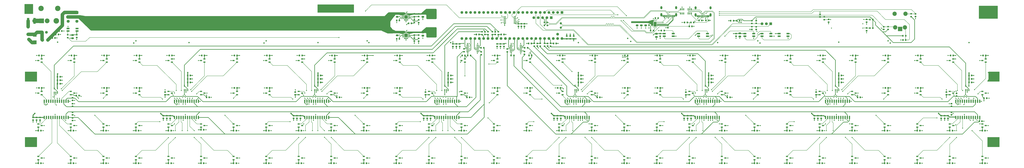
<source format=gbr>
%TF.GenerationSoftware,KiCad,Pcbnew,8.0.6*%
%TF.CreationDate,2025-09-01T21:23:37+02:00*%
%TF.ProjectId,JANKO_KICAD_5,4a414e4b-4f5f-44b4-9943-41445f352e6b,rev?*%
%TF.SameCoordinates,Original*%
%TF.FileFunction,Copper,L4,Bot*%
%TF.FilePolarity,Positive*%
%FSLAX46Y46*%
G04 Gerber Fmt 4.6, Leading zero omitted, Abs format (unit mm)*
G04 Created by KiCad (PCBNEW 8.0.6) date 2025-09-01 21:23:37*
%MOMM*%
%LPD*%
G01*
G04 APERTURE LIST*
G04 Aperture macros list*
%AMRoundRect*
0 Rectangle with rounded corners*
0 $1 Rounding radius*
0 $2 $3 $4 $5 $6 $7 $8 $9 X,Y pos of 4 corners*
0 Add a 4 corners polygon primitive as box body*
4,1,4,$2,$3,$4,$5,$6,$7,$8,$9,$2,$3,0*
0 Add four circle primitives for the rounded corners*
1,1,$1+$1,$2,$3*
1,1,$1+$1,$4,$5*
1,1,$1+$1,$6,$7*
1,1,$1+$1,$8,$9*
0 Add four rect primitives between the rounded corners*
20,1,$1+$1,$2,$3,$4,$5,0*
20,1,$1+$1,$4,$5,$6,$7,0*
20,1,$1+$1,$6,$7,$8,$9,0*
20,1,$1+$1,$8,$9,$2,$3,0*%
G04 Aperture macros list end*
%TA.AperFunction,SMDPad,CuDef*%
%ADD10R,1.800000X0.820000*%
%TD*%
%TA.AperFunction,ComponentPad*%
%ADD11R,1.750000X1.750000*%
%TD*%
%TA.AperFunction,ComponentPad*%
%ADD12C,1.750000*%
%TD*%
%TA.AperFunction,ComponentPad*%
%ADD13C,1.600000*%
%TD*%
%TA.AperFunction,ComponentPad*%
%ADD14R,1.600000X1.600000*%
%TD*%
%TA.AperFunction,ComponentPad*%
%ADD15C,1.300000*%
%TD*%
%TA.AperFunction,ComponentPad*%
%ADD16R,2.800000X2.800000*%
%TD*%
%TA.AperFunction,ComponentPad*%
%ADD17C,3.225000*%
%TD*%
%TA.AperFunction,ComponentPad*%
%ADD18C,2.800000*%
%TD*%
%TA.AperFunction,ComponentPad*%
%ADD19C,3.135000*%
%TD*%
%TA.AperFunction,ComponentPad*%
%ADD20R,2.500000X2.500000*%
%TD*%
%TA.AperFunction,ComponentPad*%
%ADD21C,2.500000*%
%TD*%
%TA.AperFunction,ComponentPad*%
%ADD22R,1.635000X1.635000*%
%TD*%
%TA.AperFunction,ComponentPad*%
%ADD23C,1.635000*%
%TD*%
%TA.AperFunction,SMDPad,CuDef*%
%ADD24RoundRect,0.225000X0.225000X0.250000X-0.225000X0.250000X-0.225000X-0.250000X0.225000X-0.250000X0*%
%TD*%
%TA.AperFunction,SMDPad,CuDef*%
%ADD25RoundRect,0.225000X-0.225000X-0.250000X0.225000X-0.250000X0.225000X0.250000X-0.225000X0.250000X0*%
%TD*%
%TA.AperFunction,SMDPad,CuDef*%
%ADD26R,1.250000X0.700000*%
%TD*%
%TA.AperFunction,SMDPad,CuDef*%
%ADD27RoundRect,0.225000X0.250000X-0.225000X0.250000X0.225000X-0.250000X0.225000X-0.250000X-0.225000X0*%
%TD*%
%TA.AperFunction,SMDPad,CuDef*%
%ADD28RoundRect,0.250000X-0.475000X0.250000X-0.475000X-0.250000X0.475000X-0.250000X0.475000X0.250000X0*%
%TD*%
%TA.AperFunction,SMDPad,CuDef*%
%ADD29RoundRect,0.200000X-0.275000X0.200000X-0.275000X-0.200000X0.275000X-0.200000X0.275000X0.200000X0*%
%TD*%
%TA.AperFunction,SMDPad,CuDef*%
%ADD30RoundRect,0.225000X-0.250000X0.225000X-0.250000X-0.225000X0.250000X-0.225000X0.250000X0.225000X0*%
%TD*%
%TA.AperFunction,SMDPad,CuDef*%
%ADD31RoundRect,0.200000X0.200000X0.275000X-0.200000X0.275000X-0.200000X-0.275000X0.200000X-0.275000X0*%
%TD*%
%TA.AperFunction,SMDPad,CuDef*%
%ADD32R,0.650000X1.950000*%
%TD*%
%TA.AperFunction,SMDPad,CuDef*%
%ADD33R,0.900000X0.300000*%
%TD*%
%TA.AperFunction,SMDPad,CuDef*%
%ADD34R,0.300000X0.900000*%
%TD*%
%TA.AperFunction,SMDPad,CuDef*%
%ADD35R,2.150000X2.150000*%
%TD*%
%TA.AperFunction,SMDPad,CuDef*%
%ADD36RoundRect,0.200000X-0.200000X-0.275000X0.200000X-0.275000X0.200000X0.275000X-0.200000X0.275000X0*%
%TD*%
%TA.AperFunction,SMDPad,CuDef*%
%ADD37RoundRect,0.250000X0.475000X-0.250000X0.475000X0.250000X-0.475000X0.250000X-0.475000X-0.250000X0*%
%TD*%
%TA.AperFunction,SMDPad,CuDef*%
%ADD38RoundRect,0.200000X0.275000X-0.200000X0.275000X0.200000X-0.275000X0.200000X-0.275000X-0.200000X0*%
%TD*%
%TA.AperFunction,ComponentPad*%
%ADD39O,1.200000X2.000000*%
%TD*%
%TA.AperFunction,ComponentPad*%
%ADD40O,1.200000X1.800000*%
%TD*%
%TA.AperFunction,SMDPad,CuDef*%
%ADD41R,0.300000X1.300000*%
%TD*%
%TA.AperFunction,SMDPad,CuDef*%
%ADD42R,0.600000X1.200000*%
%TD*%
%TA.AperFunction,SMDPad,CuDef*%
%ADD43R,1.475000X0.450000*%
%TD*%
%TA.AperFunction,SMDPad,CuDef*%
%ADD44R,1.406500X3.499000*%
%TD*%
%TA.AperFunction,SMDPad,CuDef*%
%ADD45R,1.150000X1.800000*%
%TD*%
%TA.AperFunction,SMDPad,CuDef*%
%ADD46R,1.700000X1.250000*%
%TD*%
%TA.AperFunction,SMDPad,CuDef*%
%ADD47R,0.850000X0.250000*%
%TD*%
%TA.AperFunction,SMDPad,CuDef*%
%ADD48R,0.250000X0.850000*%
%TD*%
%TA.AperFunction,SMDPad,CuDef*%
%ADD49R,1.700000X2.700000*%
%TD*%
%TA.AperFunction,SMDPad,CuDef*%
%ADD50R,2.150000X2.200000*%
%TD*%
%TA.AperFunction,ViaPad*%
%ADD51C,0.600000*%
%TD*%
%TA.AperFunction,ViaPad*%
%ADD52C,0.500000*%
%TD*%
%TA.AperFunction,ViaPad*%
%ADD53C,0.800000*%
%TD*%
%TA.AperFunction,Conductor*%
%ADD54C,0.200000*%
%TD*%
%TA.AperFunction,Conductor*%
%ADD55C,0.300000*%
%TD*%
%TA.AperFunction,Conductor*%
%ADD56C,0.350000*%
%TD*%
%TA.AperFunction,Conductor*%
%ADD57C,0.500000*%
%TD*%
%TA.AperFunction,Conductor*%
%ADD58C,2.000000*%
%TD*%
%TA.AperFunction,Conductor*%
%ADD59C,2.500000*%
%TD*%
G04 APERTURE END LIST*
D10*
%TO.P,D3,1,VDD*%
%TO.N,/5v*%
X373900000Y82250000D03*
%TO.P,D3,2,DOUT*%
%TO.N,/LED 1-2*%
X373900000Y80750000D03*
%TO.P,D3,3,GND*%
%TO.N,GND*%
X379100000Y80750000D03*
%TO.P,D3,4,DIN*%
%TO.N,Net-(D3-DIN)*%
X379100000Y82250000D03*
%TD*%
%TO.P,D4,1,VDD*%
%TO.N,/5v*%
X393900000Y82250000D03*
%TO.P,D4,2,DOUT*%
%TO.N,/LED 2-3*%
X393900000Y80750000D03*
%TO.P,D4,3,GND*%
%TO.N,GND*%
X399100000Y80750000D03*
%TO.P,D4,4,DIN*%
%TO.N,/LED 1-2*%
X399100000Y82250000D03*
%TD*%
D11*
%TO.P,S4,1,NO_1*%
%TO.N,Net-(S4-NO_1)*%
X31040000Y94540000D03*
D12*
%TO.P,S4,2,COM_1*%
%TO.N,/VCC*%
X31040000Y92000000D03*
%TO.P,S4,3,NC_1*%
%TO.N,GND*%
X31040000Y89460000D03*
%TO.P,S4,4,NO_2*%
%TO.N,Net-(S4-NO_1)*%
X25960000Y94540000D03*
%TO.P,S4,5,COM_2*%
%TO.N,/VCC*%
X25960000Y92000000D03*
%TO.P,S4,6,NC_2*%
%TO.N,GND*%
X25960000Y89460000D03*
%TD*%
D10*
%TO.P,D6,1,VDD*%
%TO.N,/5v*%
X430900000Y82250000D03*
%TO.P,D6,2,DOUT*%
%TO.N,/LED 4-5*%
X430900000Y80750000D03*
%TO.P,D6,3,GND*%
%TO.N,GND*%
X436100000Y80750000D03*
%TO.P,D6,4,DIN*%
%TO.N,/LED 3-4*%
X436100000Y82250000D03*
%TD*%
%TO.P,D7,1,VDD*%
%TO.N,/5v*%
X440900000Y82250000D03*
%TO.P,D7,2,DOUT*%
%TO.N,unconnected-(D7-DOUT-Pad2)*%
X440900000Y80750000D03*
%TO.P,D7,3,GND*%
%TO.N,GND*%
X446100000Y80750000D03*
%TO.P,D7,4,DIN*%
%TO.N,/LED 4-5*%
X446100000Y82250000D03*
%TD*%
%TO.P,D5,1,VDD*%
%TO.N,/5v*%
X420900000Y82250000D03*
%TO.P,D5,2,DOUT*%
%TO.N,/LED 3-4*%
X420900000Y80750000D03*
%TO.P,D5,3,GND*%
%TO.N,GND*%
X426100000Y80750000D03*
%TO.P,D5,4,DIN*%
%TO.N,/LED 2-3*%
X426100000Y82250000D03*
%TD*%
D13*
%TO.P,C3,1,1*%
%TO.N,Net-(D1-K)*%
X10729999Y83000000D03*
%TO.P,C3,2,2*%
%TO.N,GND*%
X13270001Y83000000D03*
%TD*%
D14*
%TO.P,U3,1,GND*%
%TO.N,GND*%
X314210000Y94620000D03*
D13*
%TO.P,U3,2,0_RX1_CRX2_CS1*%
%TO.N,unconnected-(U3-0_RX1_CRX2_CS1-Pad2)*%
X311670000Y94620000D03*
%TO.P,U3,3,1_TX1_CTX2_MISO1*%
%TO.N,unconnected-(U3-1_TX1_CTX2_MISO1-Pad3)*%
X309130000Y94620000D03*
%TO.P,U3,4,2_OUT2*%
%TO.N,/HOST_UFP*%
X306590000Y94620000D03*
%TO.P,U3,5,3_LRCLK2*%
%TO.N,/DEVICE_HIGH*%
X304050000Y94620000D03*
%TO.P,U3,6,4_BCLK2*%
%TO.N,/+O*%
X301510000Y94620000D03*
%TO.P,U3,7,5_IN2*%
%TO.N,/-O*%
X298970000Y94620000D03*
%TO.P,U3,8,6_OUT1D*%
%TO.N,/p1*%
X296430000Y94620000D03*
%TO.P,U3,9,7_RX2_OUT1A*%
%TO.N,/p2*%
X293890000Y94620000D03*
%TO.P,U3,10,8_TX2_IN1*%
%TO.N,/p3*%
X291350000Y94620000D03*
%TO.P,U3,11,9_OUT1C*%
%TO.N,unconnected-(U3-9_OUT1C-Pad11)*%
X288810000Y94620000D03*
%TO.P,U3,12,10_CS_MQSR*%
%TO.N,/LED_2_IN*%
X286270000Y94620000D03*
%TO.P,U3,13,11_MOSI_CTX1*%
%TO.N,unconnected-(U3-11_MOSI_CTX1-Pad13)*%
X283730000Y94620000D03*
%TO.P,U3,14,12_MISO_MQSL*%
%TO.N,/LED_1_IN*%
X281190000Y94620000D03*
%TO.P,U3,15,3V3*%
%TO.N,unconnected-(U3-3V3-Pad15)*%
X278650000Y94620000D03*
%TO.P,U3,16,24_A10_TX6_SCL2*%
%TO.N,unconnected-(U3-24_A10_TX6_SCL2-Pad16)*%
X276110000Y94620000D03*
%TO.P,U3,17,25_A11_RX6_SDA2*%
%TO.N,unconnected-(U3-25_A11_RX6_SDA2-Pad17)*%
X273570000Y94620000D03*
%TO.P,U3,18,26_A12_MOSI1*%
%TO.N,unconnected-(U3-26_A12_MOSI1-Pad18)*%
X271030000Y94620000D03*
%TO.P,U3,19,27_A13_SCK1*%
%TO.N,unconnected-(U3-27_A13_SCK1-Pad19)*%
X268490000Y94620000D03*
%TO.P,U3,20,28_RX7*%
%TO.N,unconnected-(U3-28_RX7-Pad20)*%
X265950000Y94620000D03*
%TO.P,U3,21,29_TX7*%
%TO.N,unconnected-(U3-29_TX7-Pad21)*%
X263410000Y94620000D03*
%TO.P,U3,22,30_CRX3*%
%TO.N,unconnected-(U3-30_CRX3-Pad22)*%
X260870000Y94620000D03*
%TO.P,U3,23,31_CTX3*%
%TO.N,unconnected-(U3-31_CTX3-Pad23)*%
X258330000Y94620000D03*
%TO.P,U3,24,32_OUT1B*%
%TO.N,unconnected-(U3-32_OUT1B-Pad24)*%
X255790000Y94620000D03*
%TO.P,U3,25,33_MCLK2*%
%TO.N,unconnected-(U3-33_MCLK2-Pad25)*%
X255790000Y79380000D03*
%TO.P,U3,26,34_RX8*%
%TO.N,/MUX2_S1*%
X258330000Y79380000D03*
%TO.P,U3,27,35_TX8*%
%TO.N,/MUX2_S0*%
X260870000Y79380000D03*
%TO.P,U3,28,36_CS*%
%TO.N,/MUX2_S2*%
X263410000Y79380000D03*
%TO.P,U3,29,37_CS*%
%TO.N,/MUX2_S3*%
X265950000Y79380000D03*
%TO.P,U3,30,38_CS1_IN1*%
%TO.N,/OPA4_ADC*%
X268490000Y79380000D03*
%TO.P,U3,31,39_MISO1_OUT1A*%
%TO.N,/OPA3_ADC*%
X271030000Y79380000D03*
%TO.P,U3,32,40_A16*%
%TO.N,/OPA2_ADC*%
X273570000Y79380000D03*
%TO.P,U3,33,41_A17*%
%TO.N,/OPA1_ADC*%
X276110000Y79380000D03*
%TO.P,U3,34,GND*%
%TO.N,GND*%
X278650000Y79380000D03*
%TO.P,U3,35,13_SCK_LED*%
%TO.N,unconnected-(U3-13_SCK_LED-Pad35)*%
X281190000Y79380000D03*
%TO.P,U3,36,14_A0_TX3_SPDIF_OUT*%
%TO.N,/MUX1_S3*%
X283730000Y79380000D03*
%TO.P,U3,37,15_A1_RX3_SPDIF_IN*%
%TO.N,/MUX1_S2*%
X286270000Y79380000D03*
%TO.P,U3,38,16_A2_RX4_SCL1*%
%TO.N,/MUX1_S0*%
X288810000Y79380000D03*
%TO.P,U3,39,17_A3_TX4_SDA1*%
%TO.N,/MUX1_S1*%
X291350000Y79380000D03*
%TO.P,U3,40,18_A4_SDA*%
%TO.N,unconnected-(U3-18_A4_SDA-Pad40)*%
X293890000Y79380000D03*
%TO.P,U3,41,19_A5_SCL*%
%TO.N,unconnected-(U3-19_A5_SCL-Pad41)*%
X296430000Y79380000D03*
%TO.P,U3,42,20_A6_TX5_LRCLK1*%
%TO.N,/OPA5_ADC*%
X298970000Y79380000D03*
%TO.P,U3,43,21_A7_RX5_BCLK1*%
%TO.N,/OPA6_ADC*%
X301510000Y79380000D03*
%TO.P,U3,44,22_A8_CTX1*%
%TO.N,/OPA7_ADC*%
X304050000Y79380000D03*
%TO.P,U3,45,23_A9_CRX1_MCLK1*%
%TO.N,/OPA8_ADC*%
X306590000Y79380000D03*
%TO.P,U3,46,3V3*%
%TO.N,unconnected-(U3-3V3-Pad46)*%
X309130000Y79380000D03*
%TO.P,U3,47,GND*%
%TO.N,GND*%
X311670000Y79380000D03*
%TO.P,U3,48,VIN*%
%TO.N,/5v*%
X314210000Y79380000D03*
%TO.P,U3,49,VUSB*%
%TO.N,unconnected-(U3-VUSB-Pad49)*%
X311670000Y81920000D03*
D14*
%TO.P,U3,55,5V*%
%TO.N,unconnected-(U3-5V-Pad55)*%
X307910800Y91569200D03*
D13*
%TO.P,U3,56,D-*%
%TO.N,Net-(R7-Pad2)*%
X305370800Y91569200D03*
%TO.P,U3,57,D+*%
%TO.N,Net-(R27-Pad2)*%
X302830800Y91569200D03*
%TO.P,U3,58,GND*%
%TO.N,GND*%
X300290800Y91569200D03*
%TO.P,U3,59,GND*%
X297750800Y91569200D03*
D15*
%TO.P,U3,66,D-*%
%TO.N,/D_D1-*%
X313480000Y85730000D03*
%TO.P,U3,67,D+*%
%TO.N,/D_D1+*%
X313480000Y88270000D03*
%TD*%
D16*
%TO.P,J1,1,1*%
%TO.N,6V*%
X10492000Y89700000D03*
D17*
%TO.P,J1,2,2*%
%TO.N,GND*%
X18992000Y89700000D03*
D18*
%TO.P,J1,3,3*%
X13692000Y89700000D03*
D19*
%TO.P,J1,4,MH1*%
X10092000Y97000000D03*
%TO.P,J1,5,MH2*%
X19892000Y97000000D03*
%TD*%
D20*
%TO.P,J2,1,SLEEVE*%
%TO.N,GND*%
X511500000Y85000000D03*
D21*
%TO.P,J2,2,TIP*%
%TO.N,/p3*%
X514700000Y93880000D03*
%TO.P,J2,3,RING_1*%
%TO.N,/p1*%
X508650000Y85880000D03*
%TO.P,J2,4,RING_2*%
%TO.N,/p2*%
X514350000Y85880000D03*
%TO.P,J2,5,NC*%
%TO.N,unconnected-(J2-NC-Pad5)*%
X508300000Y93880000D03*
%TD*%
D10*
%TO.P,D2,1,VDD*%
%TO.N,/5v*%
X31100000Y83750000D03*
%TO.P,D2,2,DOUT*%
%TO.N,unconnected-(D2-DOUT-Pad2)*%
X31100000Y85250000D03*
%TO.P,D2,3,GND*%
%TO.N,GND*%
X25900000Y85250000D03*
%TO.P,D2,4,DIN*%
%TO.N,Net-(D2-DIN)*%
X25900000Y83750000D03*
%TD*%
D22*
%TO.P,S1,1,NC_R*%
%TO.N,/-O*%
X436040000Y88000000D03*
D23*
%TO.P,S1,2,COM*%
%TO.N,GND*%
X433500000Y88000000D03*
%TO.P,S1,3,NO_L*%
%TO.N,/+O*%
X430960000Y88000000D03*
%TD*%
D24*
%TO.P,C147,1*%
%TO.N,/4.3v*%
X200500000Y50500000D03*
%TO.P,C147,2*%
%TO.N,GND*%
X198950000Y50500000D03*
%TD*%
D25*
%TO.P,C1,1*%
%TO.N,Net-(S4-NO_1)*%
X18700000Y81750000D03*
%TO.P,C1,2*%
%TO.N,GND*%
X20250000Y81750000D03*
%TD*%
%TO.P,C187,1*%
%TO.N,/4.3v*%
X46500000Y6500000D03*
%TO.P,C187,2*%
%TO.N,GND*%
X48050000Y6500000D03*
%TD*%
D26*
%TO.P,H31,1,VCC*%
%TO.N,/4.3v*%
X103500000Y8550000D03*
%TO.P,H31,2,OUT*%
%TO.N,/2_15*%
X103500000Y10450000D03*
%TO.P,H31,3,GND*%
%TO.N,GND*%
X105500000Y9500000D03*
%TD*%
D27*
%TO.P,C106,1*%
%TO.N,GND*%
X235500000Y32725000D03*
%TO.P,C106,2*%
%TO.N,/5v*%
X235500000Y34275000D03*
%TD*%
D26*
%TO.P,H80,1,VCC*%
%TO.N,/4.3v*%
X350500000Y8550000D03*
%TO.P,H80,2,OUT*%
%TO.N,/5_16*%
X350500000Y10450000D03*
%TO.P,H80,3,GND*%
%TO.N,GND*%
X352500000Y9500000D03*
%TD*%
D27*
%TO.P,C201,1*%
%TO.N,GND*%
X313500000Y32725000D03*
%TO.P,C201,2*%
%TO.N,/5v*%
X313500000Y34275000D03*
%TD*%
D26*
%TO.P,H43,1,VCC*%
%TO.N,/4.3v*%
X179500000Y27550000D03*
%TO.P,H43,2,OUT*%
%TO.N,/3_11*%
X179500000Y29450000D03*
%TO.P,H43,3,GND*%
%TO.N,GND*%
X181500000Y28500000D03*
%TD*%
D25*
%TO.P,C50,1*%
%TO.N,/4.3v*%
X521500000Y25500000D03*
%TO.P,C50,2*%
%TO.N,GND*%
X523050000Y25500000D03*
%TD*%
D28*
%TO.P,C190,1*%
%TO.N,/5v*%
X369250000Y82200000D03*
%TO.P,C190,2*%
%TO.N,GND*%
X369250000Y80300000D03*
%TD*%
D26*
%TO.P,H94,1,VCC*%
%TO.N,/4.3v*%
X388500000Y8550000D03*
%TO.P,H94,2,OUT*%
%TO.N,/6_14*%
X388500000Y10450000D03*
%TO.P,H94,3,GND*%
%TO.N,GND*%
X390500000Y9500000D03*
%TD*%
%TO.P,H45,1,VCC*%
%TO.N,/4.3v*%
X141500000Y8550000D03*
%TO.P,H45,2,OUT*%
%TO.N,/3_13*%
X141500000Y10450000D03*
%TO.P,H45,3,GND*%
%TO.N,GND*%
X143500000Y9500000D03*
%TD*%
D25*
%TO.P,C82,1*%
%TO.N,/4.3v*%
X369500000Y25500000D03*
%TO.P,C82,2*%
%TO.N,GND*%
X371050000Y25500000D03*
%TD*%
D29*
%TO.P,R8,1*%
%TO.N,/FB_IC2*%
X228000000Y79550000D03*
%TO.P,R8,2*%
%TO.N,GND*%
X228000000Y77900000D03*
%TD*%
%TO.P,R6,1*%
%TO.N,/5v*%
X228000000Y93825000D03*
%TO.P,R6,2*%
%TO.N,/FB_IC3*%
X228000000Y92175000D03*
%TD*%
D27*
%TO.P,C198,1*%
%TO.N,GND*%
X539500000Y32725000D03*
%TO.P,C198,2*%
%TO.N,/5v*%
X539500000Y34275000D03*
%TD*%
%TO.P,C45,1*%
%TO.N,/4.3v*%
X538500000Y46500000D03*
%TO.P,C45,2*%
%TO.N,GND*%
X538500000Y48050000D03*
%TD*%
D25*
%TO.P,C100,1*%
%TO.N,/4.3v*%
X331500000Y6500000D03*
%TO.P,C100,2*%
%TO.N,GND*%
X333050000Y6500000D03*
%TD*%
D26*
%TO.P,H122,1,VCC*%
%TO.N,/4.3v*%
X540500000Y27550000D03*
%TO.P,H122,2,OUT*%
%TO.N,/8_10*%
X540500000Y29450000D03*
%TO.P,H122,3,GND*%
%TO.N,GND*%
X542500000Y28500000D03*
%TD*%
D25*
%TO.P,C168,1*%
%TO.N,/4.3v*%
X103500000Y26000000D03*
%TO.P,C168,2*%
%TO.N,GND*%
X105050000Y26000000D03*
%TD*%
D27*
%TO.P,C21,1*%
%TO.N,GND*%
X278300000Y74725000D03*
%TO.P,C21,2*%
%TO.N,/5v*%
X278300000Y76275000D03*
%TD*%
D30*
%TO.P,C51,1*%
%TO.N,GND*%
X464750000Y93525000D03*
%TO.P,C51,2*%
%TO.N,/3.2V*%
X464750000Y91975000D03*
%TD*%
D25*
%TO.P,C137,1*%
%TO.N,/4.3v*%
X236500000Y25500000D03*
%TO.P,C137,2*%
%TO.N,GND*%
X238050000Y25500000D03*
%TD*%
%TO.P,C1u2,1*%
%TO.N,/5v*%
X95725000Y57750000D03*
%TO.P,C1u2,2*%
%TO.N,GND*%
X97275000Y57750000D03*
%TD*%
%TO.P,C65,1*%
%TO.N,/4.3v*%
X464500000Y25500000D03*
%TO.P,C65,2*%
%TO.N,GND*%
X466050000Y25500000D03*
%TD*%
D24*
%TO.P,C127,1*%
%TO.N,/4.3v*%
X276500000Y69500000D03*
%TO.P,C127,2*%
%TO.N,GND*%
X274950000Y69500000D03*
%TD*%
D25*
%TO.P,C216,1*%
%TO.N,GND*%
X294725000Y76500000D03*
%TO.P,C216,2*%
%TO.N,/OPA5_ADC*%
X296275000Y76500000D03*
%TD*%
D29*
%TO.P,R43,1*%
%TO.N,/OPA8_ADC*%
X307500000Y76575000D03*
%TO.P,R43,2*%
%TO.N,/OUT_OPA8*%
X307500000Y74925000D03*
%TD*%
D26*
%TO.P,H6,1,VCC*%
%TO.N,/4.3v*%
X10500000Y48450000D03*
%TO.P,H6,2,OUT*%
%TO.N,/1_6*%
X10500000Y46550000D03*
%TO.P,H6,3,GND*%
%TO.N,GND*%
X8500000Y47500000D03*
%TD*%
%TO.P,H67,1,VCC*%
%TO.N,/4.3v*%
X333500000Y67450000D03*
%TO.P,H67,2,OUT*%
%TO.N,/5_3*%
X333500000Y65550000D03*
%TO.P,H67,3,GND*%
%TO.N,GND*%
X331500000Y66500000D03*
%TD*%
%TO.P,H92,1,VCC*%
%TO.N,/4.3v*%
X426500000Y27550000D03*
%TO.P,H92,2,OUT*%
%TO.N,/6_12*%
X426500000Y29450000D03*
%TO.P,H92,3,GND*%
%TO.N,GND*%
X428500000Y28500000D03*
%TD*%
D25*
%TO.P,C170,1*%
%TO.N,/4.3v*%
X65500000Y25500000D03*
%TO.P,C170,2*%
%TO.N,GND*%
X67050000Y25500000D03*
%TD*%
D26*
%TO.P,H104,1,VCC*%
%TO.N,/4.3v*%
X504500000Y48450000D03*
%TO.P,H104,2,OUT*%
%TO.N,/7_8*%
X504500000Y46550000D03*
%TO.P,H104,3,GND*%
%TO.N,GND*%
X502500000Y47500000D03*
%TD*%
D30*
%TO.P,C222,1*%
%TO.N,/5v*%
X288750000Y88025000D03*
%TO.P,C222,2*%
%TO.N,GND*%
X288750000Y86475000D03*
%TD*%
D25*
%TO.P,C169,1*%
%TO.N,/4.3v*%
X84500000Y25500000D03*
%TO.P,C169,2*%
%TO.N,GND*%
X86050000Y25500000D03*
%TD*%
%TO.P,C164,1*%
%TO.N,/4.3v*%
X106725000Y45000000D03*
%TO.P,C164,2*%
%TO.N,GND*%
X108275000Y45000000D03*
%TD*%
D26*
%TO.P,H48,1,VCC*%
%TO.N,/4.3v*%
X198500000Y8550000D03*
%TO.P,H48,2,OUT*%
%TO.N,/3_16*%
X198500000Y10450000D03*
%TO.P,H48,3,GND*%
%TO.N,GND*%
X200500000Y9500000D03*
%TD*%
%TO.P,H14,1,VCC*%
%TO.N,/4.3v*%
X8500000Y8550000D03*
%TO.P,H14,2,OUT*%
%TO.N,/1_14*%
X8500000Y10450000D03*
%TO.P,H14,3,GND*%
%TO.N,GND*%
X10500000Y9500000D03*
%TD*%
%TO.P,H47,1,VCC*%
%TO.N,/4.3v*%
X179500000Y8550000D03*
%TO.P,H47,2,OUT*%
%TO.N,/3_15*%
X179500000Y10450000D03*
%TO.P,H47,3,GND*%
%TO.N,GND*%
X181500000Y9500000D03*
%TD*%
D25*
%TO.P,C167,1*%
%TO.N,/4.3v*%
X122500000Y25500000D03*
%TO.P,C167,2*%
%TO.N,GND*%
X124050000Y25500000D03*
%TD*%
D31*
%TO.P,R18,1*%
%TO.N,Net-(R18-Pad1)*%
X226325000Y88250000D03*
%TO.P,R18,2*%
%TO.N,GND*%
X224675000Y88250000D03*
%TD*%
D32*
%TO.P,MUX4,1,COM*%
%TO.N,/OUT_MUX4*%
X240015000Y42725000D03*
%TO.P,MUX4,2,I7*%
%TO.N,/4_6*%
X241285000Y42725000D03*
%TO.P,MUX4,3,I6*%
%TO.N,/4_1*%
X242555000Y42725000D03*
%TO.P,MUX4,4,I5*%
%TO.N,/4_2*%
X243825000Y42725000D03*
%TO.P,MUX4,5,I4*%
%TO.N,/4_5*%
X245095000Y42725000D03*
%TO.P,MUX4,6,I3*%
%TO.N,/4_8*%
X246365000Y42725000D03*
%TO.P,MUX4,7,I2*%
%TO.N,/4_3*%
X247635000Y42725000D03*
%TO.P,MUX4,8,I1*%
%TO.N,/4_4*%
X248905000Y42725000D03*
%TO.P,MUX4,9,I0*%
%TO.N,/4_7*%
X250175000Y42725000D03*
%TO.P,MUX4,10,S0*%
%TO.N,/ADC2_S0*%
X251445000Y42725000D03*
%TO.P,MUX4,11,S1*%
%TO.N,/ADC2_S1*%
X252715000Y42725000D03*
%TO.P,MUX4,12,GND*%
%TO.N,GND*%
X253985000Y42725000D03*
%TO.P,MUX4,13,S3*%
%TO.N,/ADC2_S3*%
X253985000Y33275000D03*
%TO.P,MUX4,14,S2*%
%TO.N,/ADC2_S2*%
X252715000Y33275000D03*
%TO.P,MUX4,15,~{E}*%
%TO.N,GND*%
X251445000Y33275000D03*
%TO.P,MUX4,16,I15*%
%TO.N,/4_11*%
X250175000Y33275000D03*
%TO.P,MUX4,17,I14*%
%TO.N,/4_16*%
X248905000Y33275000D03*
%TO.P,MUX4,18,I13*%
%TO.N,/4_15*%
X247635000Y33275000D03*
%TO.P,MUX4,19,I12*%
%TO.N,/4_12*%
X246365000Y33275000D03*
%TO.P,MUX4,20,I11*%
%TO.N,/4_9*%
X245095000Y33275000D03*
%TO.P,MUX4,21,I10*%
%TO.N,/4_14*%
X243825000Y33275000D03*
%TO.P,MUX4,22,I9*%
%TO.N,/4_13*%
X242555000Y33275000D03*
%TO.P,MUX4,23,I8*%
%TO.N,/4_10*%
X241285000Y33275000D03*
%TO.P,MUX4,24,VCC*%
%TO.N,/5v*%
X240015000Y33275000D03*
%TD*%
D27*
%TO.P,C114,1*%
%TO.N,GND*%
X492000000Y83975000D03*
%TO.P,C114,2*%
%TO.N,/R_ho*%
X492000000Y85525000D03*
%TD*%
%TO.P,C211,1*%
%TO.N,GND*%
X520500000Y92225000D03*
%TO.P,C211,2*%
%TO.N,/p3*%
X520500000Y93775000D03*
%TD*%
D32*
%TO.P,MUX7,1,COM*%
%TO.N,/OUT_MUX7*%
X468015000Y42725000D03*
%TO.P,MUX7,2,I7*%
%TO.N,/7_6*%
X469285000Y42725000D03*
%TO.P,MUX7,3,I6*%
%TO.N,/7_1*%
X470555000Y42725000D03*
%TO.P,MUX7,4,I5*%
%TO.N,/7_2*%
X471825000Y42725000D03*
%TO.P,MUX7,5,I4*%
%TO.N,/7_5*%
X473095000Y42725000D03*
%TO.P,MUX7,6,I3*%
%TO.N,/7_8*%
X474365000Y42725000D03*
%TO.P,MUX7,7,I2*%
%TO.N,/7_3*%
X475635000Y42725000D03*
%TO.P,MUX7,8,I1*%
%TO.N,/7_4*%
X476905000Y42725000D03*
%TO.P,MUX7,9,I0*%
%TO.N,/7_7*%
X478175000Y42725000D03*
%TO.P,MUX7,10,S0*%
%TO.N,/ADC1_S0*%
X479445000Y42725000D03*
%TO.P,MUX7,11,S1*%
%TO.N,/ADC1_S1*%
X480715000Y42725000D03*
%TO.P,MUX7,12,GND*%
%TO.N,GND*%
X481985000Y42725000D03*
%TO.P,MUX7,13,S3*%
%TO.N,/ADC1_S3*%
X481985000Y33275000D03*
%TO.P,MUX7,14,S2*%
%TO.N,/ADC1_S2*%
X480715000Y33275000D03*
%TO.P,MUX7,15,~{E}*%
%TO.N,GND*%
X479445000Y33275000D03*
%TO.P,MUX7,16,I15*%
%TO.N,/7_11*%
X478175000Y33275000D03*
%TO.P,MUX7,17,I14*%
%TO.N,/7_16*%
X476905000Y33275000D03*
%TO.P,MUX7,18,I13*%
%TO.N,/7_15*%
X475635000Y33275000D03*
%TO.P,MUX7,19,I12*%
%TO.N,/7_12*%
X474365000Y33275000D03*
%TO.P,MUX7,20,I11*%
%TO.N,/7_9*%
X473095000Y33275000D03*
%TO.P,MUX7,21,I10*%
%TO.N,/7_14*%
X471825000Y33275000D03*
%TO.P,MUX7,22,I9*%
%TO.N,/7_13*%
X470555000Y33275000D03*
%TO.P,MUX7,23,I8*%
%TO.N,/7_10*%
X469285000Y33275000D03*
%TO.P,MUX7,24,VCC*%
%TO.N,/5v*%
X468015000Y33275000D03*
%TD*%
D26*
%TO.P,H89,1,VCC*%
%TO.N,/4.3v*%
X369500000Y27550000D03*
%TO.P,H89,2,OUT*%
%TO.N,/6_9*%
X369500000Y29450000D03*
%TO.P,H89,3,GND*%
%TO.N,GND*%
X371500000Y28500000D03*
%TD*%
D25*
%TO.P,C121,1*%
%TO.N,/5v*%
X551725000Y55750000D03*
%TO.P,C121,2*%
%TO.N,GND*%
X553275000Y55750000D03*
%TD*%
D28*
%TO.P,C117,1*%
%TO.N,/5v*%
X360500000Y88950000D03*
%TO.P,C117,2*%
%TO.N,GND*%
X360500000Y87050000D03*
%TD*%
D26*
%TO.P,H99,1,VCC*%
%TO.N,/4.3v*%
X485500000Y67450000D03*
%TO.P,H99,2,OUT*%
%TO.N,/7_3*%
X485500000Y65550000D03*
%TO.P,H99,3,GND*%
%TO.N,GND*%
X483500000Y66500000D03*
%TD*%
D33*
%TO.P,IC3,1,OUT_1*%
%TO.N,/5v*%
X224881250Y93000000D03*
%TO.P,IC3,2,SNS*%
%TO.N,unconnected-(IC3-SNS-Pad2)*%
X224881250Y92500000D03*
%TO.P,IC3,3,FB*%
%TO.N,/FB_IC3*%
X224881250Y92000000D03*
%TO.P,IC3,4,PG*%
%TO.N,Net-(IC3-PG)*%
X224881250Y91500000D03*
%TO.P,IC3,5,50MV*%
%TO.N,unconnected-(IC3-50MV-Pad5)*%
X224881250Y91000000D03*
D34*
%TO.P,IC3,6,100MV*%
%TO.N,unconnected-(IC3-100MV-Pad6)*%
X224181250Y90300000D03*
%TO.P,IC3,7,200MV*%
%TO.N,unconnected-(IC3-200MV-Pad7)*%
X223681250Y90300000D03*
%TO.P,IC3,8,GND_1*%
%TO.N,GND*%
X223181250Y90300000D03*
%TO.P,IC3,9,400MV*%
%TO.N,unconnected-(IC3-400MV-Pad9)*%
X222681250Y90300000D03*
%TO.P,IC3,10,800MV*%
%TO.N,unconnected-(IC3-800MV-Pad10)*%
X222181250Y90300000D03*
D33*
%TO.P,IC3,11,1.6V*%
%TO.N,unconnected-(IC3-1.6V-Pad11)*%
X221481250Y91000000D03*
%TO.P,IC3,12,BIAS*%
%TO.N,GND*%
X221481250Y91500000D03*
%TO.P,IC3,13,NR/SS*%
%TO.N,Net-(IC3-NR{slash}SS)*%
X221481250Y92000000D03*
%TO.P,IC3,14,EN*%
%TO.N,unconnected-(IC3-EN-Pad14)*%
X221481250Y92500000D03*
%TO.P,IC3,15,IN_1*%
%TO.N,/VCC*%
X221481250Y93000000D03*
D34*
%TO.P,IC3,16,IN_2*%
X222181250Y93700000D03*
%TO.P,IC3,17,IN_3*%
X222681250Y93700000D03*
%TO.P,IC3,18,GND_2*%
%TO.N,GND*%
X223181250Y93700000D03*
%TO.P,IC3,19,OUT_2*%
%TO.N,/5v*%
X223681250Y93700000D03*
%TO.P,IC3,20,OUT_3*%
X224181250Y93700000D03*
D35*
%TO.P,IC3,21,EP*%
%TO.N,GND*%
X223181250Y92000000D03*
%TD*%
D24*
%TO.P,C221,1*%
%TO.N,GND*%
X390025000Y86500000D03*
%TO.P,C221,2*%
%TO.N,/DEVICE_HIGH*%
X388475000Y86500000D03*
%TD*%
D36*
%TO.P,R17,1*%
%TO.N,Net-(B2-1Y)*%
X266925000Y74000000D03*
%TO.P,R17,2*%
%TO.N,/ADC2_S3*%
X268575000Y74000000D03*
%TD*%
D26*
%TO.P,H121,1,VCC*%
%TO.N,/4.3v*%
X521500000Y27550000D03*
%TO.P,H121,2,OUT*%
%TO.N,/8_9*%
X521500000Y29450000D03*
%TO.P,H121,3,GND*%
%TO.N,GND*%
X523500000Y28500000D03*
%TD*%
D25*
%TO.P,C54,1*%
%TO.N,/4.3v*%
X521500000Y6500000D03*
%TO.P,C54,2*%
%TO.N,GND*%
X523050000Y6500000D03*
%TD*%
%TO.P,C210,1*%
%TO.N,GND*%
X513225000Y78500000D03*
%TO.P,C210,2*%
%TO.N,/p2*%
X514775000Y78500000D03*
%TD*%
%TO.P,C120,1*%
%TO.N,/5v*%
X475725000Y53750000D03*
%TO.P,C120,2*%
%TO.N,GND*%
X477275000Y53750000D03*
%TD*%
%TO.P,C81,1*%
%TO.N,/4.3v*%
X388500000Y25500000D03*
%TO.P,C81,2*%
%TO.N,GND*%
X390050000Y25500000D03*
%TD*%
D30*
%TO.P,C32,1*%
%TO.N,/ADC2_S1*%
X28500000Y44775000D03*
%TO.P,C32,2*%
%TO.N,GND*%
X28500000Y43225000D03*
%TD*%
D27*
%TO.P,C165,1*%
%TO.N,/4.3v*%
X82500000Y46500000D03*
%TO.P,C165,2*%
%TO.N,GND*%
X82500000Y48050000D03*
%TD*%
D25*
%TO.P,C99,1*%
%TO.N,/4.3v*%
X350500000Y6500000D03*
%TO.P,C99,2*%
%TO.N,GND*%
X352050000Y6500000D03*
%TD*%
D37*
%TO.P,C11,1*%
%TO.N,GND*%
X218000000Y81275000D03*
%TO.P,C11,2*%
%TO.N,/VCC*%
X218000000Y83175000D03*
%TD*%
D25*
%TO.P,C1u4,1*%
%TO.N,/5v*%
X247725000Y57750000D03*
%TO.P,C1u4,2*%
%TO.N,GND*%
X249275000Y57750000D03*
%TD*%
D38*
%TO.P,R32,1*%
%TO.N,/+O*%
X425000000Y88175000D03*
%TO.P,R32,2*%
%TO.N,/3.2V*%
X425000000Y89825000D03*
%TD*%
D25*
%TO.P,C186,1*%
%TO.N,Net-(S4-NO_1)*%
X20700000Y83750000D03*
%TO.P,C186,2*%
%TO.N,GND*%
X22250000Y83750000D03*
%TD*%
%TO.P,C119,1*%
%TO.N,/5v*%
X475725000Y55750000D03*
%TO.P,C119,2*%
%TO.N,GND*%
X477275000Y55750000D03*
%TD*%
D26*
%TO.P,H11,1,VCC*%
%TO.N,/4.3v*%
X27500000Y27550000D03*
%TO.P,H11,2,OUT*%
%TO.N,/1_11*%
X27500000Y29450000D03*
%TO.P,H11,3,GND*%
%TO.N,GND*%
X29500000Y28500000D03*
%TD*%
D27*
%TO.P,C37,1*%
%TO.N,GND*%
X81500000Y32725000D03*
%TO.P,C37,2*%
%TO.N,/5v*%
X81500000Y34275000D03*
%TD*%
D25*
%TO.P,C173,1*%
%TO.N,/4.3v*%
X84500000Y6500000D03*
%TO.P,C173,2*%
%TO.N,GND*%
X86050000Y6500000D03*
%TD*%
%TO.P,C29,1*%
%TO.N,/5v*%
X247725000Y55750000D03*
%TO.P,C29,2*%
%TO.N,GND*%
X249275000Y55750000D03*
%TD*%
D24*
%TO.P,C176,1*%
%TO.N,/4.3v*%
X29500000Y69500000D03*
%TO.P,C176,2*%
%TO.N,GND*%
X27950000Y69500000D03*
%TD*%
D26*
%TO.P,H70,1,VCC*%
%TO.N,/4.3v*%
X314500000Y48450000D03*
%TO.P,H70,2,OUT*%
%TO.N,/5_6*%
X314500000Y46550000D03*
%TO.P,H70,3,GND*%
%TO.N,GND*%
X312500000Y47500000D03*
%TD*%
D36*
%TO.P,R40,1*%
%TO.N,/3.2V*%
X513175000Y81000000D03*
%TO.P,R40,2*%
%TO.N,/p2*%
X514825000Y81000000D03*
%TD*%
D24*
%TO.P,C6,1*%
%TO.N,GND*%
X559275000Y31000000D03*
%TO.P,C6,2*%
%TO.N,/ADC1_S3*%
X557725000Y31000000D03*
%TD*%
D25*
%TO.P,C48,1*%
%TO.N,/4.3v*%
X559500000Y25500000D03*
%TO.P,C48,2*%
%TO.N,GND*%
X561050000Y25500000D03*
%TD*%
D26*
%TO.P,H107,1,VCC*%
%TO.N,/4.3v*%
X483500000Y27550000D03*
%TO.P,H107,2,OUT*%
%TO.N,/7_11*%
X483500000Y29450000D03*
%TO.P,H107,3,GND*%
%TO.N,GND*%
X485500000Y28500000D03*
%TD*%
D39*
%TO.P,HOST1,0,SH*%
%TO.N,GND*%
X372175000Y93245500D03*
%TO.P,HOST1,1,SH*%
X380825000Y93245500D03*
D40*
%TO.P,HOST1,2,SH*%
X380825000Y97425500D03*
%TO.P,HOST1,3,SH*%
X372175000Y97425500D03*
D41*
%TO.P,HOST1,A1,GND*%
X373150000Y92477500D03*
%TO.P,HOST1,A4,VBUS*%
%TO.N,/VBUS*%
X373950000Y92477500D03*
%TO.P,HOST1,A5,CC1*%
%TO.N,Net-(HOST1-CC1)*%
X375250000Y92477500D03*
%TO.P,HOST1,A6,DP1*%
%TO.N,/H_D1+*%
X376250000Y92477500D03*
%TO.P,HOST1,A7,DN1*%
%TO.N,/H_D1-*%
X376750000Y92477500D03*
%TO.P,HOST1,A8,SBU1*%
%TO.N,unconnected-(HOST1-SBU1-PadA8)*%
X377749500Y92477500D03*
%TO.P,HOST1,A9,VBUS*%
%TO.N,/VBUS*%
X379050000Y92477500D03*
%TO.P,HOST1,A12,GND*%
%TO.N,GND*%
X379850000Y92477500D03*
%TO.P,HOST1,B1,GND*%
X379550000Y92477500D03*
%TO.P,HOST1,B4,VBUS*%
%TO.N,/VBUS*%
X378750000Y92477500D03*
%TO.P,HOST1,B5,CC2*%
%TO.N,Net-(HOST1-CC2)*%
X378250000Y92477500D03*
%TO.P,HOST1,B6,DP2*%
%TO.N,/H_D1+*%
X377250000Y92477500D03*
%TO.P,HOST1,B7,DN2*%
%TO.N,/H_D1-*%
X375750000Y92477500D03*
%TO.P,HOST1,B8,SBU2*%
%TO.N,unconnected-(HOST1-SBU2-PadB8)*%
X374750000Y92477500D03*
%TO.P,HOST1,B9,VBUS*%
%TO.N,/VBUS*%
X374250000Y92477500D03*
%TO.P,HOST1,B12,GND*%
%TO.N,GND*%
X373450000Y92477500D03*
%TD*%
D24*
%TO.P,C41,1*%
%TO.N,/4.3v*%
X542500000Y69500000D03*
%TO.P,C41,2*%
%TO.N,GND*%
X540950000Y69500000D03*
%TD*%
%TO.P,C46,1*%
%TO.N,/4.3v*%
X523500000Y50500000D03*
%TO.P,C46,2*%
%TO.N,GND*%
X521950000Y50500000D03*
%TD*%
%TO.P,C55,1*%
%TO.N,/4.3v*%
X504500000Y69500000D03*
%TO.P,C55,2*%
%TO.N,GND*%
X502950000Y69500000D03*
%TD*%
%TO.P,C74,1*%
%TO.N,/4.3v*%
X371275000Y69500000D03*
%TO.P,C74,2*%
%TO.N,GND*%
X369725000Y69500000D03*
%TD*%
D26*
%TO.P,H24,1,VCC*%
%TO.N,/4.3v*%
X124500000Y48450000D03*
%TO.P,H24,2,OUT*%
%TO.N,/2_8*%
X124500000Y46550000D03*
%TO.P,H24,3,GND*%
%TO.N,GND*%
X122500000Y47500000D03*
%TD*%
D25*
%TO.P,C140,1*%
%TO.N,/4.3v*%
X255500000Y6500000D03*
%TO.P,C140,2*%
%TO.N,GND*%
X257050000Y6500000D03*
%TD*%
%TO.P,C98,1*%
%TO.N,/4.3v*%
X293500000Y25500000D03*
%TO.P,C98,2*%
%TO.N,GND*%
X295050000Y25500000D03*
%TD*%
D30*
%TO.P,C116,1*%
%TO.N,GND*%
X427500000Y89775000D03*
%TO.P,C116,2*%
%TO.N,/+O*%
X427500000Y88225000D03*
%TD*%
D38*
%TO.P,R41,1*%
%TO.N,/3.2V*%
X518000000Y92175000D03*
%TO.P,R41,2*%
%TO.N,/p3*%
X518000000Y93825000D03*
%TD*%
D31*
%TO.P,R1,1*%
%TO.N,Net-(IC1-REF)*%
X370325000Y91300000D03*
%TO.P,R1,2*%
%TO.N,Net-(IC1-REF_RTN)*%
X368675000Y91300000D03*
%TD*%
D25*
%TO.P,C122,1*%
%TO.N,/5v*%
X551725000Y53750000D03*
%TO.P,C122,2*%
%TO.N,GND*%
X553275000Y53750000D03*
%TD*%
D27*
%TO.P,C202,1*%
%TO.N,GND*%
X311500000Y32725000D03*
%TO.P,C202,2*%
%TO.N,/5v*%
X311500000Y34275000D03*
%TD*%
D25*
%TO.P,C152,1*%
%TO.N,/4.3v*%
X179500000Y25500000D03*
%TO.P,C152,2*%
%TO.N,GND*%
X181050000Y25500000D03*
%TD*%
%TO.P,C79,1*%
%TO.N,/4.3v*%
X426500000Y25500000D03*
%TO.P,C79,2*%
%TO.N,GND*%
X428050000Y25500000D03*
%TD*%
D26*
%TO.P,H55,1,VCC*%
%TO.N,/4.3v*%
X255500000Y46550000D03*
%TO.P,H55,2,OUT*%
%TO.N,/4_7*%
X255500000Y48450000D03*
%TO.P,H55,3,GND*%
%TO.N,GND*%
X257500000Y47500000D03*
%TD*%
%TO.P,H15,1,VCC*%
%TO.N,/4.3v*%
X27500000Y8550000D03*
%TO.P,H15,2,OUT*%
%TO.N,/1_15*%
X27500000Y10450000D03*
%TO.P,H15,3,GND*%
%TO.N,GND*%
X29500000Y9500000D03*
%TD*%
D24*
%TO.P,C143,1*%
%TO.N,/4.3v*%
X200500000Y69500000D03*
%TO.P,C143,2*%
%TO.N,GND*%
X198950000Y69500000D03*
%TD*%
D26*
%TO.P,H46,1,VCC*%
%TO.N,/4.3v*%
X160500000Y8550000D03*
%TO.P,H46,2,OUT*%
%TO.N,/3_14*%
X160500000Y10450000D03*
%TO.P,H46,3,GND*%
%TO.N,GND*%
X162500000Y9500000D03*
%TD*%
D25*
%TO.P,C66,1*%
%TO.N,/4.3v*%
X445500000Y25500000D03*
%TO.P,C66,2*%
%TO.N,GND*%
X447050000Y25500000D03*
%TD*%
%TO.P,C85,1*%
%TO.N,/4.3v*%
X388500000Y6500000D03*
%TO.P,C85,2*%
%TO.N,GND*%
X390050000Y6500000D03*
%TD*%
D36*
%TO.P,R26,1*%
%TO.N,/CC1D*%
X394175000Y90000000D03*
%TO.P,R26,2*%
%TO.N,GND*%
X395825000Y90000000D03*
%TD*%
D24*
%TO.P,C166,1*%
%TO.N,/4.3v*%
X67500000Y50500000D03*
%TO.P,C166,2*%
%TO.N,GND*%
X65950000Y50500000D03*
%TD*%
D26*
%TO.P,H10,1,VCC*%
%TO.N,/4.3v*%
X8500000Y27550000D03*
%TO.P,H10,2,OUT*%
%TO.N,/1_10*%
X8500000Y29450000D03*
%TO.P,H10,3,GND*%
%TO.N,GND*%
X10500000Y28500000D03*
%TD*%
D36*
%TO.P,R37,1*%
%TO.N,/LED_2_OUT*%
X372175000Y84000000D03*
%TO.P,R37,2*%
%TO.N,Net-(D3-DIN)*%
X373825000Y84000000D03*
%TD*%
D24*
%TO.P,C130,1*%
%TO.N,/4.3v*%
X219500000Y69500000D03*
%TO.P,C130,2*%
%TO.N,GND*%
X217950000Y69500000D03*
%TD*%
D42*
%TO.P,OPA4,1,VOUT*%
%TO.N,/OUT_OPA4*%
X247700000Y49250000D03*
%TO.P,OPA4,2,V-*%
%TO.N,GND*%
X246750000Y49250000D03*
%TO.P,OPA4,3,+IN*%
%TO.N,/OUT_MUX4*%
X245800000Y49250000D03*
%TO.P,OPA4,4,-IN*%
%TO.N,/OUT_OPA4*%
X245800000Y51750000D03*
%TO.P,OPA4,5,V+*%
%TO.N,/5v*%
X247700000Y51750000D03*
%TD*%
D26*
%TO.P,H51,1,VCC*%
%TO.N,/4.3v*%
X257500000Y67450000D03*
%TO.P,H51,2,OUT*%
%TO.N,/4_3*%
X257500000Y65550000D03*
%TO.P,H51,3,GND*%
%TO.N,GND*%
X255500000Y66500000D03*
%TD*%
%TO.P,H74,1,VCC*%
%TO.N,/4.3v*%
X312500000Y27550000D03*
%TO.P,H74,2,OUT*%
%TO.N,/5_10*%
X312500000Y29450000D03*
%TO.P,H74,3,GND*%
%TO.N,GND*%
X314500000Y28500000D03*
%TD*%
D25*
%TO.P,C171,1*%
%TO.N,/4.3v*%
X122500000Y6500000D03*
%TO.P,C171,2*%
%TO.N,GND*%
X124050000Y6500000D03*
%TD*%
D26*
%TO.P,H98,1,VCC*%
%TO.N,/4.3v*%
X466500000Y67450000D03*
%TO.P,H98,2,OUT*%
%TO.N,/7_2*%
X466500000Y65550000D03*
%TO.P,H98,3,GND*%
%TO.N,GND*%
X464500000Y66500000D03*
%TD*%
D25*
%TO.P,C135,1*%
%TO.N,/4.3v*%
X274500000Y25500000D03*
%TO.P,C135,2*%
%TO.N,GND*%
X276050000Y25500000D03*
%TD*%
%TO.P,C156,1*%
%TO.N,/4.3v*%
X179500000Y6500000D03*
%TO.P,C156,2*%
%TO.N,GND*%
X181050000Y6500000D03*
%TD*%
D24*
%TO.P,C91,1*%
%TO.N,/4.3v*%
X352500000Y50500000D03*
%TO.P,C91,2*%
%TO.N,GND*%
X350950000Y50500000D03*
%TD*%
D30*
%TO.P,C5,1*%
%TO.N,GND*%
X321000000Y80775000D03*
%TO.P,C5,2*%
%TO.N,/5v*%
X321000000Y79225000D03*
%TD*%
D26*
%TO.P,H36,1,VCC*%
%TO.N,/4.3v*%
X200500000Y67450000D03*
%TO.P,H36,2,OUT*%
%TO.N,/3_4*%
X200500000Y65550000D03*
%TO.P,H36,3,GND*%
%TO.N,GND*%
X198500000Y66500000D03*
%TD*%
D32*
%TO.P,MUX2,1,COM*%
%TO.N,/OUT_MUX2*%
X88015000Y42725000D03*
%TO.P,MUX2,2,I7*%
%TO.N,/2_6*%
X89285000Y42725000D03*
%TO.P,MUX2,3,I6*%
%TO.N,/2_1*%
X90555000Y42725000D03*
%TO.P,MUX2,4,I5*%
%TO.N,/2_2*%
X91825000Y42725000D03*
%TO.P,MUX2,5,I4*%
%TO.N,/2_5*%
X93095000Y42725000D03*
%TO.P,MUX2,6,I3*%
%TO.N,/2_8*%
X94365000Y42725000D03*
%TO.P,MUX2,7,I2*%
%TO.N,/2_3*%
X95635000Y42725000D03*
%TO.P,MUX2,8,I1*%
%TO.N,/2_4*%
X96905000Y42725000D03*
%TO.P,MUX2,9,I0*%
%TO.N,/2_7*%
X98175000Y42725000D03*
%TO.P,MUX2,10,S0*%
%TO.N,/ADC2_S0*%
X99445000Y42725000D03*
%TO.P,MUX2,11,S1*%
%TO.N,/ADC2_S1*%
X100715000Y42725000D03*
%TO.P,MUX2,12,GND*%
%TO.N,GND*%
X101985000Y42725000D03*
%TO.P,MUX2,13,S3*%
%TO.N,/ADC2_S3*%
X101985000Y33275000D03*
%TO.P,MUX2,14,S2*%
%TO.N,/ADC2_S2*%
X100715000Y33275000D03*
%TO.P,MUX2,15,~{E}*%
%TO.N,GND*%
X99445000Y33275000D03*
%TO.P,MUX2,16,I15*%
%TO.N,/2_11*%
X98175000Y33275000D03*
%TO.P,MUX2,17,I14*%
%TO.N,/2_16*%
X96905000Y33275000D03*
%TO.P,MUX2,18,I13*%
%TO.N,/2_15*%
X95635000Y33275000D03*
%TO.P,MUX2,19,I12*%
%TO.N,/2_12*%
X94365000Y33275000D03*
%TO.P,MUX2,20,I11*%
%TO.N,/2_9*%
X93095000Y33275000D03*
%TO.P,MUX2,21,I10*%
%TO.N,/2_14*%
X91825000Y33275000D03*
%TO.P,MUX2,22,I9*%
%TO.N,/2_13*%
X90555000Y33275000D03*
%TO.P,MUX2,23,I8*%
%TO.N,/2_10*%
X89285000Y33275000D03*
%TO.P,MUX2,24,VCC*%
%TO.N,/5v*%
X88015000Y33275000D03*
%TD*%
D25*
%TO.P,C24,1*%
%TO.N,/5v*%
X19725000Y55000000D03*
%TO.P,C24,2*%
%TO.N,GND*%
X21275000Y55000000D03*
%TD*%
D27*
%TO.P,C219,1*%
%TO.N,/OPA3_ADC*%
X269250000Y81725000D03*
%TO.P,C219,2*%
%TO.N,GND*%
X269250000Y83275000D03*
%TD*%
D26*
%TO.P,H77,1,VCC*%
%TO.N,/4.3v*%
X293500000Y8550000D03*
%TO.P,H77,2,OUT*%
%TO.N,/5_13*%
X293500000Y10450000D03*
%TO.P,H77,3,GND*%
%TO.N,GND*%
X295500000Y9500000D03*
%TD*%
%TO.P,H58,1,VCC*%
%TO.N,/4.3v*%
X236500000Y27550000D03*
%TO.P,H58,2,OUT*%
%TO.N,/4_10*%
X236500000Y29450000D03*
%TO.P,H58,3,GND*%
%TO.N,GND*%
X238500000Y28500000D03*
%TD*%
%TO.P,H82,1,VCC*%
%TO.N,/4.3v*%
X390500000Y67450000D03*
%TO.P,H82,2,OUT*%
%TO.N,/6_2*%
X390500000Y65550000D03*
%TO.P,H82,3,GND*%
%TO.N,GND*%
X388500000Y66500000D03*
%TD*%
D24*
%TO.P,C145,1*%
%TO.N,/4.3v*%
X162500000Y69500000D03*
%TO.P,C145,2*%
%TO.N,GND*%
X160950000Y69500000D03*
%TD*%
D31*
%TO.P,R14,1*%
%TO.N,/ADC2_S0*%
X260825000Y69500000D03*
%TO.P,R14,2*%
%TO.N,Net-(B2-3Y)*%
X259175000Y69500000D03*
%TD*%
D42*
%TO.P,OPA3,1,VOUT*%
%TO.N,/OUT_OPA3*%
X171700000Y49250000D03*
%TO.P,OPA3,2,V-*%
%TO.N,GND*%
X170750000Y49250000D03*
%TO.P,OPA3,3,+IN*%
%TO.N,/OUT_MUX3*%
X169800000Y49250000D03*
%TO.P,OPA3,4,-IN*%
%TO.N,/OUT_OPA3*%
X169800000Y51750000D03*
%TO.P,OPA3,5,V+*%
%TO.N,/5v*%
X171700000Y51750000D03*
%TD*%
D27*
%TO.P,C178,1*%
%TO.N,GND*%
X427500000Y84725000D03*
%TO.P,C178,2*%
%TO.N,/-O*%
X427500000Y86275000D03*
%TD*%
%TO.P,C31,1*%
%TO.N,GND*%
X28500000Y31450000D03*
%TO.P,C31,2*%
%TO.N,/ADC2_S3*%
X28500000Y33000000D03*
%TD*%
D24*
%TO.P,C88,1*%
%TO.N,/4.3v*%
X333500000Y69500000D03*
%TO.P,C88,2*%
%TO.N,GND*%
X331950000Y69500000D03*
%TD*%
D26*
%TO.P,H28,1,VCC*%
%TO.N,/4.3v*%
X122500000Y27550000D03*
%TO.P,H28,2,OUT*%
%TO.N,/2_12*%
X122500000Y29450000D03*
%TO.P,H28,3,GND*%
%TO.N,GND*%
X124500000Y28500000D03*
%TD*%
%TO.P,H39,1,VCC*%
%TO.N,/4.3v*%
X179500000Y46550000D03*
%TO.P,H39,2,OUT*%
%TO.N,/3_7*%
X179500000Y48450000D03*
%TO.P,H39,3,GND*%
%TO.N,GND*%
X181500000Y47500000D03*
%TD*%
D30*
%TO.P,C209,1*%
%TO.N,/5v*%
X290500000Y88025000D03*
%TO.P,C209,2*%
%TO.N,GND*%
X290500000Y86475000D03*
%TD*%
D26*
%TO.P,H112,1,VCC*%
%TO.N,/4.3v*%
X502500000Y8550000D03*
%TO.P,H112,2,OUT*%
%TO.N,/7_16*%
X502500000Y10450000D03*
%TO.P,H112,3,GND*%
%TO.N,GND*%
X504500000Y9500000D03*
%TD*%
D25*
%TO.P,C28,1*%
%TO.N,/5v*%
X171725000Y53750000D03*
%TO.P,C28,2*%
%TO.N,GND*%
X173275000Y53750000D03*
%TD*%
D26*
%TO.P,H114,1,VCC*%
%TO.N,/4.3v*%
X542500000Y67450000D03*
%TO.P,H114,2,OUT*%
%TO.N,/8_2*%
X542500000Y65550000D03*
%TO.P,H114,3,GND*%
%TO.N,GND*%
X540500000Y66500000D03*
%TD*%
%TO.P,H68,1,VCC*%
%TO.N,/4.3v*%
X352500000Y67450000D03*
%TO.P,H68,2,OUT*%
%TO.N,/5_4*%
X352500000Y65550000D03*
%TO.P,H68,3,GND*%
%TO.N,GND*%
X350500000Y66500000D03*
%TD*%
D25*
%TO.P,C220,1*%
%TO.N,GND*%
X264200000Y81750000D03*
%TO.P,C220,2*%
%TO.N,/OPA4_ADC*%
X265750000Y81750000D03*
%TD*%
D27*
%TO.P,C10,1*%
%TO.N,/ADC1_S0*%
X541500000Y39725000D03*
%TO.P,C10,2*%
%TO.N,GND*%
X541500000Y41275000D03*
%TD*%
%TO.P,C133,1*%
%TO.N,/4.3v*%
X234500000Y46500000D03*
%TO.P,C133,2*%
%TO.N,GND*%
X234500000Y48050000D03*
%TD*%
D29*
%TO.P,R42,1*%
%TO.N,/p1*%
X504500000Y86325000D03*
%TO.P,R42,2*%
%TO.N,/3.2V*%
X504500000Y84675000D03*
%TD*%
D27*
%TO.P,C77,1*%
%TO.N,/4.3v*%
X386500000Y46450000D03*
%TO.P,C77,2*%
%TO.N,GND*%
X386500000Y48000000D03*
%TD*%
%TO.P,C18,1*%
%TO.N,GND*%
X250500000Y74725000D03*
%TO.P,C18,2*%
%TO.N,/5v*%
X250500000Y76275000D03*
%TD*%
D25*
%TO.P,C1u7,1*%
%TO.N,/5v*%
X475725000Y57750000D03*
%TO.P,C1u7,2*%
%TO.N,GND*%
X477275000Y57750000D03*
%TD*%
%TO.P,C213,1*%
%TO.N,/OPA8_ADC*%
X309225000Y76500000D03*
%TO.P,C213,2*%
%TO.N,GND*%
X310775000Y76500000D03*
%TD*%
D32*
%TO.P,MUX6,1,COM*%
%TO.N,/OUT_MUX6*%
X392015000Y42725000D03*
%TO.P,MUX6,2,I7*%
%TO.N,/6_6*%
X393285000Y42725000D03*
%TO.P,MUX6,3,I6*%
%TO.N,/6_1*%
X394555000Y42725000D03*
%TO.P,MUX6,4,I5*%
%TO.N,/6_2*%
X395825000Y42725000D03*
%TO.P,MUX6,5,I4*%
%TO.N,/6_5*%
X397095000Y42725000D03*
%TO.P,MUX6,6,I3*%
%TO.N,/6_8*%
X398365000Y42725000D03*
%TO.P,MUX6,7,I2*%
%TO.N,/6_3*%
X399635000Y42725000D03*
%TO.P,MUX6,8,I1*%
%TO.N,/6_4*%
X400905000Y42725000D03*
%TO.P,MUX6,9,I0*%
%TO.N,/6_7*%
X402175000Y42725000D03*
%TO.P,MUX6,10,S0*%
%TO.N,/ADC1_S0*%
X403445000Y42725000D03*
%TO.P,MUX6,11,S1*%
%TO.N,/ADC1_S1*%
X404715000Y42725000D03*
%TO.P,MUX6,12,GND*%
%TO.N,GND*%
X405985000Y42725000D03*
%TO.P,MUX6,13,S3*%
%TO.N,/ADC1_S3*%
X405985000Y33275000D03*
%TO.P,MUX6,14,S2*%
%TO.N,/ADC1_S2*%
X404715000Y33275000D03*
%TO.P,MUX6,15,~{E}*%
%TO.N,GND*%
X403445000Y33275000D03*
%TO.P,MUX6,16,I15*%
%TO.N,/6_11*%
X402175000Y33275000D03*
%TO.P,MUX6,17,I14*%
%TO.N,/6_16*%
X400905000Y33275000D03*
%TO.P,MUX6,18,I13*%
%TO.N,/6_15*%
X399635000Y33275000D03*
%TO.P,MUX6,19,I12*%
%TO.N,/6_12*%
X398365000Y33275000D03*
%TO.P,MUX6,20,I11*%
%TO.N,/6_9*%
X397095000Y33275000D03*
%TO.P,MUX6,21,I10*%
%TO.N,/6_14*%
X395825000Y33275000D03*
%TO.P,MUX6,22,I9*%
%TO.N,/6_13*%
X394555000Y33275000D03*
%TO.P,MUX6,23,I8*%
%TO.N,/6_10*%
X393285000Y33275000D03*
%TO.P,MUX6,24,VCC*%
%TO.N,/5v*%
X392015000Y33275000D03*
%TD*%
D26*
%TO.P,H29,1,VCC*%
%TO.N,/4.3v*%
X65500000Y8550000D03*
%TO.P,H29,2,OUT*%
%TO.N,/2_13*%
X65500000Y10450000D03*
%TO.P,H29,3,GND*%
%TO.N,GND*%
X67500000Y9500000D03*
%TD*%
D27*
%TO.P,C9,1*%
%TO.N,GND*%
X541500000Y34725000D03*
%TO.P,C9,2*%
%TO.N,/ADC1_S2*%
X541500000Y36275000D03*
%TD*%
D25*
%TO.P,C76,1*%
%TO.N,/4.3v*%
X410725000Y45000000D03*
%TO.P,C76,2*%
%TO.N,GND*%
X412275000Y45000000D03*
%TD*%
D26*
%TO.P,H37,1,VCC*%
%TO.N,/4.3v*%
X143500000Y48450000D03*
%TO.P,H37,2,OUT*%
%TO.N,/3_5*%
X143500000Y46550000D03*
%TO.P,H37,3,GND*%
%TO.N,GND*%
X141500000Y47500000D03*
%TD*%
%TO.P,H25,1,VCC*%
%TO.N,/4.3v*%
X65500000Y27550000D03*
%TO.P,H25,2,OUT*%
%TO.N,/2_9*%
X65500000Y29450000D03*
%TO.P,H25,3,GND*%
%TO.N,GND*%
X67500000Y28500000D03*
%TD*%
D24*
%TO.P,C162,1*%
%TO.N,/4.3v*%
X67500000Y69500000D03*
%TO.P,C162,2*%
%TO.N,GND*%
X65950000Y69500000D03*
%TD*%
D26*
%TO.P,H91,1,VCC*%
%TO.N,/4.3v*%
X407500000Y27550000D03*
%TO.P,H91,2,OUT*%
%TO.N,/6_11*%
X407500000Y29450000D03*
%TO.P,H91,3,GND*%
%TO.N,GND*%
X409500000Y28500000D03*
%TD*%
D25*
%TO.P,C52,1*%
%TO.N,/4.3v*%
X559500000Y6500000D03*
%TO.P,C52,2*%
%TO.N,GND*%
X561050000Y6500000D03*
%TD*%
D31*
%TO.P,R7,1*%
%TO.N,/H_D1-*%
X305575000Y87055000D03*
%TO.P,R7,2*%
%TO.N,Net-(R7-Pad2)*%
X303925000Y87055000D03*
%TD*%
D26*
%TO.P,H126,1,VCC*%
%TO.N,/4.3v*%
X540500000Y8550000D03*
%TO.P,H126,2,OUT*%
%TO.N,/8_14*%
X540500000Y10450000D03*
%TO.P,H126,3,GND*%
%TO.N,GND*%
X542500000Y9500000D03*
%TD*%
D27*
%TO.P,C16,1*%
%TO.N,GND*%
X254500000Y74725000D03*
%TO.P,C16,2*%
%TO.N,/5v*%
X254500000Y76275000D03*
%TD*%
D26*
%TO.P,H106,1,VCC*%
%TO.N,/4.3v*%
X464500000Y27550000D03*
%TO.P,H106,2,OUT*%
%TO.N,/7_10*%
X464500000Y29450000D03*
%TO.P,H106,3,GND*%
%TO.N,GND*%
X466500000Y28500000D03*
%TD*%
D33*
%TO.P,IC2,1,OUT_1*%
%TO.N,/4.3v*%
X224881250Y82225000D03*
%TO.P,IC2,2,SNS*%
%TO.N,unconnected-(IC2-SNS-Pad2)*%
X224881250Y81725000D03*
%TO.P,IC2,3,FB*%
%TO.N,/FB_IC2*%
X224881250Y81225000D03*
%TO.P,IC2,4,PG*%
%TO.N,Net-(IC2-PG)*%
X224881250Y80725000D03*
%TO.P,IC2,5,50MV*%
%TO.N,unconnected-(IC2-50MV-Pad5)*%
X224881250Y80225000D03*
D34*
%TO.P,IC2,6,100MV*%
%TO.N,unconnected-(IC2-100MV-Pad6)*%
X224181250Y79525000D03*
%TO.P,IC2,7,200MV*%
%TO.N,unconnected-(IC2-200MV-Pad7)*%
X223681250Y79525000D03*
%TO.P,IC2,8,GND_1*%
%TO.N,GND*%
X223181250Y79525000D03*
%TO.P,IC2,9,400MV*%
%TO.N,unconnected-(IC2-400MV-Pad9)*%
X222681250Y79525000D03*
%TO.P,IC2,10,800MV*%
%TO.N,unconnected-(IC2-800MV-Pad10)*%
X222181250Y79525000D03*
D33*
%TO.P,IC2,11,1.6V*%
%TO.N,unconnected-(IC2-1.6V-Pad11)*%
X221481250Y80225000D03*
%TO.P,IC2,12,BIAS*%
%TO.N,unconnected-(IC2-BIAS-Pad12)*%
X221481250Y80725000D03*
%TO.P,IC2,13,NR/SS*%
%TO.N,Net-(IC2-NR{slash}SS)*%
X221481250Y81225000D03*
%TO.P,IC2,14,EN*%
%TO.N,unconnected-(IC2-EN-Pad14)*%
X221481250Y81725000D03*
%TO.P,IC2,15,IN_1*%
%TO.N,/VCC*%
X221481250Y82225000D03*
D34*
%TO.P,IC2,16,IN_2*%
X222181250Y82925000D03*
%TO.P,IC2,17,IN_3*%
X222681250Y82925000D03*
%TO.P,IC2,18,GND_2*%
%TO.N,GND*%
X223181250Y82925000D03*
%TO.P,IC2,19,OUT_2*%
%TO.N,/4.3v*%
X223681250Y82925000D03*
%TO.P,IC2,20,OUT_3*%
X224181250Y82925000D03*
D35*
%TO.P,IC2,21,EP*%
%TO.N,GND*%
X223181250Y81225000D03*
%TD*%
D25*
%TO.P,C101,1*%
%TO.N,/4.3v*%
X312500000Y6500000D03*
%TO.P,C101,2*%
%TO.N,GND*%
X314050000Y6500000D03*
%TD*%
D42*
%TO.P,OPA1,1,VOUT*%
%TO.N,/OUT_OPA1*%
X19700000Y47750000D03*
%TO.P,OPA1,2,V-*%
%TO.N,GND*%
X18750000Y47750000D03*
%TO.P,OPA1,3,+IN*%
%TO.N,/OUT_MUX1*%
X17800000Y47750000D03*
%TO.P,OPA1,4,-IN*%
%TO.N,/OUT_OPA1*%
X17800000Y50250000D03*
%TO.P,OPA1,5,V+*%
%TO.N,/5v*%
X19700000Y50250000D03*
%TD*%
D24*
%TO.P,C144,1*%
%TO.N,/4.3v*%
X181500000Y69500000D03*
%TO.P,C144,2*%
%TO.N,GND*%
X179950000Y69500000D03*
%TD*%
D30*
%TO.P,C113,1*%
%TO.N,GND*%
X317000000Y80775000D03*
%TO.P,C113,2*%
%TO.N,/5v*%
X317000000Y79225000D03*
%TD*%
D26*
%TO.P,H60,1,VCC*%
%TO.N,/4.3v*%
X274500000Y27550000D03*
%TO.P,H60,2,OUT*%
%TO.N,/4_12*%
X274500000Y29450000D03*
%TO.P,H60,3,GND*%
%TO.N,GND*%
X276500000Y28500000D03*
%TD*%
%TO.P,H100,1,VCC*%
%TO.N,/4.3v*%
X504500000Y67450000D03*
%TO.P,H100,2,OUT*%
%TO.N,/7_4*%
X504500000Y65550000D03*
%TO.P,H100,3,GND*%
%TO.N,GND*%
X502500000Y66500000D03*
%TD*%
D25*
%TO.P,C83,1*%
%TO.N,/4.3v*%
X426500000Y6500000D03*
%TO.P,C83,2*%
%TO.N,GND*%
X428050000Y6500000D03*
%TD*%
%TO.P,C27,1*%
%TO.N,/5v*%
X171725000Y55750000D03*
%TO.P,C27,2*%
%TO.N,GND*%
X173275000Y55750000D03*
%TD*%
D29*
%TO.P,R33,1*%
%TO.N,/-O*%
X425000000Y86325000D03*
%TO.P,R33,2*%
%TO.N,/3.2V*%
X425000000Y84675000D03*
%TD*%
D27*
%TO.P,C126,1*%
%TO.N,GND*%
X465500000Y32725000D03*
%TO.P,C126,2*%
%TO.N,/5v*%
X465500000Y34275000D03*
%TD*%
D24*
%TO.P,C89,1*%
%TO.N,/4.3v*%
X314500000Y69500000D03*
%TO.P,C89,2*%
%TO.N,GND*%
X312950000Y69500000D03*
%TD*%
D26*
%TO.P,H103,1,VCC*%
%TO.N,/4.3v*%
X483500000Y46550000D03*
%TO.P,H103,2,OUT*%
%TO.N,/7_7*%
X483500000Y48450000D03*
%TO.P,H103,3,GND*%
%TO.N,GND*%
X485500000Y47500000D03*
%TD*%
D25*
%TO.P,C189,1*%
%TO.N,/4.3v*%
X8500000Y6500000D03*
%TO.P,C189,2*%
%TO.N,GND*%
X10050000Y6500000D03*
%TD*%
D43*
%TO.P,B3,1,1~{OE}*%
%TO.N,/5v*%
X280792000Y88250000D03*
%TO.P,B3,2,1A*%
%TO.N,GND*%
X280792000Y88900000D03*
%TO.P,B3,3,1Y*%
%TO.N,unconnected-(B3-1Y-Pad3)*%
X280792000Y89550000D03*
%TO.P,B3,4,2~{OE}*%
%TO.N,GND*%
X280792000Y90200000D03*
%TO.P,B3,5,2A*%
%TO.N,/LED_1_IN*%
X280792000Y90850000D03*
%TO.P,B3,6,2Y*%
%TO.N,/LED_1_OUT*%
X280792000Y91500000D03*
%TO.P,B3,7,GND*%
%TO.N,GND*%
X280792000Y92150000D03*
%TO.P,B3,8,3Y*%
%TO.N,/LED_2_OUT*%
X286668000Y92150000D03*
%TO.P,B3,9,3A*%
%TO.N,/LED_2_IN*%
X286668000Y91500000D03*
%TO.P,B3,10,3~{OE}*%
%TO.N,GND*%
X286668000Y90850000D03*
%TO.P,B3,11,4Y*%
%TO.N,unconnected-(B3-4Y-Pad11)*%
X286668000Y90200000D03*
%TO.P,B3,12,4A*%
%TO.N,GND*%
X286668000Y89550000D03*
%TO.P,B3,13,4~{OE}*%
%TO.N,/5v*%
X286668000Y88900000D03*
%TO.P,B3,14,VCC*%
X286668000Y88250000D03*
%TD*%
D42*
%TO.P,OPA6,1,VOUT*%
%TO.N,/OUT_OPA6*%
X399700000Y49250000D03*
%TO.P,OPA6,2,V-*%
%TO.N,GND*%
X398750000Y49250000D03*
%TO.P,OPA6,3,+IN*%
%TO.N,/OUT_MUX6*%
X397800000Y49250000D03*
%TO.P,OPA6,4,-IN*%
%TO.N,/OUT_OPA6*%
X397800000Y51750000D03*
%TO.P,OPA6,5,V+*%
%TO.N,/5v*%
X399700000Y51750000D03*
%TD*%
D26*
%TO.P,H78,1,VCC*%
%TO.N,/4.3v*%
X312500000Y8550000D03*
%TO.P,H78,2,OUT*%
%TO.N,/5_14*%
X312500000Y10450000D03*
%TO.P,H78,3,GND*%
%TO.N,GND*%
X314500000Y9500000D03*
%TD*%
%TO.P,H65,1,VCC*%
%TO.N,/4.3v*%
X295500000Y67450000D03*
%TO.P,H65,2,OUT*%
%TO.N,/5_1*%
X295500000Y65550000D03*
%TO.P,H65,3,GND*%
%TO.N,GND*%
X293500000Y66500000D03*
%TD*%
%TO.P,H119,1,VCC*%
%TO.N,/4.3v*%
X559500000Y46550000D03*
%TO.P,H119,2,OUT*%
%TO.N,/8_7*%
X559500000Y48450000D03*
%TO.P,H119,3,GND*%
%TO.N,GND*%
X561500000Y47500000D03*
%TD*%
D30*
%TO.P,C4,1*%
%TO.N,GND*%
X319000000Y80775000D03*
%TO.P,C4,2*%
%TO.N,/5v*%
X319000000Y79225000D03*
%TD*%
D25*
%TO.P,C95,1*%
%TO.N,/4.3v*%
X350500000Y25500000D03*
%TO.P,C95,2*%
%TO.N,GND*%
X352050000Y25500000D03*
%TD*%
%TO.P,C183,1*%
%TO.N,/4.3v*%
X46500000Y25500000D03*
%TO.P,C183,2*%
%TO.N,GND*%
X48050000Y25500000D03*
%TD*%
D26*
%TO.P,H109,1,VCC*%
%TO.N,/4.3v*%
X445500000Y8550000D03*
%TO.P,H109,2,OUT*%
%TO.N,/7_13*%
X445500000Y10450000D03*
%TO.P,H109,3,GND*%
%TO.N,GND*%
X447500000Y9500000D03*
%TD*%
D25*
%TO.P,C64,1*%
%TO.N,/4.3v*%
X483500000Y25500000D03*
%TO.P,C64,2*%
%TO.N,GND*%
X485050000Y25500000D03*
%TD*%
D38*
%TO.P,R47,1*%
%TO.N,/OPA1_ADC*%
X277000000Y81675000D03*
%TO.P,R47,2*%
%TO.N,/OUT_OPA1*%
X277000000Y83325000D03*
%TD*%
%TO.P,R16,1*%
%TO.N,/ADC2_S1*%
X257000000Y71675000D03*
%TO.P,R16,2*%
%TO.N,Net-(B2-4Y)*%
X257000000Y73325000D03*
%TD*%
%TO.P,R48,1*%
%TO.N,/OPA2_ADC*%
X273500000Y81675000D03*
%TO.P,R48,2*%
%TO.N,/OUT_OPA2*%
X273500000Y83325000D03*
%TD*%
D27*
%TO.P,C149,1*%
%TO.N,/4.3v*%
X158500000Y46500000D03*
%TO.P,C149,2*%
%TO.N,GND*%
X158500000Y48050000D03*
%TD*%
D26*
%TO.P,H117,1,VCC*%
%TO.N,/4.3v*%
X523500000Y48450000D03*
%TO.P,H117,2,OUT*%
%TO.N,/8_5*%
X523500000Y46550000D03*
%TO.P,H117,3,GND*%
%TO.N,GND*%
X521500000Y47500000D03*
%TD*%
%TO.P,H113,1,VCC*%
%TO.N,/4.3v*%
X523500000Y67450000D03*
%TO.P,H113,2,OUT*%
%TO.N,/8_1*%
X523500000Y65550000D03*
%TO.P,H113,3,GND*%
%TO.N,GND*%
X521500000Y66500000D03*
%TD*%
D30*
%TO.P,C214,1*%
%TO.N,/OPA7_ADC*%
X305750000Y76525000D03*
%TO.P,C214,2*%
%TO.N,GND*%
X305750000Y74975000D03*
%TD*%
D43*
%TO.P,B2,1,1~{OE}*%
%TO.N,GND*%
X264938000Y75450000D03*
%TO.P,B2,2,1A*%
%TO.N,/MUX2_S3*%
X264938000Y74800000D03*
%TO.P,B2,3,1Y*%
%TO.N,Net-(B2-1Y)*%
X264938000Y74150000D03*
%TO.P,B2,4,2~{OE}*%
%TO.N,GND*%
X264938000Y73500000D03*
%TO.P,B2,5,2A*%
%TO.N,/MUX2_S2*%
X264938000Y72850000D03*
%TO.P,B2,6,2Y*%
%TO.N,Net-(B2-2Y)*%
X264938000Y72200000D03*
%TO.P,B2,7,GND*%
%TO.N,GND*%
X264938000Y71550000D03*
%TO.P,B2,8,3Y*%
%TO.N,Net-(B2-3Y)*%
X259062000Y71550000D03*
%TO.P,B2,9,3A*%
%TO.N,/MUX2_S0*%
X259062000Y72200000D03*
%TO.P,B2,10,3~{OE}*%
%TO.N,GND*%
X259062000Y72850000D03*
%TO.P,B2,11,4Y*%
%TO.N,Net-(B2-4Y)*%
X259062000Y73500000D03*
%TO.P,B2,12,4A*%
%TO.N,/MUX2_S1*%
X259062000Y74150000D03*
%TO.P,B2,13,4~{OE}*%
%TO.N,GND*%
X259062000Y74800000D03*
%TO.P,B2,14,VCC*%
%TO.N,/5v*%
X259062000Y75450000D03*
%TD*%
D38*
%TO.P,R38,1*%
%TO.N,/LED_1_OUT*%
X25750000Y79925000D03*
%TO.P,R38,2*%
%TO.N,Net-(D2-DIN)*%
X25750000Y81575000D03*
%TD*%
D26*
%TO.P,H3,1,VCC*%
%TO.N,/4.3v*%
X29500000Y67450000D03*
%TO.P,H3,2,OUT*%
%TO.N,/1_3*%
X29500000Y65550000D03*
%TO.P,H3,3,GND*%
%TO.N,GND*%
X27500000Y66500000D03*
%TD*%
%TO.P,H93,1,VCC*%
%TO.N,/4.3v*%
X369500000Y8550000D03*
%TO.P,H93,2,OUT*%
%TO.N,/6_13*%
X369500000Y10450000D03*
%TO.P,H93,3,GND*%
%TO.N,GND*%
X371500000Y9500000D03*
%TD*%
D42*
%TO.P,IC4,1,D1+*%
%TO.N,/D_D1+*%
X387800000Y96500000D03*
%TO.P,IC4,2,GND*%
%TO.N,GND*%
X388750000Y96500000D03*
%TO.P,IC4,3,D2+*%
%TO.N,/CC2D*%
X389700000Y96500000D03*
%TO.P,IC4,4,D2-*%
%TO.N,/CC1D*%
X389700000Y94000000D03*
%TO.P,IC4,5,NC*%
%TO.N,unconnected-(IC4-NC-Pad5)*%
X388750000Y94000000D03*
%TO.P,IC4,6,D1-*%
%TO.N,/D_D1-*%
X387800000Y94000000D03*
%TD*%
D24*
%TO.P,C131,1*%
%TO.N,/4.3v*%
X276500000Y50500000D03*
%TO.P,C131,2*%
%TO.N,GND*%
X274950000Y50500000D03*
%TD*%
%TO.P,C62,1*%
%TO.N,/4.3v*%
X447500000Y50500000D03*
%TO.P,C62,2*%
%TO.N,GND*%
X445950000Y50500000D03*
%TD*%
D27*
%TO.P,C196,1*%
%TO.N,GND*%
X463500000Y32725000D03*
%TO.P,C196,2*%
%TO.N,/5v*%
X463500000Y34275000D03*
%TD*%
D26*
%TO.P,H17,1,VCC*%
%TO.N,/4.3v*%
X67500000Y67450000D03*
%TO.P,H17,2,OUT*%
%TO.N,/2_1*%
X67500000Y65550000D03*
%TO.P,H17,3,GND*%
%TO.N,GND*%
X65500000Y66500000D03*
%TD*%
D24*
%TO.P,C90,1*%
%TO.N,/4.3v*%
X296500000Y69500000D03*
%TO.P,C90,2*%
%TO.N,GND*%
X294950000Y69500000D03*
%TD*%
D25*
%TO.P,C151,1*%
%TO.N,/4.3v*%
X198500000Y25500000D03*
%TO.P,C151,2*%
%TO.N,GND*%
X200050000Y25500000D03*
%TD*%
D26*
%TO.P,H90,1,VCC*%
%TO.N,/4.3v*%
X388500000Y27550000D03*
%TO.P,H90,2,OUT*%
%TO.N,/6_10*%
X388500000Y29450000D03*
%TO.P,H90,3,GND*%
%TO.N,GND*%
X390500000Y28500000D03*
%TD*%
D25*
%TO.P,C53,1*%
%TO.N,/4.3v*%
X540500000Y6500000D03*
%TO.P,C53,2*%
%TO.N,GND*%
X542050000Y6500000D03*
%TD*%
D26*
%TO.P,H102,1,VCC*%
%TO.N,/4.3v*%
X464500000Y46550000D03*
%TO.P,H102,2,OUT*%
%TO.N,/7_6*%
X464500000Y48450000D03*
%TO.P,H102,3,GND*%
%TO.N,GND*%
X466500000Y47500000D03*
%TD*%
D32*
%TO.P,MUX5,1,COM*%
%TO.N,/OUT_MUX5*%
X316015000Y42725000D03*
%TO.P,MUX5,2,I7*%
%TO.N,/5_6*%
X317285000Y42725000D03*
%TO.P,MUX5,3,I6*%
%TO.N,/5_1*%
X318555000Y42725000D03*
%TO.P,MUX5,4,I5*%
%TO.N,/5_2*%
X319825000Y42725000D03*
%TO.P,MUX5,5,I4*%
%TO.N,/5_5*%
X321095000Y42725000D03*
%TO.P,MUX5,6,I3*%
%TO.N,/5_8*%
X322365000Y42725000D03*
%TO.P,MUX5,7,I2*%
%TO.N,/5_3*%
X323635000Y42725000D03*
%TO.P,MUX5,8,I1*%
%TO.N,/5_4*%
X324905000Y42725000D03*
%TO.P,MUX5,9,I0*%
%TO.N,/5_7*%
X326175000Y42725000D03*
%TO.P,MUX5,10,S0*%
%TO.N,/ADC1_S0*%
X327445000Y42725000D03*
%TO.P,MUX5,11,S1*%
%TO.N,/ADC1_S1*%
X328715000Y42725000D03*
%TO.P,MUX5,12,GND*%
%TO.N,GND*%
X329985000Y42725000D03*
%TO.P,MUX5,13,S3*%
%TO.N,/ADC1_S3*%
X329985000Y33275000D03*
%TO.P,MUX5,14,S2*%
%TO.N,/ADC1_S2*%
X328715000Y33275000D03*
%TO.P,MUX5,15,~{E}*%
%TO.N,GND*%
X327445000Y33275000D03*
%TO.P,MUX5,16,I15*%
%TO.N,/5_11*%
X326175000Y33275000D03*
%TO.P,MUX5,17,I14*%
%TO.N,/5_16*%
X324905000Y33275000D03*
%TO.P,MUX5,18,I13*%
%TO.N,/5_15*%
X323635000Y33275000D03*
%TO.P,MUX5,19,I12*%
%TO.N,/5_12*%
X322365000Y33275000D03*
%TO.P,MUX5,20,I11*%
%TO.N,/5_9*%
X321095000Y33275000D03*
%TO.P,MUX5,21,I10*%
%TO.N,/5_14*%
X319825000Y33275000D03*
%TO.P,MUX5,22,I9*%
%TO.N,/5_13*%
X318555000Y33275000D03*
%TO.P,MUX5,23,I8*%
%TO.N,/5_10*%
X317285000Y33275000D03*
%TO.P,MUX5,24,VCC*%
%TO.N,/5v*%
X316015000Y33275000D03*
%TD*%
D30*
%TO.P,C218,1*%
%TO.N,GND*%
X275250000Y83275000D03*
%TO.P,C218,2*%
%TO.N,/OPA2_ADC*%
X275250000Y81725000D03*
%TD*%
D27*
%TO.P,C13,1*%
%TO.N,/FB_IC2*%
X230500000Y81450000D03*
%TO.P,C13,2*%
%TO.N,/4.3v*%
X230500000Y83000000D03*
%TD*%
D25*
%TO.P,C112,1*%
%TO.N,/5v*%
X399725000Y53750000D03*
%TO.P,C112,2*%
%TO.N,GND*%
X401275000Y53750000D03*
%TD*%
D26*
%TO.P,H73,1,VCC*%
%TO.N,/4.3v*%
X293500000Y27550000D03*
%TO.P,H73,2,OUT*%
%TO.N,/5_9*%
X293500000Y29450000D03*
%TO.P,H73,3,GND*%
%TO.N,GND*%
X295500000Y28500000D03*
%TD*%
D25*
%TO.P,C25,1*%
%TO.N,/5v*%
X95725000Y55750000D03*
%TO.P,C25,2*%
%TO.N,GND*%
X97275000Y55750000D03*
%TD*%
D44*
%TO.P,U4,1,1*%
%TO.N,6V*%
X6323500Y89700000D03*
%TO.P,U4,2,2*%
%TO.N,Net-(D1-A)*%
X2616500Y89700000D03*
%TD*%
D45*
%TO.P,FL2,1,1*%
%TO.N,Net-(S4-NO_1)*%
X14075000Y78500000D03*
%TO.P,FL2,2,2*%
%TO.N,Net-(D1-K)*%
X10925000Y78500000D03*
%TD*%
D38*
%TO.P,R36,1*%
%TO.N,/Bouton_encodeur*%
X467250000Y90425000D03*
%TO.P,R36,2*%
%TO.N,/3.2V*%
X467250000Y92075000D03*
%TD*%
D27*
%TO.P,C203,1*%
%TO.N,GND*%
X309500000Y32725000D03*
%TO.P,C203,2*%
%TO.N,/5v*%
X309500000Y34275000D03*
%TD*%
D26*
%TO.P,H108,1,VCC*%
%TO.N,/4.3v*%
X502500000Y27550000D03*
%TO.P,H108,2,OUT*%
%TO.N,/7_12*%
X502500000Y29450000D03*
%TO.P,H108,3,GND*%
%TO.N,GND*%
X504500000Y28500000D03*
%TD*%
D25*
%TO.P,C148,1*%
%TO.N,/4.3v*%
X182725000Y45000000D03*
%TO.P,C148,2*%
%TO.N,GND*%
X184275000Y45000000D03*
%TD*%
D24*
%TO.P,C56,1*%
%TO.N,/4.3v*%
X485500000Y69500000D03*
%TO.P,C56,2*%
%TO.N,GND*%
X483950000Y69500000D03*
%TD*%
D26*
%TO.P,H123,1,VCC*%
%TO.N,/4.3v*%
X559500000Y27550000D03*
%TO.P,H123,2,OUT*%
%TO.N,/8_11*%
X559500000Y29450000D03*
%TO.P,H123,3,GND*%
%TO.N,GND*%
X561500000Y28500000D03*
%TD*%
%TO.P,H22,1,VCC*%
%TO.N,/4.3v*%
X84500000Y46550000D03*
%TO.P,H22,2,OUT*%
%TO.N,/2_6*%
X84500000Y48450000D03*
%TO.P,H22,3,GND*%
%TO.N,GND*%
X86500000Y47500000D03*
%TD*%
D25*
%TO.P,C60,1*%
%TO.N,/4.3v*%
X486725000Y45000000D03*
%TO.P,C60,2*%
%TO.N,GND*%
X488275000Y45000000D03*
%TD*%
D26*
%TO.P,H18,1,VCC*%
%TO.N,/4.3v*%
X86500000Y67450000D03*
%TO.P,H18,2,OUT*%
%TO.N,/2_2*%
X86500000Y65550000D03*
%TO.P,H18,3,GND*%
%TO.N,GND*%
X84500000Y66500000D03*
%TD*%
D24*
%TO.P,C40,1*%
%TO.N,/4.3v*%
X561500000Y69500000D03*
%TO.P,C40,2*%
%TO.N,GND*%
X559950000Y69500000D03*
%TD*%
D27*
%TO.P,C105,1*%
%TO.N,GND*%
X237500000Y32725000D03*
%TO.P,C105,2*%
%TO.N,/5v*%
X237500000Y34275000D03*
%TD*%
D37*
%TO.P,C191,1*%
%TO.N,GND*%
X233000000Y92050000D03*
%TO.P,C191,2*%
%TO.N,/5v*%
X233000000Y93950000D03*
%TD*%
D46*
%TO.P,D1,1,K*%
%TO.N,Net-(D1-K)*%
X2616500Y81800000D03*
%TO.P,D1,2,A*%
%TO.N,Net-(D1-A)*%
X2616500Y86200000D03*
%TD*%
D38*
%TO.P,R2,1*%
%TO.N,/4.3v*%
X230500000Y77850000D03*
%TO.P,R2,2*%
%TO.N,Net-(IC2-PG)*%
X230500000Y79500000D03*
%TD*%
D26*
%TO.P,H23,1,VCC*%
%TO.N,/4.3v*%
X103500000Y46550000D03*
%TO.P,H23,2,OUT*%
%TO.N,/2_7*%
X103500000Y48450000D03*
%TO.P,H23,3,GND*%
%TO.N,GND*%
X105500000Y47500000D03*
%TD*%
%TO.P,H63,1,VCC*%
%TO.N,/4.3v*%
X255500000Y8550000D03*
%TO.P,H63,2,OUT*%
%TO.N,/4_15*%
X255500000Y10450000D03*
%TO.P,H63,3,GND*%
%TO.N,GND*%
X257500000Y9500000D03*
%TD*%
D31*
%TO.P,R27,1*%
%TO.N,/H_D1+*%
X305575000Y88750000D03*
%TO.P,R27,2*%
%TO.N,Net-(R27-Pad2)*%
X303925000Y88750000D03*
%TD*%
D26*
%TO.P,H71,1,VCC*%
%TO.N,/4.3v*%
X331500000Y46550000D03*
%TO.P,H71,2,OUT*%
%TO.N,/5_7*%
X331500000Y48450000D03*
%TO.P,H71,3,GND*%
%TO.N,GND*%
X333500000Y47500000D03*
%TD*%
D25*
%TO.P,C111,1*%
%TO.N,/5v*%
X399725000Y55750000D03*
%TO.P,C111,2*%
%TO.N,GND*%
X401275000Y55750000D03*
%TD*%
D28*
%TO.P,C195,1*%
%TO.N,/5v*%
X28500000Y81450000D03*
%TO.P,C195,2*%
%TO.N,GND*%
X28500000Y79550000D03*
%TD*%
D26*
%TO.P,H57,1,VCC*%
%TO.N,/4.3v*%
X217500000Y27550000D03*
%TO.P,H57,2,OUT*%
%TO.N,/4_9*%
X217500000Y29450000D03*
%TO.P,H57,3,GND*%
%TO.N,GND*%
X219500000Y28500000D03*
%TD*%
D25*
%TO.P,C142,1*%
%TO.N,/4.3v*%
X217500000Y6500000D03*
%TO.P,C142,2*%
%TO.N,GND*%
X219050000Y6500000D03*
%TD*%
D30*
%TO.P,C208,1*%
%TO.N,/5v*%
X292250000Y88025000D03*
%TO.P,C208,2*%
%TO.N,GND*%
X292250000Y86475000D03*
%TD*%
D26*
%TO.P,H118,1,VCC*%
%TO.N,/4.3v*%
X540500000Y46550000D03*
%TO.P,H118,2,OUT*%
%TO.N,/8_6*%
X540500000Y48450000D03*
%TO.P,H118,3,GND*%
%TO.N,GND*%
X542500000Y47500000D03*
%TD*%
D25*
%TO.P,C157,1*%
%TO.N,/4.3v*%
X160500000Y6500000D03*
%TO.P,C157,2*%
%TO.N,GND*%
X162050000Y6500000D03*
%TD*%
D26*
%TO.P,H20,1,VCC*%
%TO.N,/4.3v*%
X124500000Y67450000D03*
%TO.P,H20,2,OUT*%
%TO.N,/2_4*%
X124500000Y65550000D03*
%TO.P,H20,3,GND*%
%TO.N,GND*%
X122500000Y66500000D03*
%TD*%
D27*
%TO.P,C197,1*%
%TO.N,GND*%
X461500000Y32725000D03*
%TO.P,C197,2*%
%TO.N,/5v*%
X461500000Y34275000D03*
%TD*%
D25*
%TO.P,C158,1*%
%TO.N,/4.3v*%
X141500000Y6500000D03*
%TO.P,C158,2*%
%TO.N,GND*%
X143050000Y6500000D03*
%TD*%
D26*
%TO.P,H87,1,VCC*%
%TO.N,/4.3v*%
X407500000Y46550000D03*
%TO.P,H87,2,OUT*%
%TO.N,/6_7*%
X407500000Y48450000D03*
%TO.P,H87,3,GND*%
%TO.N,GND*%
X409500000Y47500000D03*
%TD*%
%TO.P,H88,1,VCC*%
%TO.N,/4.3v*%
X428500000Y48450000D03*
%TO.P,H88,2,OUT*%
%TO.N,/6_8*%
X428500000Y46550000D03*
%TO.P,H88,3,GND*%
%TO.N,GND*%
X426500000Y47500000D03*
%TD*%
D29*
%TO.P,R44,1*%
%TO.N,/OPA7_ADC*%
X304000000Y76575000D03*
%TO.P,R44,2*%
%TO.N,/OUT_OPA7*%
X304000000Y74925000D03*
%TD*%
D32*
%TO.P,MUX3,1,COM*%
%TO.N,/OUT_MUX3*%
X164015000Y42725000D03*
%TO.P,MUX3,2,I7*%
%TO.N,/3_6*%
X165285000Y42725000D03*
%TO.P,MUX3,3,I6*%
%TO.N,/3_1*%
X166555000Y42725000D03*
%TO.P,MUX3,4,I5*%
%TO.N,/3_2*%
X167825000Y42725000D03*
%TO.P,MUX3,5,I4*%
%TO.N,/3_5*%
X169095000Y42725000D03*
%TO.P,MUX3,6,I3*%
%TO.N,/3_8*%
X170365000Y42725000D03*
%TO.P,MUX3,7,I2*%
%TO.N,/3_3*%
X171635000Y42725000D03*
%TO.P,MUX3,8,I1*%
%TO.N,/3_4*%
X172905000Y42725000D03*
%TO.P,MUX3,9,I0*%
%TO.N,/3_7*%
X174175000Y42725000D03*
%TO.P,MUX3,10,S0*%
%TO.N,/ADC2_S0*%
X175445000Y42725000D03*
%TO.P,MUX3,11,S1*%
%TO.N,/ADC2_S1*%
X176715000Y42725000D03*
%TO.P,MUX3,12,GND*%
%TO.N,GND*%
X177985000Y42725000D03*
%TO.P,MUX3,13,S3*%
%TO.N,/ADC2_S3*%
X177985000Y33275000D03*
%TO.P,MUX3,14,S2*%
%TO.N,/ADC2_S2*%
X176715000Y33275000D03*
%TO.P,MUX3,15,~{E}*%
%TO.N,GND*%
X175445000Y33275000D03*
%TO.P,MUX3,16,I15*%
%TO.N,/3_11*%
X174175000Y33275000D03*
%TO.P,MUX3,17,I14*%
%TO.N,/3_16*%
X172905000Y33275000D03*
%TO.P,MUX3,18,I13*%
%TO.N,/3_15*%
X171635000Y33275000D03*
%TO.P,MUX3,19,I12*%
%TO.N,/3_12*%
X170365000Y33275000D03*
%TO.P,MUX3,20,I11*%
%TO.N,/3_9*%
X169095000Y33275000D03*
%TO.P,MUX3,21,I10*%
%TO.N,/3_14*%
X167825000Y33275000D03*
%TO.P,MUX3,22,I9*%
%TO.N,/3_13*%
X166555000Y33275000D03*
%TO.P,MUX3,23,I8*%
%TO.N,/3_10*%
X165285000Y33275000D03*
%TO.P,MUX3,24,VCC*%
%TO.N,/5v*%
X164015000Y33275000D03*
%TD*%
D42*
%TO.P,OPA7,1,VOUT*%
%TO.N,/OUT_OPA7*%
X475700000Y49250000D03*
%TO.P,OPA7,2,V-*%
%TO.N,GND*%
X474750000Y49250000D03*
%TO.P,OPA7,3,+IN*%
%TO.N,/OUT_MUX7*%
X473800000Y49250000D03*
%TO.P,OPA7,4,-IN*%
%TO.N,/OUT_OPA7*%
X473800000Y51750000D03*
%TO.P,OPA7,5,V+*%
%TO.N,/5v*%
X475700000Y51750000D03*
%TD*%
D27*
%TO.P,C33,1*%
%TO.N,GND*%
X28500000Y34725000D03*
%TO.P,C33,2*%
%TO.N,/ADC2_S2*%
X28500000Y36275000D03*
%TD*%
D26*
%TO.P,H16,1,VCC*%
%TO.N,/4.3v*%
X46500000Y8550000D03*
%TO.P,H16,2,OUT*%
%TO.N,/1_16*%
X46500000Y10450000D03*
%TO.P,H16,3,GND*%
%TO.N,GND*%
X48500000Y9500000D03*
%TD*%
D24*
%TO.P,C58,1*%
%TO.N,/4.3v*%
X447500000Y69500000D03*
%TO.P,C58,2*%
%TO.N,GND*%
X445950000Y69500000D03*
%TD*%
D26*
%TO.P,H2,1,VCC*%
%TO.N,/4.3v*%
X10500000Y67450000D03*
%TO.P,H2,2,OUT*%
%TO.N,/1_2*%
X10500000Y65550000D03*
%TO.P,H2,3,GND*%
%TO.N,GND*%
X8500000Y66500000D03*
%TD*%
D24*
%TO.P,C93,1*%
%TO.N,/4.3v*%
X313275000Y50500000D03*
%TO.P,C93,2*%
%TO.N,GND*%
X311725000Y50500000D03*
%TD*%
D27*
%TO.P,C123,1*%
%TO.N,GND*%
X389500000Y32725000D03*
%TO.P,C123,2*%
%TO.N,/5v*%
X389500000Y34275000D03*
%TD*%
%TO.P,C104,1*%
%TO.N,GND*%
X157500000Y32725000D03*
%TO.P,C104,2*%
%TO.N,/5v*%
X157500000Y34275000D03*
%TD*%
D25*
%TO.P,C110,1*%
%TO.N,/5v*%
X323725000Y53750000D03*
%TO.P,C110,2*%
%TO.N,GND*%
X325275000Y53750000D03*
%TD*%
D30*
%TO.P,C206,1*%
%TO.N,/5v*%
X415750000Y82275000D03*
%TO.P,C206,2*%
%TO.N,GND*%
X415750000Y80725000D03*
%TD*%
D36*
%TO.P,R34,1*%
%TO.N,/R_ho*%
X493925000Y85500000D03*
%TO.P,R34,2*%
%TO.N,/3.2V*%
X495575000Y85500000D03*
%TD*%
D26*
%TO.P,H50,1,VCC*%
%TO.N,/4.3v*%
X238500000Y67450000D03*
%TO.P,H50,2,OUT*%
%TO.N,/4_2*%
X238500000Y65550000D03*
%TO.P,H50,3,GND*%
%TO.N,GND*%
X236500000Y66500000D03*
%TD*%
%TO.P,H53,1,VCC*%
%TO.N,/4.3v*%
X219500000Y48450000D03*
%TO.P,H53,2,OUT*%
%TO.N,/4_5*%
X219500000Y46550000D03*
%TO.P,H53,3,GND*%
%TO.N,GND*%
X217500000Y47500000D03*
%TD*%
D25*
%TO.P,C97,1*%
%TO.N,/4.3v*%
X312500000Y25500000D03*
%TO.P,C97,2*%
%TO.N,GND*%
X314050000Y25500000D03*
%TD*%
D26*
%TO.P,H59,1,VCC*%
%TO.N,/4.3v*%
X255500000Y27550000D03*
%TO.P,H59,2,OUT*%
%TO.N,/4_11*%
X255500000Y29450000D03*
%TO.P,H59,3,GND*%
%TO.N,GND*%
X257500000Y28500000D03*
%TD*%
D24*
%TO.P,C150,1*%
%TO.N,/4.3v*%
X143500000Y50500000D03*
%TO.P,C150,2*%
%TO.N,GND*%
X141950000Y50500000D03*
%TD*%
D27*
%TO.P,C103,1*%
%TO.N,GND*%
X159500000Y32725000D03*
%TO.P,C103,2*%
%TO.N,/5v*%
X159500000Y34275000D03*
%TD*%
D38*
%TO.P,R49,1*%
%TO.N,/OPA3_ADC*%
X271000000Y81675000D03*
%TO.P,R49,2*%
%TO.N,/OUT_OPA3*%
X271000000Y83325000D03*
%TD*%
D25*
%TO.P,C204,1*%
%TO.N,/5v*%
X19725000Y57000000D03*
%TO.P,C204,2*%
%TO.N,GND*%
X21275000Y57000000D03*
%TD*%
%TO.P,C102,1*%
%TO.N,/4.3v*%
X293500000Y6500000D03*
%TO.P,C102,2*%
%TO.N,GND*%
X295050000Y6500000D03*
%TD*%
D26*
%TO.P,H7,1,VCC*%
%TO.N,/4.3v*%
X27500000Y46550000D03*
%TO.P,H7,2,OUT*%
%TO.N,/1_7*%
X27500000Y48450000D03*
%TO.P,H7,3,GND*%
%TO.N,GND*%
X29500000Y47500000D03*
%TD*%
D47*
%TO.P,IC1,1,~{FAULT}*%
%TO.N,unconnected-(IC1-~{FAULT}-Pad1)*%
X367050000Y86550000D03*
%TO.P,IC1,2,IN1-A*%
%TO.N,/5v*%
X367050000Y87050000D03*
%TO.P,IC1,3,IN1-B*%
X367050000Y87550000D03*
%TO.P,IC1,4,IN2*%
X367050000Y88050000D03*
%TO.P,IC1,5,AUX*%
X367050000Y88550000D03*
%TO.P,IC1,6,EN*%
X367050000Y89050000D03*
D48*
%TO.P,IC1,7,CHG*%
X367750000Y89750000D03*
%TO.P,IC1,8,CHG_HI*%
%TO.N,GND*%
X368250000Y89750000D03*
%TO.P,IC1,9,REF_RTN*%
%TO.N,Net-(IC1-REF_RTN)*%
X368750000Y89750000D03*
%TO.P,IC1,10,REF*%
%TO.N,Net-(IC1-REF)*%
X369250000Y89750000D03*
D47*
%TO.P,IC1,11,CC1*%
%TO.N,Net-(HOST1-CC1)*%
X369950000Y89050000D03*
%TO.P,IC1,12,GND*%
%TO.N,GND*%
X369950000Y88550000D03*
%TO.P,IC1,13,CC2*%
%TO.N,Net-(HOST1-CC2)*%
X369950000Y88050000D03*
%TO.P,IC1,14,OUT-A*%
%TO.N,/VBUS*%
X369950000Y87550000D03*
%TO.P,IC1,15,OUT-B*%
X369950000Y87050000D03*
%TO.P,IC1,16,~{DEBUG}*%
%TO.N,unconnected-(IC1-~{DEBUG}-Pad16)*%
X369950000Y86550000D03*
D48*
%TO.P,IC1,17,~{AUDIO}*%
%TO.N,unconnected-(IC1-~{AUDIO}-Pad17)*%
X369250000Y85850000D03*
%TO.P,IC1,18,~{POL}*%
%TO.N,unconnected-(IC1-~{POL}-Pad18)*%
X368750000Y85850000D03*
%TO.P,IC1,19,~{UFP}*%
%TO.N,/HOST_UFP*%
X368250000Y85850000D03*
%TO.P,IC1,20,~{LD_DET}*%
%TO.N,unconnected-(IC1-~{LD_DET}-Pad20)*%
X367750000Y85850000D03*
D49*
%TO.P,IC1,21,THERMAL_PAD*%
%TO.N,GND*%
X368500000Y87800000D03*
%TD*%
D24*
%TO.P,C193,1*%
%TO.N,Net-(IC3-NR{slash}SS)*%
X219275000Y90000000D03*
%TO.P,C193,2*%
%TO.N,GND*%
X217725000Y90000000D03*
%TD*%
%TO.P,C73,1*%
%TO.N,/4.3v*%
X390500000Y69500000D03*
%TO.P,C73,2*%
%TO.N,GND*%
X388950000Y69500000D03*
%TD*%
D26*
%TO.P,H66,1,VCC*%
%TO.N,/4.3v*%
X314500000Y67450000D03*
%TO.P,H66,2,OUT*%
%TO.N,/5_2*%
X314500000Y65550000D03*
%TO.P,H66,3,GND*%
%TO.N,GND*%
X312500000Y66500000D03*
%TD*%
%TO.P,H95,1,VCC*%
%TO.N,/4.3v*%
X407500000Y8550000D03*
%TO.P,H95,2,OUT*%
%TO.N,/6_15*%
X407500000Y10450000D03*
%TO.P,H95,3,GND*%
%TO.N,GND*%
X409500000Y9500000D03*
%TD*%
D24*
%TO.P,C175,1*%
%TO.N,/4.3v*%
X48500000Y69500000D03*
%TO.P,C175,2*%
%TO.N,GND*%
X46950000Y69500000D03*
%TD*%
%TO.P,C87,1*%
%TO.N,/4.3v*%
X352500000Y69500000D03*
%TO.P,C87,2*%
%TO.N,GND*%
X350950000Y69500000D03*
%TD*%
D39*
%TO.P,DEVICE1,0,SH*%
%TO.N,GND*%
X392175000Y93171000D03*
%TO.P,DEVICE1,1,SH*%
X400825000Y93171000D03*
D40*
%TO.P,DEVICE1,2,SH*%
X400825000Y97351000D03*
%TO.P,DEVICE1,3,SH*%
X392175000Y97351000D03*
D41*
%TO.P,DEVICE1,A1,GND*%
X393150000Y92403000D03*
%TO.P,DEVICE1,A4,VBUS*%
%TO.N,/VBUS_GPIO*%
X393950000Y92403000D03*
%TO.P,DEVICE1,A5,CC1*%
%TO.N,/CC1D*%
X395250000Y92403000D03*
%TO.P,DEVICE1,A6,DP1*%
%TO.N,/D_D1+*%
X396250000Y92403000D03*
%TO.P,DEVICE1,A7,DN1*%
%TO.N,/D_D1-*%
X396750000Y92403000D03*
%TO.P,DEVICE1,A8,SBU1*%
%TO.N,unconnected-(DEVICE1-SBU1-PadA8)*%
X397749500Y92403000D03*
%TO.P,DEVICE1,A9,VBUS*%
%TO.N,/VBUS_GPIO*%
X399050000Y92403000D03*
%TO.P,DEVICE1,A12,GND*%
%TO.N,GND*%
X399850000Y92403000D03*
%TO.P,DEVICE1,B1,GND*%
X399550000Y92403000D03*
%TO.P,DEVICE1,B4,VBUS*%
%TO.N,/VBUS_GPIO*%
X398750000Y92403000D03*
%TO.P,DEVICE1,B5,CC2*%
%TO.N,/CC2D*%
X398250000Y92403000D03*
%TO.P,DEVICE1,B6,DP2*%
%TO.N,/D_D1+*%
X397250000Y92403000D03*
%TO.P,DEVICE1,B7,DN2*%
%TO.N,/D_D1-*%
X395750000Y92403000D03*
%TO.P,DEVICE1,B8,SBU2*%
%TO.N,unconnected-(DEVICE1-SBU2-PadB8)*%
X394750000Y92403000D03*
%TO.P,DEVICE1,B9,VBUS*%
%TO.N,/VBUS_GPIO*%
X394250000Y92403000D03*
%TO.P,DEVICE1,B12,GND*%
%TO.N,GND*%
X393450000Y92403000D03*
%TD*%
D25*
%TO.P,C155,1*%
%TO.N,/4.3v*%
X198500000Y6500000D03*
%TO.P,C155,2*%
%TO.N,GND*%
X200050000Y6500000D03*
%TD*%
D24*
%TO.P,C72,1*%
%TO.N,/4.3v*%
X409500000Y69500000D03*
%TO.P,C72,2*%
%TO.N,GND*%
X407950000Y69500000D03*
%TD*%
D26*
%TO.P,H84,1,VCC*%
%TO.N,/4.3v*%
X428500000Y67450000D03*
%TO.P,H84,2,OUT*%
%TO.N,/6_4*%
X428500000Y65550000D03*
%TO.P,H84,3,GND*%
%TO.N,GND*%
X426500000Y66500000D03*
%TD*%
D24*
%TO.P,C128,1*%
%TO.N,/4.3v*%
X257500000Y69500000D03*
%TO.P,C128,2*%
%TO.N,GND*%
X255950000Y69500000D03*
%TD*%
D27*
%TO.P,C212,1*%
%TO.N,GND*%
X502000000Y84725000D03*
%TO.P,C212,2*%
%TO.N,/p1*%
X502000000Y86275000D03*
%TD*%
D30*
%TO.P,C47,1*%
%TO.N,/5v*%
X365000000Y88775000D03*
%TO.P,C47,2*%
%TO.N,GND*%
X365000000Y87225000D03*
%TD*%
D26*
%TO.P,H32,1,VCC*%
%TO.N,/4.3v*%
X122500000Y8550000D03*
%TO.P,H32,2,OUT*%
%TO.N,/2_16*%
X122500000Y10450000D03*
%TO.P,H32,3,GND*%
%TO.N,GND*%
X124500000Y9500000D03*
%TD*%
D31*
%TO.P,R19,1*%
%TO.N,/HOST_UFP*%
X367575000Y84000000D03*
%TO.P,R19,2*%
%TO.N,/5v*%
X365925000Y84000000D03*
%TD*%
D27*
%TO.P,C61,1*%
%TO.N,/4.3v*%
X462500000Y46500000D03*
%TO.P,C61,2*%
%TO.N,GND*%
X462500000Y48050000D03*
%TD*%
D38*
%TO.P,R12,1*%
%TO.N,/ADC1_S3*%
X282250000Y71625000D03*
%TO.P,R12,2*%
%TO.N,Net-(B1-4Y)*%
X282250000Y73275000D03*
%TD*%
D25*
%TO.P,C63,1*%
%TO.N,/4.3v*%
X502500000Y25500000D03*
%TO.P,C63,2*%
%TO.N,GND*%
X504050000Y25500000D03*
%TD*%
D26*
%TO.P,H96,1,VCC*%
%TO.N,/4.3v*%
X426500000Y8550000D03*
%TO.P,H96,2,OUT*%
%TO.N,/6_16*%
X426500000Y10450000D03*
%TO.P,H96,3,GND*%
%TO.N,GND*%
X428500000Y9500000D03*
%TD*%
D27*
%TO.P,C199,1*%
%TO.N,GND*%
X537500000Y32725000D03*
%TO.P,C199,2*%
%TO.N,/5v*%
X537500000Y34275000D03*
%TD*%
D26*
%TO.P,H35,1,VCC*%
%TO.N,/4.3v*%
X181500000Y67450000D03*
%TO.P,H35,2,OUT*%
%TO.N,/3_3*%
X181500000Y65550000D03*
%TO.P,H35,3,GND*%
%TO.N,GND*%
X179500000Y66500000D03*
%TD*%
D24*
%TO.P,C59,1*%
%TO.N,/4.3v*%
X504500000Y50500000D03*
%TO.P,C59,2*%
%TO.N,GND*%
X502950000Y50500000D03*
%TD*%
D30*
%TO.P,C194,1*%
%TO.N,/5v*%
X31000000Y81550000D03*
%TO.P,C194,2*%
%TO.N,GND*%
X31000000Y80000000D03*
%TD*%
D24*
%TO.P,C42,1*%
%TO.N,/4.3v*%
X523500000Y69500000D03*
%TO.P,C42,2*%
%TO.N,GND*%
X521950000Y69500000D03*
%TD*%
D25*
%TO.P,C68,1*%
%TO.N,/4.3v*%
X483500000Y6500000D03*
%TO.P,C68,2*%
%TO.N,GND*%
X485050000Y6500000D03*
%TD*%
D26*
%TO.P,H75,1,VCC*%
%TO.N,/4.3v*%
X331500000Y27550000D03*
%TO.P,H75,2,OUT*%
%TO.N,/5_11*%
X331500000Y29450000D03*
%TO.P,H75,3,GND*%
%TO.N,GND*%
X333500000Y28500000D03*
%TD*%
D38*
%TO.P,R50,1*%
%TO.N,/OPA4_ADC*%
X267500000Y81675000D03*
%TO.P,R50,2*%
%TO.N,/OUT_OPA4*%
X267500000Y83325000D03*
%TD*%
D25*
%TO.P,C174,1*%
%TO.N,/4.3v*%
X65500000Y6500000D03*
%TO.P,C174,2*%
%TO.N,GND*%
X67050000Y6500000D03*
%TD*%
D27*
%TO.P,C215,1*%
%TO.N,GND*%
X299750000Y74975000D03*
%TO.P,C215,2*%
%TO.N,/OPA6_ADC*%
X299750000Y76525000D03*
%TD*%
D25*
%TO.P,C84,1*%
%TO.N,/4.3v*%
X407500000Y6500000D03*
%TO.P,C84,2*%
%TO.N,GND*%
X409050000Y6500000D03*
%TD*%
D26*
%TO.P,H19,1,VCC*%
%TO.N,/4.3v*%
X105500000Y67450000D03*
%TO.P,H19,2,OUT*%
%TO.N,/2_3*%
X105500000Y65550000D03*
%TO.P,H19,3,GND*%
%TO.N,GND*%
X103500000Y66500000D03*
%TD*%
D36*
%TO.P,R13,1*%
%TO.N,Net-(B1-1Y)*%
X292425000Y73950000D03*
%TO.P,R13,2*%
%TO.N,/ADC1_S1*%
X294075000Y73950000D03*
%TD*%
D31*
%TO.P,R10,1*%
%TO.N,/ADC1_S2*%
X286125000Y69500000D03*
%TO.P,R10,2*%
%TO.N,Net-(B1-3Y)*%
X284475000Y69500000D03*
%TD*%
D24*
%TO.P,C134,1*%
%TO.N,/4.3v*%
X219500000Y50500000D03*
%TO.P,C134,2*%
%TO.N,GND*%
X217950000Y50500000D03*
%TD*%
D25*
%TO.P,C86,1*%
%TO.N,/4.3v*%
X369500000Y6500000D03*
%TO.P,C86,2*%
%TO.N,GND*%
X371050000Y6500000D03*
%TD*%
D31*
%TO.P,R4,1*%
%TO.N,GND*%
X399825000Y90000000D03*
%TO.P,R4,2*%
%TO.N,/CC2D*%
X398175000Y90000000D03*
%TD*%
D26*
%TO.P,H110,1,VCC*%
%TO.N,/4.3v*%
X464500000Y8550000D03*
%TO.P,H110,2,OUT*%
%TO.N,/7_14*%
X464500000Y10450000D03*
%TO.P,H110,3,GND*%
%TO.N,GND*%
X466500000Y9500000D03*
%TD*%
D24*
%TO.P,C78,1*%
%TO.N,/4.3v*%
X371500000Y50500000D03*
%TO.P,C78,2*%
%TO.N,GND*%
X369950000Y50500000D03*
%TD*%
D27*
%TO.P,C22,1*%
%TO.N,GND*%
X276300000Y74725000D03*
%TO.P,C22,2*%
%TO.N,/5v*%
X276300000Y76275000D03*
%TD*%
D26*
%TO.P,H56,1,VCC*%
%TO.N,/4.3v*%
X276500000Y48450000D03*
%TO.P,H56,2,OUT*%
%TO.N,/4_8*%
X276500000Y46550000D03*
%TO.P,H56,3,GND*%
%TO.N,GND*%
X274500000Y47500000D03*
%TD*%
D24*
%TO.P,C71,1*%
%TO.N,/4.3v*%
X428500000Y69500000D03*
%TO.P,C71,2*%
%TO.N,GND*%
X426950000Y69500000D03*
%TD*%
D25*
%TO.P,C184,1*%
%TO.N,/4.3v*%
X27500000Y25500000D03*
%TO.P,C184,2*%
%TO.N,GND*%
X29050000Y25500000D03*
%TD*%
D24*
%TO.P,C217,1*%
%TO.N,GND*%
X280275000Y81750000D03*
%TO.P,C217,2*%
%TO.N,/OPA1_ADC*%
X278725000Y81750000D03*
%TD*%
D32*
%TO.P,MUX8,1,COM*%
%TO.N,/OUT_MUX8*%
X544015000Y42725000D03*
%TO.P,MUX8,2,I7*%
%TO.N,/8_6*%
X545285000Y42725000D03*
%TO.P,MUX8,3,I6*%
%TO.N,/8_1*%
X546555000Y42725000D03*
%TO.P,MUX8,4,I5*%
%TO.N,/8_2*%
X547825000Y42725000D03*
%TO.P,MUX8,5,I4*%
%TO.N,/8_5*%
X549095000Y42725000D03*
%TO.P,MUX8,6,I3*%
%TO.N,unconnected-(MUX8-I3-Pad6)*%
X550365000Y42725000D03*
%TO.P,MUX8,7,I2*%
%TO.N,/8_3*%
X551635000Y42725000D03*
%TO.P,MUX8,8,I1*%
%TO.N,unconnected-(MUX8-I1-Pad8)*%
X552905000Y42725000D03*
%TO.P,MUX8,9,I0*%
%TO.N,/8_7*%
X554175000Y42725000D03*
%TO.P,MUX8,10,S0*%
%TO.N,/ADC1_S0*%
X555445000Y42725000D03*
%TO.P,MUX8,11,S1*%
%TO.N,/ADC1_S1*%
X556715000Y42725000D03*
%TO.P,MUX8,12,GND*%
%TO.N,GND*%
X557985000Y42725000D03*
%TO.P,MUX8,13,S3*%
%TO.N,/ADC1_S3*%
X557985000Y33275000D03*
%TO.P,MUX8,14,S2*%
%TO.N,/ADC1_S2*%
X556715000Y33275000D03*
%TO.P,MUX8,15,~{E}*%
%TO.N,GND*%
X555445000Y33275000D03*
%TO.P,MUX8,16,I15*%
%TO.N,/8_11*%
X554175000Y33275000D03*
%TO.P,MUX8,17,I14*%
%TO.N,unconnected-(MUX8-I14-Pad17)*%
X552905000Y33275000D03*
%TO.P,MUX8,18,I13*%
%TO.N,/8_15*%
X551635000Y33275000D03*
%TO.P,MUX8,19,I12*%
%TO.N,unconnected-(MUX8-I12-Pad19)*%
X550365000Y33275000D03*
%TO.P,MUX8,20,I11*%
%TO.N,/8_9*%
X549095000Y33275000D03*
%TO.P,MUX8,21,I10*%
%TO.N,/8_14*%
X547825000Y33275000D03*
%TO.P,MUX8,22,I9*%
%TO.N,/8_13*%
X546555000Y33275000D03*
%TO.P,MUX8,23,I8*%
%TO.N,/8_10*%
X545285000Y33275000D03*
%TO.P,MUX8,24,VCC*%
%TO.N,/5v*%
X544015000Y33275000D03*
%TD*%
D26*
%TO.P,H41,1,VCC*%
%TO.N,/4.3v*%
X141500000Y27550000D03*
%TO.P,H41,2,OUT*%
%TO.N,/3_9*%
X141500000Y29450000D03*
%TO.P,H41,3,GND*%
%TO.N,GND*%
X143500000Y28500000D03*
%TD*%
D24*
%TO.P,C94,1*%
%TO.N,/4.3v*%
X295500000Y50500000D03*
%TO.P,C94,2*%
%TO.N,GND*%
X293950000Y50500000D03*
%TD*%
D29*
%TO.P,R45,1*%
%TO.N,/OPA6_ADC*%
X301500000Y76575000D03*
%TO.P,R45,2*%
%TO.N,/OUT_OPA6*%
X301500000Y74925000D03*
%TD*%
D43*
%TO.P,B1,1,1~{OE}*%
%TO.N,GND*%
X290238000Y75400000D03*
%TO.P,B1,2,1A*%
%TO.N,/MUX1_S1*%
X290238000Y74750000D03*
%TO.P,B1,3,1Y*%
%TO.N,Net-(B1-1Y)*%
X290238000Y74100000D03*
%TO.P,B1,4,2~{OE}*%
%TO.N,GND*%
X290238000Y73450000D03*
%TO.P,B1,5,2A*%
%TO.N,/MUX1_S0*%
X290238000Y72800000D03*
%TO.P,B1,6,2Y*%
%TO.N,Net-(B1-2Y)*%
X290238000Y72150000D03*
%TO.P,B1,7,GND*%
%TO.N,GND*%
X290238000Y71500000D03*
%TO.P,B1,8,3Y*%
%TO.N,Net-(B1-3Y)*%
X284362000Y71500000D03*
%TO.P,B1,9,3A*%
%TO.N,/MUX1_S2*%
X284362000Y72150000D03*
%TO.P,B1,10,3~{OE}*%
%TO.N,GND*%
X284362000Y72800000D03*
%TO.P,B1,11,4Y*%
%TO.N,Net-(B1-4Y)*%
X284362000Y73450000D03*
%TO.P,B1,12,4A*%
%TO.N,/MUX1_S3*%
X284362000Y74100000D03*
%TO.P,B1,13,4~{OE}*%
%TO.N,GND*%
X284362000Y74750000D03*
%TO.P,B1,14,VCC*%
%TO.N,/5v*%
X284362000Y75400000D03*
%TD*%
D25*
%TO.P,C67,1*%
%TO.N,/4.3v*%
X502500000Y6500000D03*
%TO.P,C67,2*%
%TO.N,GND*%
X504050000Y6500000D03*
%TD*%
%TO.P,C172,1*%
%TO.N,/4.3v*%
X103500000Y6500000D03*
%TO.P,C172,2*%
%TO.N,GND*%
X105050000Y6500000D03*
%TD*%
D26*
%TO.P,H62,1,VCC*%
%TO.N,/4.3v*%
X236500000Y8550000D03*
%TO.P,H62,2,OUT*%
%TO.N,/4_14*%
X236500000Y10450000D03*
%TO.P,H62,3,GND*%
%TO.N,GND*%
X238500000Y9500000D03*
%TD*%
D27*
%TO.P,C108,1*%
%TO.N,GND*%
X9500000Y31725000D03*
%TO.P,C108,2*%
%TO.N,/5v*%
X9500000Y33275000D03*
%TD*%
D26*
%TO.P,H26,1,VCC*%
%TO.N,/4.3v*%
X84500000Y27550000D03*
%TO.P,H26,2,OUT*%
%TO.N,/2_10*%
X84500000Y29450000D03*
%TO.P,H26,3,GND*%
%TO.N,GND*%
X86500000Y28500000D03*
%TD*%
D37*
%TO.P,C12,1*%
%TO.N,GND*%
X233000000Y81050000D03*
%TO.P,C12,2*%
%TO.N,/4.3v*%
X233000000Y82950000D03*
%TD*%
D27*
%TO.P,C107,1*%
%TO.N,GND*%
X233500000Y32725000D03*
%TO.P,C107,2*%
%TO.N,/5v*%
X233500000Y34275000D03*
%TD*%
D25*
%TO.P,C139,1*%
%TO.N,/4.3v*%
X274500000Y6500000D03*
%TO.P,C139,2*%
%TO.N,GND*%
X276050000Y6500000D03*
%TD*%
D24*
%TO.P,C14,1*%
%TO.N,Net-(IC2-NR{slash}SS)*%
X219275000Y79225000D03*
%TO.P,C14,2*%
%TO.N,GND*%
X217725000Y79225000D03*
%TD*%
D30*
%TO.P,C39,1*%
%TO.N,/VBUS*%
X376000000Y87275000D03*
%TO.P,C39,2*%
%TO.N,GND*%
X376000000Y85725000D03*
%TD*%
D29*
%TO.P,R5,1*%
%TO.N,/4.3v*%
X228000000Y83050000D03*
%TO.P,R5,2*%
%TO.N,/FB_IC2*%
X228000000Y81400000D03*
%TD*%
D28*
%TO.P,C118,1*%
%TO.N,/5v*%
X363000000Y88950000D03*
%TO.P,C118,2*%
%TO.N,GND*%
X363000000Y87050000D03*
%TD*%
D36*
%TO.P,R30,1*%
%TO.N,/5v*%
X412675000Y89750000D03*
%TO.P,R30,2*%
%TO.N,/3.2V*%
X414325000Y89750000D03*
%TD*%
D42*
%TO.P,OPA8,1,VOUT*%
%TO.N,/OUT_OPA8*%
X551700000Y49250000D03*
%TO.P,OPA8,2,V-*%
%TO.N,GND*%
X550750000Y49250000D03*
%TO.P,OPA8,3,+IN*%
%TO.N,/OUT_MUX8*%
X549800000Y49250000D03*
%TO.P,OPA8,4,-IN*%
%TO.N,/OUT_OPA8*%
X549800000Y51750000D03*
%TO.P,OPA8,5,V+*%
%TO.N,/5v*%
X551700000Y51750000D03*
%TD*%
D26*
%TO.P,H81,1,VCC*%
%TO.N,/4.3v*%
X371500000Y67450000D03*
%TO.P,H81,2,OUT*%
%TO.N,/6_1*%
X371500000Y65550000D03*
%TO.P,H81,3,GND*%
%TO.N,GND*%
X369500000Y66500000D03*
%TD*%
D29*
%TO.P,R46,1*%
%TO.N,/OPA5_ADC*%
X298000000Y76575000D03*
%TO.P,R46,2*%
%TO.N,/OUT_OPA5*%
X298000000Y74925000D03*
%TD*%
D26*
%TO.P,H33,1,VCC*%
%TO.N,/4.3v*%
X143500000Y67450000D03*
%TO.P,H33,2,OUT*%
%TO.N,/3_1*%
X143500000Y65550000D03*
%TO.P,H33,3,GND*%
%TO.N,GND*%
X141500000Y66500000D03*
%TD*%
D25*
%TO.P,C49,1*%
%TO.N,/4.3v*%
X540500000Y25500000D03*
%TO.P,C49,2*%
%TO.N,GND*%
X542050000Y25500000D03*
%TD*%
D31*
%TO.P,R20,1*%
%TO.N,/VBUS_GPIO*%
X391075000Y88750000D03*
%TO.P,R20,2*%
%TO.N,/DEVICE_HIGH*%
X389425000Y88750000D03*
%TD*%
D24*
%TO.P,C160,1*%
%TO.N,/4.3v*%
X105500000Y69500000D03*
%TO.P,C160,2*%
%TO.N,GND*%
X103950000Y69500000D03*
%TD*%
D26*
%TO.P,H52,1,VCC*%
%TO.N,/4.3v*%
X276500000Y67450000D03*
%TO.P,H52,2,OUT*%
%TO.N,/4_4*%
X276500000Y65550000D03*
%TO.P,H52,3,GND*%
%TO.N,GND*%
X274500000Y66500000D03*
%TD*%
%TO.P,H21,1,VCC*%
%TO.N,/4.3v*%
X67500000Y48450000D03*
%TO.P,H21,2,OUT*%
%TO.N,/2_5*%
X67500000Y46550000D03*
%TO.P,H21,3,GND*%
%TO.N,GND*%
X65500000Y47500000D03*
%TD*%
%TO.P,H85,1,VCC*%
%TO.N,/4.3v*%
X371500000Y48450000D03*
%TO.P,H85,2,OUT*%
%TO.N,/6_5*%
X371500000Y46550000D03*
%TO.P,H85,3,GND*%
%TO.N,GND*%
X369500000Y47500000D03*
%TD*%
%TO.P,H79,1,VCC*%
%TO.N,/4.3v*%
X331500000Y8550000D03*
%TO.P,H79,2,OUT*%
%TO.N,/5_15*%
X331500000Y10450000D03*
%TO.P,H79,3,GND*%
%TO.N,GND*%
X333500000Y9500000D03*
%TD*%
%TO.P,H72,1,VCC*%
%TO.N,/4.3v*%
X352500000Y48450000D03*
%TO.P,H72,2,OUT*%
%TO.N,/5_8*%
X352500000Y46550000D03*
%TO.P,H72,3,GND*%
%TO.N,GND*%
X350500000Y47500000D03*
%TD*%
%TO.P,H111,1,VCC*%
%TO.N,/4.3v*%
X483500000Y8550000D03*
%TO.P,H111,2,OUT*%
%TO.N,/7_15*%
X483500000Y10450000D03*
%TO.P,H111,3,GND*%
%TO.N,GND*%
X485500000Y9500000D03*
%TD*%
D25*
%TO.P,C153,1*%
%TO.N,/4.3v*%
X160500000Y25500000D03*
%TO.P,C153,2*%
%TO.N,GND*%
X162050000Y25500000D03*
%TD*%
D26*
%TO.P,H27,1,VCC*%
%TO.N,/4.3v*%
X103500000Y27550000D03*
%TO.P,H27,2,OUT*%
%TO.N,/2_11*%
X103500000Y29450000D03*
%TO.P,H27,3,GND*%
%TO.N,GND*%
X105500000Y28500000D03*
%TD*%
D27*
%TO.P,C200,1*%
%TO.N,GND*%
X535500000Y32725000D03*
%TO.P,C200,2*%
%TO.N,/5v*%
X535500000Y34275000D03*
%TD*%
D38*
%TO.P,R3,1*%
%TO.N,/5v*%
X230500000Y88675000D03*
%TO.P,R3,2*%
%TO.N,Net-(IC3-PG)*%
X230500000Y90325000D03*
%TD*%
D25*
%TO.P,C92,1*%
%TO.N,/4.3v*%
X334725000Y45000000D03*
%TO.P,C92,2*%
%TO.N,GND*%
X336275000Y45000000D03*
%TD*%
D26*
%TO.P,H40,1,VCC*%
%TO.N,/4.3v*%
X200500000Y48450000D03*
%TO.P,H40,2,OUT*%
%TO.N,/3_8*%
X200500000Y46550000D03*
%TO.P,H40,3,GND*%
%TO.N,GND*%
X198500000Y47500000D03*
%TD*%
D42*
%TO.P,IC5,1,D1+*%
%TO.N,/H_D1+*%
X383300000Y96500000D03*
%TO.P,IC5,2,GND*%
%TO.N,GND*%
X384250000Y96500000D03*
%TO.P,IC5,3,D2+*%
%TO.N,unconnected-(IC5-D2+-Pad3)*%
X385200000Y96500000D03*
%TO.P,IC5,4,D2-*%
%TO.N,unconnected-(IC5-D2--Pad4)*%
X385200000Y94000000D03*
%TO.P,IC5,5,NC*%
%TO.N,unconnected-(IC5-NC-Pad5)*%
X384250000Y94000000D03*
%TO.P,IC5,6,D1-*%
%TO.N,/H_D1-*%
X383300000Y94000000D03*
%TD*%
D50*
%TO.P,U1,1*%
%TO.N,Net-(D1-K)*%
X6470000Y81560501D03*
%TO.P,U1,2*%
%TO.N,GND*%
X6470000Y77160501D03*
%TD*%
D24*
%TO.P,C177,1*%
%TO.N,/4.3v*%
X10500000Y69500000D03*
%TO.P,C177,2*%
%TO.N,GND*%
X8950000Y69500000D03*
%TD*%
D26*
%TO.P,H30,1,VCC*%
%TO.N,/4.3v*%
X84500000Y8550000D03*
%TO.P,H30,2,OUT*%
%TO.N,/2_14*%
X84500000Y10450000D03*
%TO.P,H30,3,GND*%
%TO.N,GND*%
X86500000Y9500000D03*
%TD*%
D24*
%TO.P,C129,1*%
%TO.N,/4.3v*%
X238500000Y69500000D03*
%TO.P,C129,2*%
%TO.N,GND*%
X236950000Y69500000D03*
%TD*%
D27*
%TO.P,C17,1*%
%TO.N,GND*%
X252500000Y74725000D03*
%TO.P,C17,2*%
%TO.N,/5v*%
X252500000Y76275000D03*
%TD*%
D25*
%TO.P,C44,1*%
%TO.N,/4.3v*%
X560500000Y44500000D03*
%TO.P,C44,2*%
%TO.N,GND*%
X562050000Y44500000D03*
%TD*%
D26*
%TO.P,H115,1,VCC*%
%TO.N,/4.3v*%
X561500000Y67450000D03*
%TO.P,H115,2,OUT*%
%TO.N,/8_3*%
X561500000Y65550000D03*
%TO.P,H115,3,GND*%
%TO.N,GND*%
X559500000Y66500000D03*
%TD*%
D27*
%TO.P,C35,1*%
%TO.N,GND*%
X85500000Y32725000D03*
%TO.P,C35,2*%
%TO.N,/5v*%
X85500000Y34275000D03*
%TD*%
D26*
%TO.P,H127,1,VCC*%
%TO.N,/4.3v*%
X559500000Y8550000D03*
%TO.P,H127,2,OUT*%
%TO.N,/8_15*%
X559500000Y10450000D03*
%TO.P,H127,3,GND*%
%TO.N,GND*%
X561500000Y9500000D03*
%TD*%
D24*
%TO.P,C75,1*%
%TO.N,/4.3v*%
X428500000Y50500000D03*
%TO.P,C75,2*%
%TO.N,GND*%
X426950000Y50500000D03*
%TD*%
D26*
%TO.P,H105,1,VCC*%
%TO.N,/4.3v*%
X445500000Y27550000D03*
%TO.P,H105,2,OUT*%
%TO.N,/7_9*%
X445500000Y29450000D03*
%TO.P,H105,3,GND*%
%TO.N,GND*%
X447500000Y28500000D03*
%TD*%
D36*
%TO.P,R31,1*%
%TO.N,/3.2V*%
X416175000Y89750000D03*
%TO.P,R31,2*%
%TO.N,GND*%
X417825000Y89750000D03*
%TD*%
D25*
%TO.P,C15,1*%
%TO.N,/5v*%
X19725000Y53000000D03*
%TO.P,C15,2*%
%TO.N,GND*%
X21275000Y53000000D03*
%TD*%
%TO.P,C141,1*%
%TO.N,/4.3v*%
X236500000Y6500000D03*
%TO.P,C141,2*%
%TO.N,GND*%
X238050000Y6500000D03*
%TD*%
D28*
%TO.P,C207,1*%
%TO.N,/5v*%
X418000000Y82450000D03*
%TO.P,C207,2*%
%TO.N,GND*%
X418000000Y80550000D03*
%TD*%
D42*
%TO.P,OPA5,1,VOUT*%
%TO.N,/OUT_OPA5*%
X323650000Y49250000D03*
%TO.P,OPA5,2,V-*%
%TO.N,GND*%
X322700000Y49250000D03*
%TO.P,OPA5,3,+IN*%
%TO.N,/OUT_MUX5*%
X321750000Y49250000D03*
%TO.P,OPA5,4,-IN*%
%TO.N,/OUT_OPA5*%
X321750000Y51750000D03*
%TO.P,OPA5,5,V+*%
%TO.N,/5v*%
X323650000Y51750000D03*
%TD*%
D25*
%TO.P,C30,1*%
%TO.N,/5v*%
X247725000Y53750000D03*
%TO.P,C30,2*%
%TO.N,GND*%
X249275000Y53750000D03*
%TD*%
D26*
%TO.P,H4,1,VCC*%
%TO.N,/4.3v*%
X48500000Y67450000D03*
%TO.P,H4,2,OUT*%
%TO.N,/1_4*%
X48500000Y65550000D03*
%TO.P,H4,3,GND*%
%TO.N,GND*%
X46500000Y66500000D03*
%TD*%
%TO.P,H101,1,VCC*%
%TO.N,/4.3v*%
X447500000Y48400000D03*
%TO.P,H101,2,OUT*%
%TO.N,/7_5*%
X447500000Y46500000D03*
%TO.P,H101,3,GND*%
%TO.N,GND*%
X445500000Y47450000D03*
%TD*%
D25*
%TO.P,C180,1*%
%TO.N,/4.3v*%
X30725000Y46000000D03*
%TO.P,C180,2*%
%TO.N,GND*%
X32275000Y46000000D03*
%TD*%
D27*
%TO.P,C124,1*%
%TO.N,GND*%
X387500000Y32725000D03*
%TO.P,C124,2*%
%TO.N,/5v*%
X387500000Y34275000D03*
%TD*%
D25*
%TO.P,C96,1*%
%TO.N,/4.3v*%
X331500000Y25500000D03*
%TO.P,C96,2*%
%TO.N,GND*%
X333050000Y25500000D03*
%TD*%
D42*
%TO.P,OPA2,1,VOUT*%
%TO.N,/OUT_OPA2*%
X95700000Y49250000D03*
%TO.P,OPA2,2,V-*%
%TO.N,GND*%
X94750000Y49250000D03*
%TO.P,OPA2,3,+IN*%
%TO.N,/OUT_MUX2*%
X93800000Y49250000D03*
%TO.P,OPA2,4,-IN*%
%TO.N,/OUT_OPA2*%
X93800000Y51750000D03*
%TO.P,OPA2,5,V+*%
%TO.N,/5v*%
X95700000Y51750000D03*
%TD*%
D27*
%TO.P,C8,1*%
%TO.N,/ADC1_S1*%
X544500000Y45725000D03*
%TO.P,C8,2*%
%TO.N,GND*%
X544500000Y47275000D03*
%TD*%
D26*
%TO.P,H44,1,VCC*%
%TO.N,/4.3v*%
X198500000Y27550000D03*
%TO.P,H44,2,OUT*%
%TO.N,/3_12*%
X198500000Y29450000D03*
%TO.P,H44,3,GND*%
%TO.N,GND*%
X200500000Y28500000D03*
%TD*%
%TO.P,H76,1,VCC*%
%TO.N,/4.3v*%
X350500000Y27550000D03*
%TO.P,H76,2,OUT*%
%TO.N,/5_12*%
X350500000Y29450000D03*
%TO.P,H76,3,GND*%
%TO.N,GND*%
X352500000Y28500000D03*
%TD*%
D36*
%TO.P,R35,1*%
%TO.N,/R_antiho*%
X493925000Y90500000D03*
%TO.P,R35,2*%
%TO.N,/3.2V*%
X495575000Y90500000D03*
%TD*%
D25*
%TO.P,C2,1*%
%TO.N,Net-(S4-NO_1)*%
X16700000Y79750000D03*
%TO.P,C2,2*%
%TO.N,GND*%
X18250000Y79750000D03*
%TD*%
D26*
%TO.P,H125,1,VCC*%
%TO.N,/4.3v*%
X521500000Y8550000D03*
%TO.P,H125,2,OUT*%
%TO.N,/8_13*%
X521500000Y10450000D03*
%TO.P,H125,3,GND*%
%TO.N,GND*%
X523500000Y9500000D03*
%TD*%
%TO.P,H34,1,VCC*%
%TO.N,/4.3v*%
X162500000Y67450000D03*
%TO.P,H34,2,OUT*%
%TO.N,/3_2*%
X162500000Y65550000D03*
%TO.P,H34,3,GND*%
%TO.N,GND*%
X160500000Y66500000D03*
%TD*%
D25*
%TO.P,C138,1*%
%TO.N,/4.3v*%
X217500000Y25500000D03*
%TO.P,C138,2*%
%TO.N,GND*%
X219050000Y25500000D03*
%TD*%
D26*
%TO.P,H61,1,VCC*%
%TO.N,/4.3v*%
X217500000Y8550000D03*
%TO.P,H61,2,OUT*%
%TO.N,/4_13*%
X217500000Y10450000D03*
%TO.P,H61,3,GND*%
%TO.N,GND*%
X219500000Y9500000D03*
%TD*%
D24*
%TO.P,C146,1*%
%TO.N,/4.3v*%
X143500000Y69500000D03*
%TO.P,C146,2*%
%TO.N,GND*%
X141950000Y69500000D03*
%TD*%
D25*
%TO.P,C1u8,1*%
%TO.N,/5v*%
X551725000Y57750000D03*
%TO.P,C1u8,2*%
%TO.N,GND*%
X553275000Y57750000D03*
%TD*%
D27*
%TO.P,C125,1*%
%TO.N,GND*%
X385500000Y32725000D03*
%TO.P,C125,2*%
%TO.N,/5v*%
X385500000Y34275000D03*
%TD*%
D26*
%TO.P,H86,1,VCC*%
%TO.N,/4.3v*%
X388500000Y46550000D03*
%TO.P,H86,2,OUT*%
%TO.N,/6_6*%
X388500000Y48450000D03*
%TO.P,H86,3,GND*%
%TO.N,GND*%
X390500000Y47500000D03*
%TD*%
D25*
%TO.P,C70,1*%
%TO.N,/4.3v*%
X445500000Y6500000D03*
%TO.P,C70,2*%
%TO.N,GND*%
X447050000Y6500000D03*
%TD*%
D27*
%TO.P,C36,1*%
%TO.N,GND*%
X83500000Y32725000D03*
%TO.P,C36,2*%
%TO.N,/5v*%
X83500000Y34275000D03*
%TD*%
D29*
%TO.P,R9,1*%
%TO.N,/FB_IC3*%
X228000000Y90325000D03*
%TO.P,R9,2*%
%TO.N,Net-(R18-Pad1)*%
X228000000Y88675000D03*
%TD*%
D27*
%TO.P,C19,1*%
%TO.N,GND*%
X7500000Y31725000D03*
%TO.P,C19,2*%
%TO.N,/5v*%
X7500000Y33275000D03*
%TD*%
D26*
%TO.P,H54,1,VCC*%
%TO.N,/4.3v*%
X236500000Y46550000D03*
%TO.P,H54,2,OUT*%
%TO.N,/4_6*%
X236500000Y48450000D03*
%TO.P,H54,3,GND*%
%TO.N,GND*%
X238500000Y47500000D03*
%TD*%
D27*
%TO.P,C38,1*%
%TO.N,GND*%
X161500000Y32725000D03*
%TO.P,C38,2*%
%TO.N,/5v*%
X161500000Y34275000D03*
%TD*%
D24*
%TO.P,C181,1*%
%TO.N,/4.3v*%
X10500000Y50500000D03*
%TO.P,C181,2*%
%TO.N,GND*%
X8950000Y50500000D03*
%TD*%
D27*
%TO.P,C182,1*%
%TO.N,GND*%
X469750000Y88975000D03*
%TO.P,C182,2*%
%TO.N,/Bouton_encodeur*%
X469750000Y90525000D03*
%TD*%
D25*
%TO.P,C1u6,1*%
%TO.N,/5v*%
X399725000Y57750000D03*
%TO.P,C1u6,2*%
%TO.N,GND*%
X401275000Y57750000D03*
%TD*%
%TO.P,C80,1*%
%TO.N,/4.3v*%
X407500000Y25500000D03*
%TO.P,C80,2*%
%TO.N,GND*%
X409050000Y25500000D03*
%TD*%
D26*
%TO.P,H12,1,VCC*%
%TO.N,/4.3v*%
X46500000Y27550000D03*
%TO.P,H12,2,OUT*%
%TO.N,/1_12*%
X46500000Y29450000D03*
%TO.P,H12,3,GND*%
%TO.N,GND*%
X48500000Y28500000D03*
%TD*%
D25*
%TO.P,C188,1*%
%TO.N,/4.3v*%
X27500000Y6500000D03*
%TO.P,C188,2*%
%TO.N,GND*%
X29050000Y6500000D03*
%TD*%
D24*
%TO.P,C179,1*%
%TO.N,/4.3v*%
X48500000Y50500000D03*
%TO.P,C179,2*%
%TO.N,GND*%
X46950000Y50500000D03*
%TD*%
D26*
%TO.P,H69,1,VCC*%
%TO.N,/4.3v*%
X295500000Y48450000D03*
%TO.P,H69,2,OUT*%
%TO.N,/5_5*%
X295500000Y46550000D03*
%TO.P,H69,3,GND*%
%TO.N,GND*%
X293500000Y47500000D03*
%TD*%
D25*
%TO.P,C132,1*%
%TO.N,/4.3v*%
X258725000Y45000000D03*
%TO.P,C132,2*%
%TO.N,GND*%
X260275000Y45000000D03*
%TD*%
%TO.P,C136,1*%
%TO.N,/4.3v*%
X255500000Y25500000D03*
%TO.P,C136,2*%
%TO.N,GND*%
X257050000Y25500000D03*
%TD*%
D26*
%TO.P,H42,1,VCC*%
%TO.N,/4.3v*%
X160500000Y27550000D03*
%TO.P,H42,2,OUT*%
%TO.N,/3_10*%
X160500000Y29450000D03*
%TO.P,H42,3,GND*%
%TO.N,GND*%
X162500000Y28500000D03*
%TD*%
D24*
%TO.P,C163,1*%
%TO.N,/4.3v*%
X124500000Y50500000D03*
%TO.P,C163,2*%
%TO.N,GND*%
X122950000Y50500000D03*
%TD*%
D25*
%TO.P,C69,1*%
%TO.N,/4.3v*%
X464500000Y6500000D03*
%TO.P,C69,2*%
%TO.N,GND*%
X466050000Y6500000D03*
%TD*%
D26*
%TO.P,H64,1,VCC*%
%TO.N,/4.3v*%
X274500000Y8550000D03*
%TO.P,H64,2,OUT*%
%TO.N,/4_16*%
X274500000Y10450000D03*
%TO.P,H64,3,GND*%
%TO.N,GND*%
X276500000Y9500000D03*
%TD*%
D27*
%TO.P,C115,1*%
%TO.N,GND*%
X492000000Y88975000D03*
%TO.P,C115,2*%
%TO.N,/R_antiho*%
X492000000Y90525000D03*
%TD*%
D25*
%TO.P,C1u5,1*%
%TO.N,/5v*%
X323725000Y57750000D03*
%TO.P,C1u5,2*%
%TO.N,GND*%
X325275000Y57750000D03*
%TD*%
D28*
%TO.P,C43,1*%
%TO.N,/5v*%
X358000000Y88950000D03*
%TO.P,C43,2*%
%TO.N,GND*%
X358000000Y87050000D03*
%TD*%
D29*
%TO.P,R11,1*%
%TO.N,Net-(B1-2Y)*%
X292250000Y71775000D03*
%TO.P,R11,2*%
%TO.N,/ADC1_S0*%
X292250000Y70125000D03*
%TD*%
%TO.P,R15,1*%
%TO.N,Net-(B2-2Y)*%
X267000000Y71575000D03*
%TO.P,R15,2*%
%TO.N,/ADC2_S2*%
X267000000Y69925000D03*
%TD*%
D25*
%TO.P,C185,1*%
%TO.N,/4.3v*%
X8500000Y25500000D03*
%TO.P,C185,2*%
%TO.N,GND*%
X10050000Y25500000D03*
%TD*%
%TO.P,C154,1*%
%TO.N,/4.3v*%
X141500000Y25500000D03*
%TO.P,C154,2*%
%TO.N,GND*%
X143050000Y25500000D03*
%TD*%
D26*
%TO.P,H8,1,VCC*%
%TO.N,/4.3v*%
X48500000Y48450000D03*
%TO.P,H8,2,OUT*%
%TO.N,/1_8*%
X48500000Y46550000D03*
%TO.P,H8,3,GND*%
%TO.N,GND*%
X46500000Y47500000D03*
%TD*%
D31*
%TO.P,R21,1*%
%TO.N,/DEVICE_HIGH*%
X387325000Y88750000D03*
%TO.P,R21,2*%
%TO.N,GND*%
X385675000Y88750000D03*
%TD*%
D24*
%TO.P,C161,1*%
%TO.N,/4.3v*%
X86500000Y69500000D03*
%TO.P,C161,2*%
%TO.N,GND*%
X84950000Y69500000D03*
%TD*%
D30*
%TO.P,C205,1*%
%TO.N,/5v*%
X371500000Y82275000D03*
%TO.P,C205,2*%
%TO.N,GND*%
X371500000Y80725000D03*
%TD*%
D26*
%TO.P,H97,1,VCC*%
%TO.N,/4.3v*%
X447500000Y67450000D03*
%TO.P,H97,2,OUT*%
%TO.N,/7_1*%
X447500000Y65550000D03*
%TO.P,H97,3,GND*%
%TO.N,GND*%
X445500000Y66500000D03*
%TD*%
D27*
%TO.P,C192,1*%
%TO.N,/FB_IC3*%
X230500000Y92225000D03*
%TO.P,C192,2*%
%TO.N,/5v*%
X230500000Y93775000D03*
%TD*%
%TO.P,C20,1*%
%TO.N,GND*%
X5500000Y31725000D03*
%TO.P,C20,2*%
%TO.N,/5v*%
X5500000Y33275000D03*
%TD*%
D26*
%TO.P,H49,1,VCC*%
%TO.N,/4.3v*%
X219500000Y67450000D03*
%TO.P,H49,2,OUT*%
%TO.N,/4_1*%
X219500000Y65550000D03*
%TO.P,H49,3,GND*%
%TO.N,GND*%
X217500000Y66500000D03*
%TD*%
%TO.P,H83,1,VCC*%
%TO.N,/4.3v*%
X409500000Y67450000D03*
%TO.P,H83,2,OUT*%
%TO.N,/6_3*%
X409500000Y65550000D03*
%TO.P,H83,3,GND*%
%TO.N,GND*%
X407500000Y66500000D03*
%TD*%
%TO.P,H38,1,VCC*%
%TO.N,/4.3v*%
X160500000Y46550000D03*
%TO.P,H38,2,OUT*%
%TO.N,/3_6*%
X160500000Y48450000D03*
%TO.P,H38,3,GND*%
%TO.N,GND*%
X162500000Y47500000D03*
%TD*%
D24*
%TO.P,C159,1*%
%TO.N,/4.3v*%
X124500000Y69500000D03*
%TO.P,C159,2*%
%TO.N,GND*%
X122950000Y69500000D03*
%TD*%
D25*
%TO.P,C26,1*%
%TO.N,/5v*%
X95725000Y53750000D03*
%TO.P,C26,2*%
%TO.N,GND*%
X97275000Y53750000D03*
%TD*%
D37*
%TO.P,C7,1*%
%TO.N,GND*%
X218000000Y92050000D03*
%TO.P,C7,2*%
%TO.N,/VCC*%
X218000000Y93950000D03*
%TD*%
D25*
%TO.P,C109,1*%
%TO.N,/5v*%
X323725000Y55750000D03*
%TO.P,C109,2*%
%TO.N,GND*%
X325275000Y55750000D03*
%TD*%
D27*
%TO.P,C34,1*%
%TO.N,/ADC2_S0*%
X28500000Y39725000D03*
%TO.P,C34,2*%
%TO.N,GND*%
X28500000Y41275000D03*
%TD*%
%TO.P,C23,1*%
%TO.N,GND*%
X280300000Y74725000D03*
%TO.P,C23,2*%
%TO.N,/5v*%
X280300000Y76275000D03*
%TD*%
D24*
%TO.P,C57,1*%
%TO.N,/4.3v*%
X466500000Y69500000D03*
%TO.P,C57,2*%
%TO.N,GND*%
X464950000Y69500000D03*
%TD*%
D25*
%TO.P,C1u3,1*%
%TO.N,/5v*%
X171725000Y57750000D03*
%TO.P,C1u3,2*%
%TO.N,GND*%
X173275000Y57750000D03*
%TD*%
D32*
%TO.P,MUX1,1,COM*%
%TO.N,/OUT_MUX1*%
X12015000Y42725000D03*
%TO.P,MUX1,2,I7*%
%TO.N,/1_6*%
X13285000Y42725000D03*
%TO.P,MUX1,3,I6*%
%TO.N,unconnected-(MUX1-I6-Pad3)*%
X14555000Y42725000D03*
%TO.P,MUX1,4,I5*%
%TO.N,/1_2*%
X15825000Y42725000D03*
%TO.P,MUX1,5,I4*%
%TO.N,unconnected-(MUX1-I4-Pad5)*%
X17095000Y42725000D03*
%TO.P,MUX1,6,I3*%
%TO.N,/1_8*%
X18365000Y42725000D03*
%TO.P,MUX1,7,I2*%
%TO.N,/1_3*%
X19635000Y42725000D03*
%TO.P,MUX1,8,I1*%
%TO.N,/1_4*%
X20905000Y42725000D03*
%TO.P,MUX1,9,I0*%
%TO.N,/1_7*%
X22175000Y42725000D03*
%TO.P,MUX1,10,S0*%
%TO.N,/ADC2_S0*%
X23445000Y42725000D03*
%TO.P,MUX1,11,S1*%
%TO.N,/ADC2_S1*%
X24715000Y42725000D03*
%TO.P,MUX1,12,GND*%
%TO.N,GND*%
X25985000Y42725000D03*
%TO.P,MUX1,13,S3*%
%TO.N,/ADC2_S3*%
X25985000Y33275000D03*
%TO.P,MUX1,14,S2*%
%TO.N,/ADC2_S2*%
X24715000Y33275000D03*
%TO.P,MUX1,15,~{E}*%
%TO.N,GND*%
X23445000Y33275000D03*
%TO.P,MUX1,16,I15*%
%TO.N,/1_11*%
X22175000Y33275000D03*
%TO.P,MUX1,17,I14*%
%TO.N,/1_16*%
X20905000Y33275000D03*
%TO.P,MUX1,18,I13*%
%TO.N,/1_15*%
X19635000Y33275000D03*
%TO.P,MUX1,19,I12*%
%TO.N,/1_12*%
X18365000Y33275000D03*
%TO.P,MUX1,20,I11*%
%TO.N,unconnected-(MUX1-I11-Pad20)*%
X17095000Y33275000D03*
%TO.P,MUX1,21,I10*%
%TO.N,/1_14*%
X15825000Y33275000D03*
%TO.P,MUX1,22,I9*%
%TO.N,unconnected-(MUX1-I9-Pad22)*%
X14555000Y33275000D03*
%TO.P,MUX1,23,I8*%
%TO.N,/1_10*%
X13285000Y33275000D03*
%TO.P,MUX1,24,VCC*%
%TO.N,/5v*%
X12015000Y33275000D03*
%TD*%
D51*
%TO.N,GND*%
X387500000Y69500000D03*
X449000000Y28500000D03*
X273550000Y50500000D03*
X49500000Y6500000D03*
X223181250Y89181250D03*
X144500000Y25500000D03*
X121000000Y66500000D03*
X410500000Y25500000D03*
D52*
X394700337Y41086357D03*
D51*
X263675000Y73750000D03*
D52*
X472807923Y44875000D03*
D51*
X250500000Y57750000D03*
X7000000Y47501000D03*
X23475000Y83750000D03*
X481000000Y31500000D03*
X233000000Y79500000D03*
X372500000Y25500000D03*
X330500000Y69500000D03*
D52*
X322351000Y44875000D03*
D51*
X326500000Y55750000D03*
X202000000Y9500000D03*
X125500000Y6500000D03*
X27050000Y79550000D03*
X391250000Y86500000D03*
X107000000Y9500000D03*
X326500000Y53750000D03*
X537500000Y31500000D03*
X239450000Y46175000D03*
X239500000Y25500000D03*
X402500000Y57750000D03*
X486500000Y25500000D03*
X400750000Y90000000D03*
X492000000Y87750000D03*
X525000000Y28500000D03*
X426100000Y79350000D03*
X255000000Y65500000D03*
X83500000Y69500000D03*
X467500000Y25500000D03*
X406000000Y66500000D03*
D52*
X398385519Y46125000D03*
D51*
X368000000Y47500000D03*
X520000000Y66500000D03*
X159050000Y66500000D03*
X501000000Y66500000D03*
X384250000Y88750000D03*
X425500000Y69500000D03*
X183000000Y28500000D03*
X11500000Y25500000D03*
X312000000Y76500000D03*
X372500000Y6500000D03*
X306625000Y73875000D03*
X273050000Y66500000D03*
X87500000Y25500000D03*
D52*
X550400520Y46125000D03*
D51*
X144500000Y6500000D03*
X278300000Y73550000D03*
X31000000Y78750000D03*
X21475000Y81750000D03*
X197050000Y47500000D03*
X562500000Y6500000D03*
X94750000Y48000000D03*
X430000000Y9500000D03*
X11500000Y6500000D03*
X83500000Y31500000D03*
X107000000Y28500000D03*
X428000000Y83500000D03*
X202000000Y28500000D03*
X197550000Y50500000D03*
X98500000Y55750000D03*
X353500000Y25500000D03*
X121000000Y47500000D03*
X311500000Y69500000D03*
X489750000Y88000000D03*
X487000000Y47500000D03*
X223700000Y84100000D03*
X411000000Y47500000D03*
X12000000Y28500000D03*
X197050000Y66500000D03*
D52*
X317224965Y40500000D03*
D51*
X5000000Y99000000D03*
X64500000Y50500000D03*
D52*
X469223955Y40500000D03*
D51*
X69000000Y28500000D03*
X7500000Y69500000D03*
X106500000Y6500000D03*
X506000000Y28500000D03*
X140550000Y50500000D03*
D52*
X89223965Y40500000D03*
D51*
X467400000Y46175000D03*
X87293336Y46175000D03*
X539500000Y31500000D03*
X81500000Y31500000D03*
X563500000Y44500000D03*
X396750000Y90000000D03*
D52*
X94399520Y46125000D03*
D51*
X260000000Y76500000D03*
X487000000Y28500000D03*
X178550000Y69500000D03*
X464750000Y94750000D03*
X524500000Y25500000D03*
X216550000Y50500000D03*
D52*
X18000000Y44250000D03*
D51*
X425000000Y66500000D03*
X7250000Y16500000D03*
D52*
X398325895Y44860892D03*
D51*
X29750000Y34250000D03*
X402500000Y55750000D03*
X334500000Y6500000D03*
X106500000Y26000000D03*
X176500000Y31500000D03*
X313500000Y31500000D03*
D52*
X90714337Y41086357D03*
D51*
X296002983Y71508949D03*
X448500000Y6500000D03*
X471500000Y85500000D03*
X387500000Y31500000D03*
X413500000Y45000000D03*
X87500000Y6500000D03*
X419087500Y89750000D03*
X1000000Y94250000D03*
X140050000Y47500000D03*
X250500000Y73500000D03*
X368500000Y88500000D03*
X45500000Y69525000D03*
X263000000Y81750000D03*
X22500000Y53000000D03*
X45500000Y50500000D03*
X316000000Y9500000D03*
X335000000Y9500000D03*
D52*
X242715337Y41086357D03*
D51*
X544157844Y48657844D03*
X558000000Y91500000D03*
X182500000Y25500000D03*
X45000000Y47500000D03*
X556500000Y31500000D03*
X29775000Y43225000D03*
X478500000Y53750000D03*
X311500000Y31500000D03*
X49500000Y25500000D03*
D52*
X246351000Y44875000D03*
D51*
X289000000Y90500000D03*
X330000000Y66500000D03*
X278000000Y28500000D03*
X463500000Y69500000D03*
X462500000Y49500000D03*
X293500000Y76500000D03*
X239500000Y29500000D03*
D52*
X470716337Y41086357D03*
D51*
X183050000Y47500000D03*
X273050000Y47500000D03*
X296500000Y6500000D03*
X29725000Y41275000D03*
X252500000Y31500000D03*
X326500000Y57750000D03*
X1000000Y99000000D03*
X126000000Y28500000D03*
D52*
X545224965Y40500000D03*
D51*
X335000000Y28500000D03*
X391500000Y6500000D03*
X349500000Y50500000D03*
D52*
X17097762Y45328296D03*
D51*
X467500000Y6500000D03*
X500500000Y85500000D03*
X461500000Y31500000D03*
X292000000Y66500000D03*
D52*
X548806923Y44875000D03*
X474401519Y46125000D03*
D51*
X411000000Y9500000D03*
X222500000Y92500000D03*
X174500000Y53750000D03*
X543500000Y6500000D03*
X265000000Y76500000D03*
X373000000Y9500000D03*
X83000000Y66500000D03*
X520000000Y47500000D03*
X349500000Y69500000D03*
X427500000Y91000000D03*
X220500000Y25500000D03*
X368500000Y87000000D03*
X98500000Y53750000D03*
X368500000Y50500000D03*
X24500000Y31500000D03*
X562500000Y25500000D03*
X174500000Y57750000D03*
X201500000Y6500000D03*
X563000000Y9500000D03*
X337500000Y45000000D03*
X550750000Y48000000D03*
X33500000Y45500000D03*
X221000000Y28500000D03*
X264800000Y70700000D03*
X438000000Y80750000D03*
X288750000Y85500000D03*
X285650000Y76500000D03*
D52*
X244806923Y44875000D03*
D51*
X535500000Y31500000D03*
X174500000Y55750000D03*
X254500000Y73500000D03*
X392000000Y9500000D03*
X102500000Y69500000D03*
X185550000Y45000000D03*
X125500000Y25500000D03*
X368500000Y69500000D03*
X402175000Y81350000D03*
D52*
X169101481Y46125000D03*
D51*
X1250000Y16500000D03*
X239500000Y6500000D03*
X478500000Y55750000D03*
X219500000Y92225000D03*
X429500000Y6500000D03*
D52*
X397086481Y46125000D03*
D51*
X27000000Y42650000D03*
X235500000Y31500000D03*
X5000000Y94250000D03*
X31000000Y9500000D03*
X367500000Y91000000D03*
X446125000Y79350000D03*
X482500000Y69500000D03*
D52*
X12965460Y41100000D03*
D51*
X300375000Y73875000D03*
X329000000Y31500000D03*
X164000000Y9500000D03*
X163500000Y6500000D03*
X425000000Y47500000D03*
X26500000Y69500000D03*
X234550000Y49500000D03*
X297000000Y28500000D03*
X281500000Y81750000D03*
X398750000Y48000000D03*
X255000000Y68500000D03*
D52*
X549000000Y46125000D03*
D51*
X292000000Y47500000D03*
X161500000Y31500000D03*
X563000000Y21250000D03*
X539000000Y66500000D03*
X501500000Y50500000D03*
X220500000Y6500000D03*
X520500000Y69500000D03*
X159500000Y31500000D03*
X223181250Y78406250D03*
X292250000Y85500000D03*
X444500000Y50500000D03*
X7000000Y66500000D03*
D52*
X94350000Y44875000D03*
D51*
X233500000Y31500000D03*
X487000000Y9500000D03*
X542500000Y35600000D03*
X7250000Y21250000D03*
X525000000Y9500000D03*
X64000000Y66500000D03*
X387000000Y66500000D03*
X140050000Y66500000D03*
X391500000Y29500000D03*
X64500000Y69500000D03*
X290000000Y76500000D03*
X558500000Y69500000D03*
X559000000Y42650000D03*
X25900000Y86500000D03*
X444000000Y66500000D03*
X360500000Y85500000D03*
X374750000Y85750000D03*
X388750000Y97750000D03*
X100500000Y31500000D03*
X278750000Y88500000D03*
X405015000Y31515000D03*
X563000000Y16500000D03*
X391500000Y25500000D03*
X369250000Y79000000D03*
X354000000Y28500000D03*
X145000000Y28500000D03*
X220448682Y91051317D03*
X558000000Y66500000D03*
X268500000Y84325000D03*
X223850000Y91500000D03*
X415750000Y79500000D03*
X469750000Y88000000D03*
X216050000Y66500000D03*
X277500000Y6500000D03*
X126000000Y9500000D03*
X373171028Y88650000D03*
X217725000Y88725000D03*
X364950735Y85450735D03*
X182500000Y6500000D03*
X69000000Y9500000D03*
X368000000Y66500000D03*
X353500000Y6500000D03*
X278000000Y9500000D03*
X103000000Y42650000D03*
X554500000Y55750000D03*
X558000000Y98000000D03*
X373000000Y28500000D03*
X1250000Y21250000D03*
X259050000Y47500000D03*
X315500000Y29500000D03*
X98500000Y57750000D03*
X102000000Y66500000D03*
X391293336Y46175000D03*
X311000000Y47500000D03*
X505500000Y25500000D03*
X7500000Y30500000D03*
X544000000Y9500000D03*
X68500000Y6500000D03*
X237500000Y31500000D03*
X250500000Y55750000D03*
X221000000Y9500000D03*
X520500000Y91000000D03*
X489500000Y45000000D03*
X371500000Y79500000D03*
D52*
X393209965Y40500000D03*
D51*
X506000000Y9500000D03*
X223850000Y80725000D03*
X163500000Y25500000D03*
X64000000Y47500000D03*
X250500000Y53750000D03*
X492000000Y82750000D03*
X406500000Y69500000D03*
D52*
X170400520Y46125000D03*
D51*
X107000000Y47500000D03*
X260325000Y73250000D03*
X354000000Y9500000D03*
D52*
X166715337Y41086357D03*
D51*
X223500000Y87500000D03*
X430000000Y28500000D03*
X19475000Y79750000D03*
X85500000Y31500000D03*
X425500000Y50500000D03*
X483000000Y42650000D03*
D53*
X3000000Y78890501D03*
D51*
X465500000Y31500000D03*
X418000000Y79500000D03*
X285672702Y73077298D03*
X197550000Y69500000D03*
X255000000Y42650000D03*
X183000000Y9500000D03*
X29950000Y31450000D03*
X157500000Y31500000D03*
X543500000Y25500000D03*
X363000000Y85500000D03*
X280300000Y73550000D03*
X273550000Y69500000D03*
X145000000Y9500000D03*
X568000000Y98000000D03*
X276300000Y73550000D03*
D52*
X474341895Y44860892D03*
D51*
X235050000Y66500000D03*
X261550000Y45000000D03*
X179000000Y42650000D03*
X290500000Y85500000D03*
X474750000Y48000000D03*
D52*
X170351000Y44875000D03*
D51*
X45000000Y66525000D03*
X568000000Y91500000D03*
X288689798Y73764798D03*
D52*
X396791923Y44875000D03*
D51*
X140550000Y69500000D03*
X310275000Y50500000D03*
X482000000Y66500000D03*
X349000000Y47500000D03*
X109500000Y45000000D03*
D52*
X473102481Y46125000D03*
D51*
X349000000Y66500000D03*
X50000000Y9500000D03*
X385500000Y31500000D03*
X170750000Y48000000D03*
X228000000Y76500000D03*
X321000000Y82000000D03*
X563000000Y28500000D03*
X486500000Y6500000D03*
X216550000Y69500000D03*
X159550000Y69500000D03*
X223750000Y94900000D03*
X554500000Y53750000D03*
X463000000Y66500000D03*
X235550000Y69500000D03*
X334500000Y25500000D03*
X520500000Y50500000D03*
X277500000Y25500000D03*
X468000000Y9500000D03*
D52*
X165224965Y40500000D03*
D51*
X259000000Y28500000D03*
D53*
X4470000Y77420501D03*
D51*
X569000000Y16500000D03*
X358000000Y85500000D03*
D52*
X168806923Y44875000D03*
X241224965Y40500000D03*
D51*
X331000000Y42650000D03*
X384250000Y97750000D03*
X309500000Y31500000D03*
X233000000Y90500000D03*
X524500000Y6500000D03*
X478500000Y57750000D03*
X402500000Y53750000D03*
X380744034Y80750000D03*
X30500000Y6500000D03*
X12000000Y9500000D03*
X311000000Y66500000D03*
X258500000Y25500000D03*
X297000000Y9500000D03*
X463500000Y31500000D03*
X201500000Y25500000D03*
X178050000Y66500000D03*
X31000000Y47500000D03*
X68500000Y25500000D03*
X386500000Y49500000D03*
X505500000Y6500000D03*
X217725000Y78000000D03*
X258500000Y6500000D03*
X222500000Y81725000D03*
D52*
X321101481Y46125000D03*
D51*
X121500000Y69500000D03*
D52*
X550340895Y44860892D03*
D51*
X315500000Y25500000D03*
X407000000Y42650000D03*
X274935202Y84435202D03*
X5500000Y30500000D03*
D52*
X93100481Y46125000D03*
D51*
X448500000Y25500000D03*
X121500000Y50500000D03*
D52*
X318715337Y41086357D03*
D51*
X322700000Y48050000D03*
X292500000Y50500000D03*
X444500000Y69500000D03*
X429500000Y25500000D03*
X9500000Y30500000D03*
X88000000Y29500000D03*
X216050000Y47500000D03*
X540225000Y41275000D03*
X259000000Y9500000D03*
X444000000Y47500000D03*
X278500000Y90200000D03*
D52*
X546715337Y41086357D03*
D51*
X315500000Y6500000D03*
X449000000Y9500000D03*
X252500000Y73500000D03*
X389500000Y31500000D03*
X246750000Y48000000D03*
D52*
X92805923Y44875000D03*
D51*
X31000000Y28500000D03*
X554500000Y57750000D03*
D52*
X320806923Y44875000D03*
D51*
X468000000Y29500000D03*
X501000000Y47500000D03*
X539500000Y69500000D03*
X290100000Y70500000D03*
X511887500Y78500000D03*
X18750000Y46500000D03*
X544000000Y29000000D03*
X88000000Y9500000D03*
X163500000Y29500000D03*
X22500000Y57000000D03*
X279000000Y92500000D03*
X563000000Y47500000D03*
X288250000Y91500000D03*
X82500000Y49500000D03*
X560500000Y31000000D03*
X219450000Y81450000D03*
X335000000Y47500000D03*
X538500000Y49500000D03*
X163343336Y46175000D03*
X50000000Y28500000D03*
X543000000Y46175000D03*
X7500000Y50501000D03*
X26000000Y66500000D03*
X317000000Y82000000D03*
X569000000Y21250000D03*
X411000000Y28500000D03*
X319000000Y82000000D03*
X30500000Y25500000D03*
X296500000Y25500000D03*
X240000000Y9500000D03*
D52*
X322400520Y46125000D03*
D51*
X501500000Y69500000D03*
X158550000Y49500000D03*
X22500000Y55000000D03*
X410500000Y6500000D03*
D53*
%TO.N,/5v*%
X504500000Y78000000D03*
D51*
X293725000Y88025000D03*
D53*
X534000000Y35600000D03*
D51*
X230500000Y87500000D03*
D53*
X405000000Y77000000D03*
X459912500Y35600000D03*
X352500000Y79500000D03*
X399750000Y59250000D03*
X249250000Y77000000D03*
X238000000Y91750000D03*
D51*
X414250000Y82275000D03*
D53*
X231912500Y35600000D03*
X201500000Y77000000D03*
D51*
X281500000Y76500000D03*
X250500000Y77500000D03*
X322475000Y79225000D03*
D53*
X428500000Y78000000D03*
D51*
X392000000Y81250000D03*
D53*
X240000000Y93750000D03*
X80000000Y35500000D03*
D51*
X438750000Y82250000D03*
D53*
X236000000Y91750000D03*
X238000000Y95725000D03*
D51*
X411425000Y89750000D03*
D53*
X429750000Y76750000D03*
D51*
X256825000Y76500000D03*
X192250000Y98750000D03*
D53*
X551750000Y59250000D03*
X323750000Y59500000D03*
D51*
X172000000Y98750000D03*
D53*
X19750000Y58750000D03*
D51*
X259000000Y76500000D03*
D53*
X551750000Y77000000D03*
D51*
X321000000Y78000000D03*
D53*
X354325000Y77675000D03*
D51*
X355000000Y89000000D03*
D53*
X240000000Y95725000D03*
X200500000Y78000000D03*
X236000000Y93750000D03*
X96500000Y77000000D03*
X236000000Y95725000D03*
D51*
X280750000Y87000000D03*
D53*
X240000000Y91750000D03*
X475750000Y77250000D03*
X65500000Y78000000D03*
X308000000Y35600000D03*
D51*
X284500000Y76500000D03*
D53*
X95750000Y59500000D03*
D51*
X192250000Y95000000D03*
D53*
X171725000Y59250000D03*
D51*
X367550000Y81500000D03*
D53*
X19750000Y77250000D03*
X140250000Y76750000D03*
X64250000Y76750000D03*
X475750000Y59250000D03*
X384000000Y35600000D03*
D51*
X289000000Y89250000D03*
D53*
X247750000Y59500000D03*
X156000000Y35600000D03*
D51*
X429000000Y81500000D03*
X356500000Y89000000D03*
D53*
X323750000Y77000000D03*
X6500000Y35600000D03*
D51*
X27050000Y81450000D03*
D53*
X141500000Y78000000D03*
D51*
X172000000Y95000000D03*
D53*
X505750000Y76750000D03*
X238000000Y93750000D03*
X171750000Y77000000D03*
D51*
%TO.N,/1_3*%
X19635000Y44450000D03*
X22025000Y49975000D03*
%TO.N,/1_4*%
X20905000Y44450000D03*
X22525000Y48975000D03*
%TO.N,/1_8*%
X46500000Y44500000D03*
X19000000Y40500000D03*
%TO.N,/1_12*%
X18365000Y35000000D03*
X41500000Y34500000D03*
%TO.N,/2_1*%
X89000000Y49000000D03*
X89500000Y44500000D03*
%TO.N,/2_2*%
X92000000Y49000000D03*
X91000000Y44500000D03*
%TO.N,/2_3*%
X97500000Y49500000D03*
X95635000Y44500000D03*
%TO.N,/2_4*%
X98000000Y48500000D03*
X96905000Y44500000D03*
%TO.N,/2_5*%
X81000000Y44000000D03*
X93000000Y41000000D03*
%TO.N,/2_6*%
X88000000Y44500000D03*
X88000000Y47500000D03*
%TO.N,/2_7*%
X101000000Y47000000D03*
X98500000Y44500000D03*
%TO.N,/2_8*%
X122481250Y44518750D03*
X94481250Y40981250D03*
%TO.N,/2_9*%
X93095000Y31550000D03*
X79500000Y30800000D03*
%TO.N,/2_12*%
X117475000Y34475000D03*
X94365000Y35000000D03*
%TO.N,/2_13*%
X84500000Y21500000D03*
X88500000Y25500000D03*
%TO.N,/2_14*%
X88500000Y21500000D03*
X92500000Y25500000D03*
%TO.N,/2_15*%
X95635000Y25500000D03*
X99567500Y21567500D03*
%TO.N,/2_16*%
X103500000Y21500000D03*
X99500000Y25500000D03*
%TO.N,/3_1*%
X165550000Y44500000D03*
X165050000Y49000000D03*
%TO.N,/3_2*%
X167050000Y44500000D03*
X168050000Y49000000D03*
%TO.N,/3_3*%
X173550000Y49500000D03*
X171685000Y44500000D03*
%TO.N,/3_4*%
X172955000Y44500000D03*
X174050000Y48500000D03*
%TO.N,/3_5*%
X169025000Y40975000D03*
X157050000Y44000000D03*
%TO.N,/3_6*%
X164050000Y47500000D03*
X164050000Y44500000D03*
%TO.N,/3_7*%
X174550000Y44500000D03*
X177050000Y47000000D03*
%TO.N,/3_8*%
X170506250Y41006250D03*
X198506250Y44493750D03*
%TO.N,/3_9*%
X155500000Y30750000D03*
X169095000Y31500000D03*
%TO.N,/3_12*%
X170365000Y35050000D03*
X193475000Y34525000D03*
%TO.N,/3_13*%
X164500000Y25550000D03*
X160500000Y21550000D03*
%TO.N,/3_14*%
X164475000Y21525000D03*
X168500000Y25550000D03*
%TO.N,/3_15*%
X175592500Y21592500D03*
X171635000Y25550000D03*
%TO.N,/3_16*%
X175500000Y25550000D03*
X179525000Y21525000D03*
%TO.N,/4_1*%
X241500000Y44500000D03*
X241050000Y49000000D03*
%TO.N,/4_2*%
X244050000Y49000000D03*
X243050000Y44500000D03*
%TO.N,/4_3*%
X257550000Y57500000D03*
X247685000Y44500000D03*
%TO.N,/4_4*%
X248955000Y44500000D03*
X271500000Y64500000D03*
%TO.N,/4_5*%
X245025000Y40975000D03*
X233050000Y44000000D03*
%TO.N,/4_6*%
X240050000Y44550000D03*
X240050000Y47500000D03*
%TO.N,/4_7*%
X250550000Y44500000D03*
X254275000Y48225000D03*
%TO.N,/4_8*%
X246506250Y41006250D03*
X271756250Y41743750D03*
%TO.N,/4_9*%
X245095000Y31500000D03*
X231500000Y30750000D03*
%TO.N,/4_12*%
X246365000Y35050000D03*
X271000000Y33000000D03*
%TO.N,/4_13*%
X240500000Y25550000D03*
X236500000Y21550000D03*
%TO.N,/4_14*%
X240475000Y21525000D03*
X244500000Y25550000D03*
%TO.N,/4_15*%
X247635000Y25550000D03*
X251592500Y21592500D03*
%TO.N,/4_16*%
X251500000Y25550000D03*
X255500000Y21500000D03*
%TO.N,/5_1*%
X317500000Y44500000D03*
X314000000Y52000000D03*
%TO.N,/5_2*%
X320000000Y60050000D03*
X319000000Y44500000D03*
%TO.N,/5_3*%
X323635000Y44500000D03*
X325500000Y49500000D03*
%TO.N,/5_4*%
X324905000Y44500000D03*
X326000000Y48500000D03*
%TO.N,/5_5*%
X321000000Y41000000D03*
X302500000Y44000000D03*
%TO.N,/5_7*%
X326500000Y44500000D03*
X329000000Y47000000D03*
%TO.N,/5_8*%
X322481250Y40981250D03*
X350481250Y44518750D03*
%TO.N,/5_9*%
X297750000Y30750000D03*
X321095000Y31500000D03*
%TO.N,/5_11*%
X326175000Y31500000D03*
X330000000Y29500000D03*
%TO.N,/5_12*%
X345475000Y34525000D03*
X322365000Y35050000D03*
%TO.N,/5_13*%
X312500000Y21550000D03*
X316500000Y25550000D03*
%TO.N,/5_14*%
X320500000Y25550000D03*
X316475000Y21525000D03*
%TO.N,/5_15*%
X327592500Y21592500D03*
X323635000Y31500000D03*
%TO.N,/5_16*%
X331525000Y21525000D03*
X324905000Y31500000D03*
%TO.N,/6_1*%
X393000000Y49000000D03*
X394000000Y44500000D03*
%TO.N,/6_2*%
X396000000Y49000000D03*
X395000000Y44500000D03*
%TO.N,/6_3*%
X399635000Y44500000D03*
X401500000Y49500000D03*
%TO.N,/6_4*%
X402000000Y48500000D03*
X400905000Y44500000D03*
%TO.N,/6_5*%
X397000000Y41000000D03*
X385000000Y44000000D03*
%TO.N,/6_6*%
X392500000Y44423619D03*
X392000000Y47500000D03*
%TO.N,/6_7*%
X402500000Y44500000D03*
X405000000Y47000000D03*
%TO.N,/6_8*%
X398481250Y40981250D03*
X425962500Y44000000D03*
%TO.N,/6_9*%
X397095000Y31500000D03*
X373750000Y30750000D03*
%TO.N,/6_11*%
X402175000Y31500000D03*
X406000000Y29500000D03*
%TO.N,/6_12*%
X398365000Y35050000D03*
X421475000Y34525000D03*
%TO.N,/6_13*%
X388500000Y21550000D03*
X392500000Y25550000D03*
%TO.N,/6_14*%
X396500000Y25550000D03*
X392475000Y21525000D03*
%TO.N,/6_15*%
X399635000Y31500000D03*
X403592500Y21592500D03*
%TO.N,/6_16*%
X400905000Y31500000D03*
X407525000Y21525000D03*
%TO.N,/7_1*%
X469000000Y49000000D03*
X469500000Y44500000D03*
%TO.N,/7_2*%
X471000000Y44500000D03*
X472000000Y49000000D03*
%TO.N,/7_3*%
X475635000Y44500000D03*
X477500000Y49500000D03*
%TO.N,/7_4*%
X478000000Y48500000D03*
X476905000Y44500000D03*
%TO.N,/7_5*%
X473000000Y41000000D03*
X461000000Y44000000D03*
%TO.N,/7_6*%
X468000000Y47500000D03*
X468000000Y44487868D03*
%TO.N,/7_7*%
X481000000Y47000000D03*
X478500000Y44500000D03*
%TO.N,/7_8*%
X474481250Y40981250D03*
X501962500Y44000000D03*
%TO.N,/7_9*%
X473095000Y31500000D03*
X449750000Y30750000D03*
%TO.N,/7_11*%
X482000000Y29500000D03*
X478175000Y31500000D03*
%TO.N,/7_12*%
X474365000Y35050000D03*
X497475000Y34525000D03*
%TO.N,/7_13*%
X468500000Y25550000D03*
X464500000Y21550000D03*
%TO.N,/7_14*%
X468475000Y21525000D03*
X472500000Y25550000D03*
%TO.N,/7_15*%
X479592500Y21592500D03*
X475635000Y31500000D03*
%TO.N,/7_16*%
X483525000Y21525000D03*
X476905000Y31500000D03*
%TO.N,/8_1*%
X545000000Y49000000D03*
X545500000Y44500000D03*
%TO.N,/8_2*%
X547000000Y44500000D03*
X548000000Y49000000D03*
%TO.N,/8_3*%
X551635000Y44500000D03*
X555000000Y49500000D03*
%TO.N,/8_5*%
X536000000Y44000000D03*
X548750000Y40750000D03*
%TO.N,/8_6*%
X543272043Y48327891D03*
X544000000Y44500000D03*
%TO.N,/8_7*%
X554500000Y44500000D03*
X557000000Y47000000D03*
%TO.N,/8_9*%
X533000000Y33000000D03*
X549000000Y35000000D03*
%TO.N,/8_11*%
X558000000Y29500000D03*
X554175000Y31500000D03*
%TO.N,/8_13*%
X540500000Y21550000D03*
X544500000Y25550000D03*
%TO.N,/8_14*%
X548000000Y27000000D03*
X544475000Y21525000D03*
%TO.N,/8_15*%
X553500000Y25500000D03*
X552500000Y31500000D03*
%TO.N,/OUT_MUX1*%
X13879450Y41100000D03*
X17764725Y44985275D03*
%TO.N,/OUT_MUX5*%
X321751000Y46500000D03*
X317880450Y41100000D03*
%TO.N,/OUT_MUX2*%
X89879450Y41100000D03*
X93750000Y46500000D03*
%TO.N,/OUT_MUX6*%
X397736000Y46500000D03*
X393864450Y41100000D03*
%TO.N,/OUT_MUX3*%
X165879450Y41100000D03*
X169751000Y46500000D03*
%TO.N,/OUT_MUX7*%
X473752000Y46500000D03*
X469879450Y41100000D03*
%TO.N,/OUT_MUX4*%
X241880450Y41100000D03*
X245751000Y46500000D03*
%TO.N,/OUT_MUX8*%
X545879450Y41100000D03*
X549751000Y46500000D03*
%TO.N,/4.3v*%
X159000000Y25500000D03*
X1250000Y54750000D03*
X145050000Y50500000D03*
X7250000Y54750000D03*
X158550000Y45000000D03*
X349000000Y6500000D03*
X69000000Y69500000D03*
X178000000Y6500000D03*
X487000000Y69500000D03*
X278050000Y69500000D03*
X430000000Y69500000D03*
X368000000Y25500000D03*
X543950000Y67450000D03*
X69000000Y50500000D03*
X234550000Y45000000D03*
X1250000Y59500000D03*
X292000000Y6500000D03*
X506000000Y69500000D03*
X45000000Y6500000D03*
X183050000Y69500000D03*
X164000000Y67450000D03*
X102000000Y6500000D03*
X373000000Y50500000D03*
X204000000Y69500000D03*
X334725000Y46275000D03*
X354000000Y50500000D03*
X349500000Y68500000D03*
X64000000Y6500000D03*
X140000000Y6500000D03*
X449000000Y50500000D03*
X406000000Y6500000D03*
X216000000Y6500000D03*
X182725000Y46225000D03*
X221050000Y50500000D03*
X311000000Y6500000D03*
X569000000Y54750000D03*
X506000000Y50500000D03*
X563000000Y54750000D03*
X392000000Y69500000D03*
X501000000Y6500000D03*
X444000000Y6500000D03*
X410725000Y46225000D03*
X468000000Y69500000D03*
X539000000Y25500000D03*
X349000000Y25500000D03*
X482000000Y25500000D03*
X430000000Y50500000D03*
X463000000Y25500000D03*
X520000000Y6500000D03*
X221050000Y69500000D03*
X558000000Y6500000D03*
X558000000Y25500000D03*
X315000000Y50000000D03*
X50000000Y50500000D03*
X292000000Y25500000D03*
X7000000Y25500000D03*
X83000000Y25500000D03*
X106725000Y46275000D03*
D53*
X236000000Y83000000D03*
D51*
X82500000Y45000000D03*
X107000000Y69500000D03*
X126000000Y69500000D03*
X538500000Y45000000D03*
X501000000Y25500000D03*
X316000000Y69500000D03*
X197000000Y25500000D03*
X425000000Y6500000D03*
X258725000Y46225000D03*
X486725000Y46225000D03*
X273000000Y25500000D03*
X387000000Y6500000D03*
X254000000Y25500000D03*
X520000000Y25500000D03*
X230500000Y76500000D03*
D53*
X236000000Y84975000D03*
D51*
X482000000Y6500000D03*
X12000000Y69500000D03*
X311000000Y25500000D03*
X26000000Y6500000D03*
D53*
X236000000Y81000000D03*
D51*
X544000000Y69500000D03*
X254000000Y6500000D03*
X525000000Y50500000D03*
X88000000Y69500000D03*
X368000000Y6500000D03*
X45000000Y25500000D03*
X140000000Y25500000D03*
X373000000Y69500000D03*
X525000000Y69500000D03*
X12000000Y50501000D03*
X563000000Y69500000D03*
X121000000Y25500000D03*
X178000000Y25500000D03*
X102000000Y26000000D03*
X315950000Y67450000D03*
X449000000Y69500000D03*
X159000000Y6500000D03*
X258500000Y68500000D03*
X145050000Y69500000D03*
X164050000Y69500000D03*
X569000000Y59500000D03*
X295750000Y70750000D03*
X202050000Y50500000D03*
X539000000Y6500000D03*
X50000000Y69525000D03*
X273000000Y6500000D03*
X563000000Y59500000D03*
X386500000Y45000000D03*
X463000000Y6500000D03*
X32000000Y44500000D03*
X335000000Y69500000D03*
X83000000Y6500000D03*
D53*
X238000000Y81000000D03*
D51*
X87950000Y67450000D03*
X462500000Y45000000D03*
D53*
X240000000Y83000000D03*
D51*
X26000000Y25500000D03*
X406000000Y25500000D03*
D53*
X240000000Y84975000D03*
D51*
X126000000Y50500000D03*
X64000000Y25500000D03*
X387000000Y25500000D03*
X7250000Y59500000D03*
D53*
X238000000Y84975000D03*
D51*
X240000000Y67450000D03*
X197000000Y6500000D03*
X297000000Y50500000D03*
D53*
X240000000Y81000000D03*
D51*
X7000000Y6500000D03*
X235000000Y25500000D03*
X216000000Y25500000D03*
X425000000Y25500000D03*
X278050000Y50500000D03*
X391950000Y67450000D03*
X411000000Y69500000D03*
X330000000Y25500000D03*
X235000000Y6500000D03*
X467950000Y67450000D03*
X31000000Y69500000D03*
X330000000Y6500000D03*
X240050000Y69500000D03*
X560500000Y43000000D03*
D53*
X238000000Y83000000D03*
D51*
X121000000Y6500000D03*
X444000000Y25500000D03*
%TO.N,/VBUS*%
X374050000Y91300000D03*
X377000000Y88250000D03*
%TO.N,/HOST_UFP*%
X350000000Y90000000D03*
X346750000Y93250000D03*
%TO.N,/R_ho*%
X489750000Y85500000D03*
%TO.N,/R_antiho*%
X490250000Y90525000D03*
%TO.N,/Bouton_encodeur*%
X471000000Y90500000D03*
%TO.N,/LED 2-3*%
X409250000Y80750000D03*
X401500000Y80750000D03*
%TO.N,/3.2V*%
X423750000Y84750000D03*
X419000000Y88750000D03*
%TO.N,/p2*%
X406000000Y94000000D03*
%TO.N,/p3*%
X406000000Y95000000D03*
%TO.N,/p1*%
X406000000Y93000000D03*
%TO.N,/CC2D*%
X395500000Y95150000D03*
X398000000Y91250000D03*
%TO.N,/D_D1+*%
X398250000Y94000000D03*
X396175000Y94000000D03*
%TO.N,/H_D1-*%
X376750000Y94625000D03*
X376250000Y91327498D03*
%TO.N,/DEVICE_HIGH*%
X344500000Y94000000D03*
X348750000Y89750000D03*
%TO.N,/VBUS_GPIO*%
X391825000Y89500000D03*
X393325000Y91000000D03*
%TO.N,/LED_2_OUT*%
X370500000Y84000000D03*
X351750000Y92750000D03*
%TO.N,/LED_1_OUT*%
X199500000Y95500000D03*
X184000000Y80000000D03*
%TD*%
D54*
%TO.N,GND*%
X466500000Y9500000D02*
X468000000Y9500000D01*
X464500000Y66500000D02*
X463000000Y66500000D01*
D55*
X250500000Y74725000D02*
X250500000Y73500000D01*
D54*
X175445000Y32555000D02*
X175445000Y33350000D01*
X311725000Y50500000D02*
X310275000Y50500000D01*
X561500000Y9500000D02*
X563000000Y9500000D01*
D55*
X313500000Y32725000D02*
X313500000Y31500000D01*
D56*
X300375000Y73875000D02*
X299750000Y74500000D01*
D55*
X535500000Y32725000D02*
X535500000Y31500000D01*
D54*
X199000000Y50500000D02*
X197550000Y50500000D01*
X466500000Y28500000D02*
X467000000Y28500000D01*
X403445000Y32675000D02*
X404605000Y31515000D01*
X27050000Y79550000D02*
X28500000Y79550000D01*
X260500000Y75100000D02*
X260500000Y76000000D01*
X333050000Y25500000D02*
X334500000Y25500000D01*
X466050000Y25500000D02*
X467500000Y25500000D01*
X142000000Y69500000D02*
X140550000Y69500000D01*
X350500000Y47500000D02*
X349000000Y47500000D01*
D55*
X373450000Y92477500D02*
X372943000Y92477500D01*
D54*
X181050000Y25500000D02*
X182500000Y25500000D01*
D55*
X461500000Y32725000D02*
X461500000Y31500000D01*
D54*
X445950000Y50500000D02*
X444500000Y50500000D01*
X502950000Y69500000D02*
X501500000Y69500000D01*
X426500000Y47500000D02*
X425000000Y47500000D01*
X312950000Y69500000D02*
X311500000Y69500000D01*
X46500000Y66525000D02*
X45000000Y66525000D01*
X350500000Y66500000D02*
X349000000Y66500000D01*
X239450000Y46175000D02*
X238550000Y47075000D01*
X360500000Y87050000D02*
X360500000Y85500000D01*
D56*
X274935202Y84435202D02*
X275250000Y84120404D01*
D54*
X562050000Y44500000D02*
X563500000Y44500000D01*
X542500000Y47500000D02*
X542500000Y46675000D01*
D55*
X223181250Y83581250D02*
X223181250Y82925000D01*
D54*
X428500000Y28500000D02*
X430000000Y28500000D01*
X485500000Y47500000D02*
X487000000Y47500000D01*
X428050000Y6500000D02*
X429500000Y6500000D01*
X374775000Y85725000D02*
X374750000Y85750000D01*
X29750000Y34250000D02*
X29275000Y34725000D01*
D55*
X372943000Y92477500D02*
X372175000Y93245500D01*
D54*
X8950000Y69500000D02*
X7500000Y69500000D01*
X479430000Y33260000D02*
X479430000Y32660000D01*
X32275000Y46000000D02*
X33000000Y46000000D01*
X275000000Y69500000D02*
X273550000Y69500000D01*
X331500000Y66500000D02*
X330000000Y66500000D01*
X27000000Y42650000D02*
X25985000Y42650000D01*
X276050000Y25500000D02*
X277500000Y25500000D01*
X162500000Y9500000D02*
X164000000Y9500000D01*
X25900000Y86500000D02*
X25900000Y85250000D01*
X401100000Y81350000D02*
X400500000Y80750000D01*
D55*
X21275000Y55000000D02*
X22500000Y55000000D01*
D54*
X86050000Y6500000D02*
X87500000Y6500000D01*
X29050000Y25500000D02*
X30500000Y25500000D01*
X333500000Y47500000D02*
X335000000Y47500000D01*
X466050000Y6500000D02*
X467500000Y6500000D01*
X504050000Y25500000D02*
X505500000Y25500000D01*
X446100000Y79375000D02*
X446100000Y80750000D01*
X407950000Y69500000D02*
X406500000Y69500000D01*
X279000000Y92500000D02*
X279350000Y92150000D01*
X333500000Y9500000D02*
X335000000Y9500000D01*
X427500000Y84000000D02*
X428000000Y83500000D01*
X257500000Y28500000D02*
X259000000Y28500000D01*
X263925000Y73500000D02*
X264800000Y73500000D01*
D55*
X97275000Y55750000D02*
X98500000Y55750000D01*
D54*
X388950000Y69500000D02*
X387500000Y69500000D01*
X447500000Y9500000D02*
X449000000Y9500000D01*
X390050000Y6500000D02*
X391500000Y6500000D01*
X426500000Y66500000D02*
X425000000Y66500000D01*
X390500000Y47500000D02*
X390500000Y46968336D01*
X521500000Y66500000D02*
X520000000Y66500000D01*
X67050000Y25500000D02*
X68500000Y25500000D01*
X108275000Y45000000D02*
X109500000Y45000000D01*
D55*
X224250000Y88250000D02*
X224675000Y88250000D01*
D54*
X237000000Y69500000D02*
X235550000Y69500000D01*
X181050000Y6500000D02*
X182500000Y6500000D01*
X390500000Y28500000D02*
X391500000Y29500000D01*
X143500000Y9500000D02*
X145000000Y9500000D01*
X561050000Y25500000D02*
X562500000Y25500000D01*
D55*
X5500000Y31725000D02*
X5500000Y30500000D01*
D54*
X8500000Y47501000D02*
X7000000Y47501000D01*
X388500000Y66500000D02*
X387000000Y66500000D01*
X390500000Y46968336D02*
X391293336Y46175000D01*
D55*
X97275000Y53750000D02*
X98500000Y53750000D01*
D56*
X305750000Y74750000D02*
X305750000Y74975000D01*
D54*
X198550000Y66500000D02*
X197050000Y66500000D01*
X523050000Y25500000D02*
X524500000Y25500000D01*
X105050000Y6500000D02*
X106500000Y6500000D01*
D55*
X21275000Y53000000D02*
X22500000Y53000000D01*
D54*
X67500000Y9500000D02*
X69000000Y9500000D01*
X200050000Y25500000D02*
X201500000Y25500000D01*
X368250000Y90250000D02*
X367500000Y91000000D01*
D55*
X309500000Y32725000D02*
X309500000Y31500000D01*
D54*
X333050000Y6500000D02*
X334500000Y6500000D01*
D55*
X254500000Y74725000D02*
X254500000Y73500000D01*
D54*
X29500000Y47500000D02*
X31000000Y47500000D01*
X467400000Y46175000D02*
X466500000Y47075000D01*
X279350000Y92150000D02*
X280792000Y92150000D01*
X523050000Y6500000D02*
X524500000Y6500000D01*
X289000000Y90500000D02*
X288050000Y89550000D01*
X86500000Y47500000D02*
X86500000Y46968336D01*
X255550000Y66050000D02*
X255000000Y65500000D01*
X469750000Y88975000D02*
X469750000Y88000000D01*
X65500000Y66500000D02*
X64000000Y66500000D01*
X364950735Y85450735D02*
X365000000Y85500000D01*
D55*
X85500000Y32725000D02*
X85500000Y31500000D01*
D54*
X10050000Y25500000D02*
X11500000Y25500000D01*
X290000000Y76500000D02*
X290000000Y75500000D01*
X256000000Y69500000D02*
X255000000Y68500000D01*
X48050000Y25500000D02*
X49500000Y25500000D01*
X371500000Y80725000D02*
X371500000Y79500000D01*
D55*
X81500000Y32725000D02*
X81500000Y31500000D01*
D54*
X199000000Y69500000D02*
X197550000Y69500000D01*
X48500000Y28500000D02*
X50000000Y28500000D01*
X162550000Y46968336D02*
X163343336Y46175000D01*
D56*
X306625000Y73875000D02*
X305750000Y74750000D01*
D54*
X390050000Y25500000D02*
X391500000Y25500000D01*
D55*
X401275000Y53750000D02*
X402500000Y53750000D01*
D54*
X257500000Y9500000D02*
X259000000Y9500000D01*
X485500000Y9500000D02*
X487000000Y9500000D01*
X369950000Y88550000D02*
X373071028Y88550000D01*
X200500000Y9500000D02*
X202000000Y9500000D01*
D55*
X401275000Y55750000D02*
X402500000Y55750000D01*
D54*
X276050000Y6500000D02*
X277500000Y6500000D01*
X504050000Y6500000D02*
X505500000Y6500000D01*
X29775000Y43225000D02*
X28500000Y43225000D01*
X275000000Y50500000D02*
X273550000Y50500000D01*
X559950000Y69500000D02*
X558500000Y69500000D01*
X358000000Y87050000D02*
X358000000Y85500000D01*
X483950000Y69500000D02*
X482500000Y69500000D01*
X521500000Y47500000D02*
X520000000Y47500000D01*
X105500000Y47500000D02*
X107000000Y47500000D01*
X409500000Y9500000D02*
X411000000Y9500000D01*
D55*
X9500000Y31725000D02*
X9500000Y30500000D01*
D54*
X259200000Y74800000D02*
X260200000Y74800000D01*
X555445000Y32555000D02*
X555445000Y33350000D01*
X445500000Y47500000D02*
X444000000Y47500000D01*
X542500000Y46675000D02*
X543000000Y46175000D01*
X29950000Y31450000D02*
X28500000Y31450000D01*
X217550000Y66500000D02*
X216050000Y66500000D01*
X329000000Y31500000D02*
X328590000Y31500000D01*
X27500000Y66500000D02*
X26000000Y66500000D01*
X279150000Y88900000D02*
X280792000Y88900000D01*
D57*
X321000000Y80775000D02*
X321000000Y82000000D01*
D54*
X400500000Y80750000D02*
X399100000Y80750000D01*
X288689798Y73764798D02*
X289004596Y73450000D01*
X289004596Y73450000D02*
X290100000Y73450000D01*
X22250000Y83750000D02*
X23475000Y83750000D01*
X87500000Y25500000D02*
X86050000Y25500000D01*
X84950000Y69500000D02*
X83500000Y69500000D01*
X513112500Y78500000D02*
X511887500Y78500000D01*
X427500000Y89775000D02*
X427500000Y91000000D01*
X295500000Y28500000D02*
X297000000Y28500000D01*
X428050000Y25500000D02*
X429500000Y25500000D01*
D57*
X173275000Y57750000D02*
X174500000Y57750000D01*
D54*
X124050000Y25500000D02*
X125500000Y25500000D01*
D56*
X264200000Y81750000D02*
X263000000Y81750000D01*
D54*
X502950000Y50500000D02*
X501500000Y50500000D01*
D55*
X477275000Y57750000D02*
X478500000Y57750000D01*
X249275000Y53750000D02*
X250500000Y53750000D01*
D54*
X33000000Y46000000D02*
X33500000Y45500000D01*
X412275000Y45000000D02*
X413500000Y45000000D01*
D55*
X553275000Y53750000D02*
X554500000Y53750000D01*
D54*
X217725000Y88725000D02*
X217725000Y90000000D01*
X504500000Y28500000D02*
X506000000Y28500000D01*
X219450000Y81450000D02*
X218000000Y81450000D01*
X276300000Y73550000D02*
X276300000Y74725000D01*
X369250000Y80300000D02*
X369250000Y79000000D01*
D55*
X325275000Y53750000D02*
X326500000Y53750000D01*
X400057000Y92403000D02*
X400825000Y93171000D01*
D54*
X561050000Y6500000D02*
X562500000Y6500000D01*
X181500000Y28500000D02*
X183000000Y28500000D01*
X105050000Y26000000D02*
X106500000Y26000000D01*
X263675000Y73750000D02*
X263925000Y73500000D01*
X295660420Y71508949D02*
X296002983Y71508949D01*
X314500000Y9500000D02*
X316000000Y9500000D01*
X285650000Y74900000D02*
X285500000Y74750000D01*
X142000000Y50500000D02*
X140550000Y50500000D01*
X483000000Y42650000D02*
X481985000Y42650000D01*
D55*
X539500000Y32725000D02*
X539500000Y31500000D01*
D54*
X399825000Y90000000D02*
X400750000Y90000000D01*
X427500000Y84725000D02*
X427500000Y84000000D01*
X288750000Y86475000D02*
X288750000Y85500000D01*
X179000000Y42650000D02*
X177985000Y42650000D01*
X260500000Y76000000D02*
X260000000Y76500000D01*
D57*
X173275000Y53750000D02*
X174500000Y53750000D01*
D54*
X46950000Y50500000D02*
X45500000Y50500000D01*
X559275000Y31000000D02*
X560500000Y31000000D01*
D55*
X550750000Y49250000D02*
X550750000Y48000000D01*
D54*
X428500000Y9500000D02*
X430000000Y9500000D01*
X426950000Y50500000D02*
X425500000Y50500000D01*
X543500000Y28500000D02*
X544000000Y29000000D01*
X350950000Y50500000D02*
X349500000Y50500000D01*
X65950000Y69500000D02*
X64500000Y69500000D01*
X352050000Y25500000D02*
X353500000Y25500000D01*
X46950000Y69525000D02*
X45500000Y69525000D01*
X31000000Y80000000D02*
X31000000Y78750000D01*
X10050000Y6500000D02*
X11500000Y6500000D01*
D55*
X399550000Y92403000D02*
X400057000Y92403000D01*
D54*
X278500000Y90200000D02*
X280792000Y90200000D01*
X417912500Y89750000D02*
X419087500Y89750000D01*
D55*
X170750000Y49250000D02*
X170750000Y48000000D01*
D54*
X542050000Y25500000D02*
X543500000Y25500000D01*
X485050000Y25500000D02*
X486500000Y25500000D01*
X143500000Y28500000D02*
X145000000Y28500000D01*
X541625000Y34725000D02*
X541500000Y34725000D01*
D55*
X97275000Y57750000D02*
X98500000Y57750000D01*
D54*
X352050000Y6500000D02*
X353500000Y6500000D01*
X124050000Y6500000D02*
X125500000Y6500000D01*
X542050000Y6500000D02*
X543500000Y6500000D01*
X260325000Y45000000D02*
X261550000Y45000000D01*
X523500000Y28500000D02*
X525000000Y28500000D01*
X409050000Y25500000D02*
X410500000Y25500000D01*
D55*
X223181250Y78406250D02*
X223181250Y79525000D01*
D54*
X559500000Y66500000D02*
X558000000Y66500000D01*
X162500000Y28500000D02*
X163500000Y29500000D01*
X238550000Y47075000D02*
X238550000Y47500000D01*
X520500000Y92225000D02*
X520500000Y91000000D01*
D55*
X249275000Y55750000D02*
X250500000Y55750000D01*
D54*
X82500000Y48050000D02*
X82500000Y49500000D01*
X280300000Y73550000D02*
X280300000Y74725000D01*
X23445000Y32555000D02*
X23445000Y33350000D01*
X409050000Y6500000D02*
X410500000Y6500000D01*
X260325000Y73250000D02*
X259925000Y72850000D01*
D56*
X310775000Y76500000D02*
X312000000Y76500000D01*
D55*
X465500000Y32725000D02*
X465500000Y31500000D01*
D54*
X540950000Y69500000D02*
X539500000Y69500000D01*
X122950000Y50500000D02*
X121500000Y50500000D01*
X404605000Y31515000D02*
X405015000Y31515000D01*
X371500000Y9500000D02*
X373000000Y9500000D01*
X290500000Y86475000D02*
X290500000Y85500000D01*
D57*
X319000000Y80775000D02*
X319000000Y82000000D01*
D54*
X294950000Y69500000D02*
X294950000Y70798529D01*
D55*
X537500000Y32725000D02*
X537500000Y31500000D01*
D54*
X162550000Y47500000D02*
X162550000Y46968336D01*
X371050000Y6500000D02*
X372500000Y6500000D01*
X67050000Y6500000D02*
X68500000Y6500000D01*
D58*
X4470000Y77420501D02*
X3000000Y78890501D01*
D54*
X328590000Y31500000D02*
X327445000Y32645000D01*
X176500000Y31500000D02*
X175445000Y32555000D01*
D55*
X325275000Y57750000D02*
X326500000Y57750000D01*
D54*
X161000000Y69500000D02*
X159550000Y69500000D01*
X403445000Y33275000D02*
X403445000Y32675000D01*
X122950000Y69500000D02*
X121500000Y69500000D01*
X480590000Y31500000D02*
X481000000Y31500000D01*
X181500000Y9500000D02*
X183000000Y9500000D01*
D55*
X157500000Y32725000D02*
X157500000Y31500000D01*
D54*
X105500000Y28500000D02*
X107000000Y28500000D01*
X198550000Y47500000D02*
X197050000Y47500000D01*
X544157844Y48657844D02*
X544500000Y48315688D01*
X485500000Y28500000D02*
X487000000Y28500000D01*
D55*
X223181250Y94331250D02*
X223181250Y93700000D01*
D54*
X327445000Y32645000D02*
X327445000Y33350000D01*
X466500000Y47075000D02*
X466500000Y47500000D01*
X295050000Y6500000D02*
X296500000Y6500000D01*
X219500000Y28500000D02*
X221000000Y28500000D01*
X65500000Y47500000D02*
X64000000Y47500000D01*
X492000000Y83975000D02*
X492000000Y82750000D01*
X219050000Y6500000D02*
X220500000Y6500000D01*
X336275000Y45000000D02*
X337500000Y45000000D01*
X285672702Y73077298D02*
X285395404Y72800000D01*
X504500000Y9500000D02*
X506000000Y9500000D01*
X20250000Y81750000D02*
X21475000Y81750000D01*
D55*
X83500000Y32725000D02*
X83500000Y31500000D01*
D54*
X276500000Y28500000D02*
X278000000Y28500000D01*
X544500000Y48315688D02*
X544500000Y47275000D01*
X29050000Y6500000D02*
X30500000Y6500000D01*
X485050000Y6500000D02*
X486500000Y6500000D01*
D55*
X463500000Y32725000D02*
X463500000Y31500000D01*
D54*
X99445000Y32555000D02*
X99445000Y33350000D01*
X86500000Y9500000D02*
X88000000Y9500000D01*
X238500000Y9500000D02*
X240000000Y9500000D01*
D55*
X223750000Y94900000D02*
X223181250Y94331250D01*
D54*
X141550000Y47500000D02*
X140050000Y47500000D01*
X122500000Y66500000D02*
X121000000Y66500000D01*
X293950000Y50500000D02*
X292500000Y50500000D01*
D55*
X380057000Y92477500D02*
X380825000Y93245500D01*
D54*
X260200000Y74800000D02*
X260500000Y75100000D01*
X314050000Y6500000D02*
X315500000Y6500000D01*
X285500000Y74750000D02*
X284500000Y74750000D01*
X29500000Y28500000D02*
X31000000Y28500000D01*
X407000000Y42650000D02*
X405985000Y42650000D01*
X29275000Y34725000D02*
X28500000Y34725000D01*
X538500000Y48050000D02*
X538500000Y49500000D01*
X219050000Y25500000D02*
X220500000Y25500000D01*
D55*
X223700000Y84100000D02*
X223181250Y83581250D01*
X228000000Y76500000D02*
X228000000Y77900000D01*
D54*
X363000000Y87050000D02*
X363000000Y85500000D01*
X445500000Y66500000D02*
X444000000Y66500000D01*
X200500000Y28500000D02*
X202000000Y28500000D01*
X184325000Y45000000D02*
X185550000Y45000000D01*
X467000000Y28500000D02*
X468000000Y29500000D01*
X352500000Y28500000D02*
X354000000Y28500000D01*
D55*
X477275000Y55750000D02*
X478500000Y55750000D01*
D56*
X275250000Y84120404D02*
X275250000Y83275000D01*
D54*
X218000000Y69500000D02*
X216550000Y69500000D01*
X288050000Y89550000D02*
X286668000Y89550000D01*
X295050000Y25500000D02*
X296500000Y25500000D01*
D55*
X392943000Y92403000D02*
X392175000Y93171000D01*
D54*
X447050000Y6500000D02*
X448500000Y6500000D01*
D55*
X385500000Y32725000D02*
X385500000Y31500000D01*
D54*
X479430000Y32660000D02*
X480590000Y31500000D01*
X312500000Y47500000D02*
X311000000Y47500000D01*
X542500000Y9500000D02*
X544000000Y9500000D01*
X278300000Y73550000D02*
X278300000Y74725000D01*
X238050000Y6500000D02*
X239500000Y6500000D01*
X386500000Y48050000D02*
X386500000Y49500000D01*
X390025000Y86500000D02*
X391250000Y86500000D01*
X395825000Y90000000D02*
X396750000Y90000000D01*
X255000000Y42650000D02*
X253985000Y42650000D01*
X369950000Y50500000D02*
X368500000Y50500000D01*
X162050000Y25500000D02*
X163500000Y25500000D01*
D55*
X7500000Y31725000D02*
X7500000Y30500000D01*
D54*
X288250000Y91500000D02*
X287600000Y90850000D01*
D55*
X401275000Y57750000D02*
X402500000Y57750000D01*
X249275000Y57750000D02*
X250500000Y57750000D01*
D54*
X436100000Y80750000D02*
X438000000Y80750000D01*
X501275000Y84725000D02*
X500500000Y85500000D01*
X502000000Y84725000D02*
X501275000Y84725000D01*
D55*
X322700000Y48050000D02*
X322700000Y49250000D01*
X18750000Y47750000D02*
X18750000Y46500000D01*
D54*
X409500000Y47500000D02*
X411000000Y47500000D01*
D55*
X398750000Y49250000D02*
X398750000Y48000000D01*
D54*
X385675000Y88750000D02*
X384250000Y88750000D01*
X217550000Y47500000D02*
X216050000Y47500000D01*
X87000000Y28500000D02*
X88000000Y29500000D01*
X388750000Y96500000D02*
X388750000Y97750000D01*
X103950000Y69500000D02*
X102500000Y69500000D01*
X523500000Y9500000D02*
X525000000Y9500000D01*
X84500000Y66500000D02*
X83000000Y66500000D01*
X290000000Y75500000D02*
X290100000Y75400000D01*
X29725000Y41275000D02*
X28500000Y41275000D01*
X462500000Y48050000D02*
X462500000Y49500000D01*
X542500000Y28500000D02*
X543500000Y28500000D01*
X285395404Y72800000D02*
X284500000Y72800000D01*
D55*
X233000000Y92225000D02*
X233000000Y90500000D01*
D54*
X447050000Y25500000D02*
X448500000Y25500000D01*
X143050000Y25500000D02*
X144500000Y25500000D01*
D56*
X299750000Y74500000D02*
X299750000Y74975000D01*
D54*
X219500000Y9500000D02*
X221000000Y9500000D01*
X255550000Y66500000D02*
X255550000Y66050000D01*
X162050000Y6500000D02*
X163500000Y6500000D01*
X521950000Y50500000D02*
X520500000Y50500000D01*
X418000000Y80725000D02*
X418000000Y79500000D01*
X390500000Y9500000D02*
X392000000Y9500000D01*
X46500000Y47500000D02*
X45000000Y47500000D01*
X238050000Y25500000D02*
X239500000Y25500000D01*
X234550000Y48050000D02*
X234550000Y49500000D01*
X143050000Y6500000D02*
X144500000Y6500000D01*
X561500000Y28500000D02*
X563000000Y28500000D01*
X350950000Y69500000D02*
X349500000Y69500000D01*
X295500000Y9500000D02*
X297000000Y9500000D01*
X365000000Y85500000D02*
X365000000Y87225000D01*
X105500000Y9500000D02*
X107000000Y9500000D01*
X409500000Y28500000D02*
X411000000Y28500000D01*
X160550000Y66500000D02*
X159050000Y66500000D01*
X251445000Y32555000D02*
X251445000Y33350000D01*
X446125000Y79350000D02*
X446100000Y79375000D01*
X67500000Y28500000D02*
X69000000Y28500000D01*
X371500000Y28500000D02*
X373000000Y28500000D01*
X10500000Y28500000D02*
X12000000Y28500000D01*
X264800000Y76300000D02*
X265000000Y76500000D01*
D57*
X173275000Y55750000D02*
X174500000Y55750000D01*
D55*
X311500000Y32725000D02*
X311500000Y31500000D01*
D54*
X48050000Y6500000D02*
X49500000Y6500000D01*
D56*
X280275000Y81750000D02*
X281500000Y81750000D01*
D54*
X369950000Y69500000D02*
X368500000Y69500000D01*
D55*
X252500000Y74725000D02*
X252500000Y73500000D01*
D54*
X264800000Y70700000D02*
X264800000Y71550000D01*
X540225000Y41275000D02*
X541500000Y41275000D01*
X24500000Y31500000D02*
X23445000Y32555000D01*
X426950000Y69500000D02*
X425500000Y69500000D01*
X180000000Y69500000D02*
X178550000Y69500000D01*
X285650000Y76500000D02*
X285650000Y74900000D01*
X219500000Y92225000D02*
X218000000Y92225000D01*
X236550000Y66500000D02*
X235050000Y66500000D01*
X274550000Y66500000D02*
X273050000Y66500000D01*
X502500000Y47500000D02*
X501000000Y47500000D01*
X48500000Y9500000D02*
X50000000Y9500000D01*
D56*
X294725000Y76500000D02*
X293500000Y76500000D01*
D54*
X352500000Y9500000D02*
X354000000Y9500000D01*
X556500000Y31500000D02*
X555445000Y32555000D01*
X86500000Y28500000D02*
X87000000Y28500000D01*
X10500000Y9500000D02*
X12000000Y9500000D01*
X447500000Y28500000D02*
X449000000Y28500000D01*
X464750000Y93525000D02*
X464750000Y94750000D01*
X331000000Y42650000D02*
X329985000Y42650000D01*
X384250000Y96500000D02*
X384250000Y97750000D01*
X293500000Y47500000D02*
X292000000Y47500000D01*
X158550000Y48050000D02*
X158550000Y49500000D01*
X542500000Y35600000D02*
X541625000Y34725000D01*
D55*
X477275000Y53750000D02*
X478500000Y53750000D01*
D54*
X8950000Y50501000D02*
X7500000Y50501000D01*
X333500000Y28500000D02*
X335000000Y28500000D01*
X259925000Y72850000D02*
X259200000Y72850000D01*
D55*
X223500000Y87500000D02*
X224250000Y88250000D01*
D54*
X292250000Y86475000D02*
X292250000Y85500000D01*
X331950000Y69500000D02*
X330500000Y69500000D01*
D55*
X21275000Y57000000D02*
X22500000Y57000000D01*
D54*
X27950000Y69500000D02*
X26500000Y69500000D01*
X488275000Y45000000D02*
X489500000Y45000000D01*
X445950000Y69500000D02*
X444500000Y69500000D01*
X181550000Y47500000D02*
X183050000Y47500000D01*
X124500000Y9500000D02*
X126000000Y9500000D01*
D57*
X317000000Y80775000D02*
X317000000Y82000000D01*
D54*
X65950000Y50500000D02*
X64500000Y50500000D01*
D58*
X4890501Y77000000D02*
X6470000Y77000000D01*
D54*
X312500000Y66500000D02*
X311000000Y66500000D01*
X18250000Y79750000D02*
X19475000Y79750000D01*
X314050000Y25500000D02*
X315500000Y25500000D01*
X276500000Y9500000D02*
X278000000Y9500000D01*
X368250000Y89750000D02*
X368250000Y90250000D01*
D55*
X325275000Y55750000D02*
X326500000Y55750000D01*
X389500000Y32725000D02*
X389500000Y31500000D01*
X94750000Y49250000D02*
X94750000Y48000000D01*
D54*
X8500000Y66500000D02*
X7000000Y66500000D01*
D55*
X159500000Y32725000D02*
X159500000Y31500000D01*
X235500000Y32725000D02*
X235500000Y31500000D01*
D54*
X540500000Y66500000D02*
X539000000Y66500000D01*
X200050000Y6500000D02*
X201500000Y6500000D01*
X217725000Y78000000D02*
X217725000Y79225000D01*
X100500000Y31500000D02*
X99445000Y32555000D01*
D55*
X393450000Y92403000D02*
X392943000Y92403000D01*
D54*
X238500000Y28500000D02*
X239500000Y29500000D01*
X502500000Y66500000D02*
X501000000Y66500000D01*
X464950000Y69500000D02*
X463500000Y69500000D01*
X103000000Y42650000D02*
X101985000Y42650000D01*
X369500000Y47500000D02*
X368000000Y47500000D01*
D55*
X379550000Y92477500D02*
X380057000Y92477500D01*
D54*
X218000000Y50500000D02*
X216550000Y50500000D01*
X29500000Y9500000D02*
X31000000Y9500000D01*
D55*
X161500000Y32725000D02*
X161500000Y31500000D01*
D54*
X483500000Y66500000D02*
X482000000Y66500000D01*
X103500000Y66500000D02*
X102000000Y66500000D01*
X559000000Y42650000D02*
X557985000Y42650000D01*
X86500000Y46968336D02*
X87293336Y46175000D01*
X257050000Y25500000D02*
X258500000Y25500000D01*
X415750000Y80725000D02*
X415750000Y79500000D01*
X407500000Y66500000D02*
X406000000Y66500000D01*
X264800000Y75450000D02*
X264800000Y76300000D01*
X380744034Y80750000D02*
X379100000Y80750000D01*
X220897365Y91500000D02*
X220448682Y91051317D01*
X124500000Y28500000D02*
X126000000Y28500000D01*
D55*
X237500000Y32725000D02*
X237500000Y31500000D01*
D54*
X402175000Y81350000D02*
X401100000Y81350000D01*
X274550000Y47500000D02*
X273050000Y47500000D01*
X373071028Y88550000D02*
X373171028Y88650000D01*
D55*
X246750000Y49250000D02*
X246750000Y48000000D01*
D54*
X521950000Y69500000D02*
X520500000Y69500000D01*
X257050000Y6500000D02*
X258500000Y6500000D01*
X426100000Y79350000D02*
X426100000Y80750000D01*
X122500000Y47500000D02*
X121000000Y47500000D01*
X314500000Y28500000D02*
X315500000Y29500000D01*
X141550000Y66500000D02*
X140050000Y66500000D01*
D58*
X4470000Y77420501D02*
X4890501Y77000000D01*
D54*
X293500000Y66500000D02*
X292000000Y66500000D01*
X221481250Y91500000D02*
X220897365Y91500000D01*
D55*
X233500000Y32725000D02*
X233500000Y31500000D01*
D54*
X492000000Y88975000D02*
X492000000Y87750000D01*
X287600000Y90850000D02*
X286668000Y90850000D01*
X294950000Y70798529D02*
X295660420Y71508949D01*
X371050000Y25500000D02*
X372500000Y25500000D01*
X561500000Y47500000D02*
X563000000Y47500000D01*
D55*
X553275000Y55750000D02*
X554500000Y55750000D01*
X387500000Y32725000D02*
X387500000Y31500000D01*
D54*
X369500000Y66500000D02*
X368000000Y66500000D01*
D56*
X269250000Y83575000D02*
X269250000Y83275000D01*
D55*
X553275000Y57750000D02*
X554500000Y57750000D01*
D54*
X290100000Y70500000D02*
X290100000Y71500000D01*
X376000000Y85725000D02*
X374775000Y85725000D01*
X257550000Y47500000D02*
X259050000Y47500000D01*
X278750000Y88500000D02*
X279150000Y88900000D01*
X233000000Y81000000D02*
X233000000Y79500000D01*
X179550000Y66500000D02*
X178050000Y66500000D01*
D55*
X474750000Y49250000D02*
X474750000Y48000000D01*
D56*
X268500000Y84325000D02*
X269250000Y83575000D01*
D54*
X252500000Y31500000D02*
X251445000Y32555000D01*
D55*
X223181250Y89181250D02*
X223181250Y90300000D01*
%TO.N,Net-(IC2-NR{slash}SS)*%
X220475000Y81225000D02*
X221481250Y81225000D01*
X219275000Y80025000D02*
X220475000Y81225000D01*
X219275000Y79225000D02*
X219275000Y80025000D01*
%TO.N,Net-(IC3-NR{slash}SS)*%
X219275000Y90000000D02*
X219275000Y90796875D01*
X219275000Y90796875D02*
X220478125Y92000000D01*
X220478125Y92000000D02*
X221481250Y92000000D01*
%TO.N,Net-(IC2-PG)*%
X229800000Y78800000D02*
X230500000Y79500000D01*
X224881250Y80725000D02*
X225500000Y80725000D01*
X225500000Y80725000D02*
X227425000Y78800000D01*
X227425000Y78800000D02*
X229800000Y78800000D01*
%TO.N,Net-(IC3-PG)*%
X229675000Y89500000D02*
X230500000Y90325000D01*
X227566642Y89500000D02*
X229675000Y89500000D01*
X224881250Y91500000D02*
X225566642Y91500000D01*
X225566642Y91500000D02*
X227566642Y89500000D01*
D57*
%TO.N,/5v*%
X399725000Y59225000D02*
X399750000Y59250000D01*
X11940000Y33275000D02*
X12015000Y33350000D01*
D55*
X366300000Y87050000D02*
X365925000Y86675000D01*
D57*
X163090000Y34275000D02*
X164015000Y33350000D01*
D55*
X367550000Y81500000D02*
X368250000Y82200000D01*
D57*
X80000000Y35500000D02*
X81225000Y34275000D01*
X475725000Y53750000D02*
X475725000Y55750000D01*
X475725000Y55750000D02*
X475725000Y57750000D01*
D55*
X418000000Y82275000D02*
X420875000Y82275000D01*
D57*
X247725000Y57750000D02*
X247725000Y59475000D01*
X323750000Y59500000D02*
X323750000Y57775000D01*
X19725000Y53000000D02*
X19725000Y55000000D01*
X171725000Y53750000D02*
X171725000Y51775000D01*
D55*
X420875000Y82275000D02*
X420900000Y82250000D01*
X440900000Y82250000D02*
X438750000Y82250000D01*
X373875000Y82275000D02*
X373900000Y82250000D01*
D57*
X95750000Y57775000D02*
X95725000Y57750000D01*
X7500000Y33275000D02*
X9500000Y33275000D01*
X321000000Y79225000D02*
X321000000Y78000000D01*
X321000000Y79225000D02*
X314365000Y79225000D01*
X539500000Y34275000D02*
X540275000Y33500000D01*
D55*
X293725000Y88025000D02*
X292250000Y88025000D01*
D57*
X323725000Y51825000D02*
X323650000Y51750000D01*
D55*
X393000000Y82250000D02*
X392000000Y81250000D01*
D57*
X543865000Y33500000D02*
X544015000Y33350000D01*
X309325000Y34275000D02*
X308000000Y35600000D01*
D55*
X256825000Y76500000D02*
X254725000Y76500000D01*
D57*
X459912500Y35600000D02*
X461237500Y34275000D01*
X385500000Y34275000D02*
X385325000Y34275000D01*
X171725000Y55750000D02*
X171725000Y57750000D01*
X233500000Y34275000D02*
X239090000Y34275000D01*
X391090000Y34275000D02*
X392015000Y33350000D01*
D55*
X280525000Y76500000D02*
X280300000Y76275000D01*
X278300000Y76275000D02*
X280300000Y76275000D01*
X551700000Y53725000D02*
X551725000Y53750000D01*
D57*
X19635000Y52910000D02*
X19725000Y53000000D01*
X399725000Y55750000D02*
X399725000Y57750000D01*
X540275000Y33500000D02*
X543865000Y33500000D01*
D55*
X288650000Y88900000D02*
X286668000Y88900000D01*
D57*
X19725000Y55000000D02*
X19725000Y57000000D01*
D55*
X415750000Y82275000D02*
X418000000Y82275000D01*
D57*
X95725000Y53750000D02*
X95725000Y55750000D01*
D55*
X365925000Y86675000D02*
X365925000Y84000000D01*
D57*
X231912500Y35600000D02*
X233237500Y34275000D01*
X5500000Y33275000D02*
X7500000Y33275000D01*
X475750000Y57775000D02*
X475725000Y57750000D01*
D55*
X430900000Y82250000D02*
X429750000Y82250000D01*
D57*
X551725000Y55750000D02*
X551725000Y57750000D01*
D55*
X393900000Y82250000D02*
X393000000Y82250000D01*
D57*
X247725000Y55750000D02*
X247725000Y57750000D01*
X461500000Y34275000D02*
X467090000Y34275000D01*
X157500000Y34275000D02*
X157325000Y34275000D01*
X81225000Y34275000D02*
X81500000Y34275000D01*
D55*
X368250000Y82200000D02*
X369250000Y82200000D01*
D57*
X309500000Y34275000D02*
X309325000Y34275000D01*
X551725000Y57750000D02*
X551725000Y59225000D01*
D55*
X230500000Y88675000D02*
X230500000Y87500000D01*
X551700000Y51750000D02*
X551700000Y53725000D01*
D57*
X461237500Y34275000D02*
X461500000Y34275000D01*
D55*
X250500000Y76275000D02*
X254500000Y76275000D01*
D57*
X399725000Y53750000D02*
X399725000Y51775000D01*
X399725000Y53750000D02*
X399725000Y55750000D01*
X322475000Y79225000D02*
X321000000Y79225000D01*
X6500000Y35600000D02*
X5500000Y34600000D01*
D55*
X31000000Y83650000D02*
X31100000Y83750000D01*
X286893000Y88025000D02*
X286668000Y88250000D01*
X250500000Y76275000D02*
X250500000Y77500000D01*
X259200000Y75450000D02*
X259200000Y76300000D01*
D57*
X323725000Y53750000D02*
X323725000Y51825000D01*
X315090000Y34275000D02*
X316015000Y33350000D01*
D55*
X412675000Y89750000D02*
X411425000Y89750000D01*
X284500000Y76500000D02*
X284500000Y75400000D01*
D57*
X95725000Y53750000D02*
X95725000Y51775000D01*
X535325000Y34275000D02*
X539500000Y34275000D01*
X95725000Y55750000D02*
X95725000Y57750000D01*
X323750000Y57775000D02*
X323725000Y57750000D01*
X475750000Y59250000D02*
X475750000Y57775000D01*
X19635000Y50205000D02*
X19635000Y52910000D01*
X95750000Y59500000D02*
X95750000Y57775000D01*
X19725000Y58725000D02*
X19750000Y58750000D01*
X171725000Y51775000D02*
X171700000Y51750000D01*
X239090000Y34275000D02*
X240015000Y33350000D01*
D55*
X254725000Y76500000D02*
X254500000Y76275000D01*
D57*
X399725000Y57750000D02*
X399725000Y59225000D01*
X247725000Y59475000D02*
X247750000Y59500000D01*
D55*
X289000000Y89250000D02*
X288650000Y88900000D01*
X28500000Y81550000D02*
X31000000Y81550000D01*
X259200000Y76300000D02*
X259000000Y76500000D01*
X367050000Y87050000D02*
X366300000Y87050000D01*
D57*
X385500000Y34275000D02*
X391090000Y34275000D01*
X171725000Y59250000D02*
X171725000Y57750000D01*
D55*
X414250000Y82275000D02*
X415750000Y82275000D01*
D57*
X247725000Y51775000D02*
X247700000Y51750000D01*
X157500000Y34275000D02*
X163090000Y34275000D01*
D55*
X280750000Y88208000D02*
X280792000Y88250000D01*
D57*
X247725000Y53750000D02*
X247725000Y55750000D01*
X475725000Y51775000D02*
X475700000Y51750000D01*
X157325000Y34275000D02*
X156000000Y35600000D01*
D55*
X429750000Y82250000D02*
X429000000Y81500000D01*
D57*
X534000000Y35600000D02*
X535325000Y34275000D01*
X95725000Y51775000D02*
X95700000Y51750000D01*
X19725000Y57000000D02*
X19725000Y58725000D01*
X5500000Y34600000D02*
X5500000Y33275000D01*
D55*
X371500000Y82275000D02*
X373875000Y82275000D01*
D57*
X467090000Y34275000D02*
X468015000Y33350000D01*
X87090000Y34275000D02*
X88015000Y33350000D01*
X171725000Y53750000D02*
X171725000Y55750000D01*
X9500000Y33275000D02*
X11940000Y33275000D01*
X314365000Y79225000D02*
X314210000Y79380000D01*
D55*
X369325000Y82275000D02*
X369250000Y82200000D01*
X31000000Y81550000D02*
X31000000Y83650000D01*
D57*
X247725000Y53750000D02*
X247725000Y51775000D01*
D55*
X292250000Y88025000D02*
X286893000Y88025000D01*
D57*
X309500000Y34275000D02*
X315090000Y34275000D01*
X323725000Y55750000D02*
X323725000Y57750000D01*
D55*
X276300000Y76275000D02*
X278300000Y76275000D01*
D57*
X81500000Y34275000D02*
X87090000Y34275000D01*
X385325000Y34275000D02*
X384000000Y35600000D01*
X551725000Y53750000D02*
X551725000Y55750000D01*
X551725000Y59225000D02*
X551750000Y59250000D01*
D55*
X280750000Y87000000D02*
X280750000Y88208000D01*
D57*
X323725000Y53750000D02*
X323725000Y55750000D01*
X475725000Y53750000D02*
X475725000Y51775000D01*
D55*
X281500000Y76500000D02*
X280525000Y76500000D01*
X27050000Y81450000D02*
X28500000Y81450000D01*
D57*
X85500000Y34275000D02*
X85590000Y34275000D01*
X233237500Y34275000D02*
X233500000Y34275000D01*
D55*
X371500000Y82275000D02*
X369325000Y82275000D01*
D54*
%TO.N,/1_2*%
X15825000Y42725000D02*
X16000000Y42900000D01*
X16000000Y42900000D02*
X16000000Y60050000D01*
X16000000Y60050000D02*
X10500000Y65550000D01*
%TO.N,/1_3*%
X19635000Y44450000D02*
X19635000Y42600000D01*
X29500000Y57450000D02*
X29500000Y65500000D01*
X22025000Y49975000D02*
X29500000Y57450000D01*
%TO.N,/1_4*%
X33550000Y60000000D02*
X43000000Y60000000D01*
X22525000Y48975000D02*
X33550000Y60000000D01*
X43000000Y60000000D02*
X48500000Y65500000D01*
X20905000Y44450000D02*
X20905000Y42600000D01*
%TO.N,/1_6*%
X13285000Y42725000D02*
X13285000Y43765000D01*
X13285000Y43765000D02*
X10500000Y46550000D01*
%TO.N,/1_7*%
X22175000Y44275000D02*
X26350000Y48450000D01*
X22175000Y42725000D02*
X22175000Y44275000D01*
X26350000Y48450000D02*
X27500000Y48450000D01*
%TO.N,/1_8*%
X48500000Y46500000D02*
X48500000Y46550000D01*
X46500000Y44500000D02*
X48500000Y46500000D01*
X19000000Y40500000D02*
X18365000Y41135000D01*
X18365000Y41135000D02*
X18365000Y42650000D01*
%TO.N,/1_10*%
X13285000Y32625000D02*
X13285000Y33275000D01*
X8500000Y29450000D02*
X10110000Y29450000D01*
X10110000Y29450000D02*
X13285000Y32625000D01*
%TO.N,/1_11*%
X22175000Y33275000D02*
X22175000Y32625000D01*
X25350000Y29450000D02*
X27500000Y29450000D01*
X22175000Y32625000D02*
X25350000Y29450000D01*
%TO.N,/1_12*%
X41500000Y34500000D02*
X46500000Y29500000D01*
X18365000Y35000000D02*
X18365000Y33275000D01*
X46500000Y29500000D02*
X46500000Y29450000D01*
%TO.N,/1_14*%
X16500000Y32000000D02*
X15825000Y32675000D01*
X16500000Y18450000D02*
X16500000Y32000000D01*
X8500000Y10450000D02*
X16500000Y18450000D01*
X15825000Y32675000D02*
X15825000Y33275000D01*
%TO.N,/1_15*%
X19635000Y18315000D02*
X19635000Y33275000D01*
X27500000Y10450000D02*
X19635000Y18315000D01*
%TO.N,/1_16*%
X42950000Y14000000D02*
X46500000Y10450000D01*
X20905000Y33275000D02*
X20905000Y28595000D01*
X20905000Y28595000D02*
X35500000Y14000000D01*
X35500000Y14000000D02*
X42950000Y14000000D01*
%TO.N,/2_1*%
X77866735Y63633265D02*
X69416735Y63633265D01*
X89000000Y49000000D02*
X89000000Y52500000D01*
X69416735Y63633265D02*
X67500000Y65550000D01*
X89000000Y52500000D02*
X77866735Y63633265D01*
X89500000Y44500000D02*
X90555000Y43445000D01*
X90555000Y43445000D02*
X90555000Y42650000D01*
%TO.N,/2_2*%
X91000000Y44500000D02*
X91825000Y43675000D01*
X91825000Y43675000D02*
X91825000Y42650000D01*
X92000000Y49000000D02*
X92000000Y60050000D01*
X92000000Y60050000D02*
X86500000Y65550000D01*
%TO.N,/2_3*%
X105500000Y65550000D02*
X105500000Y57500000D01*
X105500000Y57500000D02*
X97500000Y49500000D01*
X95635000Y44500000D02*
X95635000Y42650000D01*
%TO.N,/2_4*%
X124500000Y65550000D02*
X116450000Y57500000D01*
X96905000Y44500000D02*
X96905000Y42650000D01*
X107000000Y57500000D02*
X98000000Y48500000D01*
X116450000Y57500000D02*
X107000000Y57500000D01*
%TO.N,/2_5*%
X69050000Y45000000D02*
X80000000Y45000000D01*
X93000000Y41000000D02*
X93095000Y41095000D01*
X93095000Y41095000D02*
X93095000Y42650000D01*
X80000000Y45000000D02*
X81000000Y44000000D01*
X67500000Y46550000D02*
X69050000Y45000000D01*
%TO.N,/2_6*%
X87550000Y48450000D02*
X84500000Y48450000D01*
X88000000Y44500000D02*
X89285000Y43215000D01*
X89285000Y43215000D02*
X89285000Y42650000D01*
X88000000Y48000000D02*
X87550000Y48450000D01*
X88000000Y47500000D02*
X88000000Y48000000D01*
%TO.N,/2_7*%
X102450000Y48450000D02*
X101000000Y47000000D01*
X98500000Y44500000D02*
X98175000Y44175000D01*
X103500000Y48450000D02*
X102450000Y48450000D01*
X98175000Y44175000D02*
X98175000Y42650000D01*
%TO.N,/2_8*%
X94327500Y41135000D02*
X94327500Y42650000D01*
X122481250Y44518750D02*
X124462500Y46500000D01*
X94481250Y40981250D02*
X94327500Y41135000D01*
%TO.N,/2_9*%
X93095000Y31550000D02*
X93095000Y33325000D01*
X66800000Y30800000D02*
X65500000Y29500000D01*
X79500000Y30800000D02*
X66800000Y30800000D01*
%TO.N,/2_10*%
X84500000Y29450000D02*
X86110000Y29450000D01*
X89285000Y32625000D02*
X89285000Y33275000D01*
X86110000Y29450000D02*
X89285000Y32625000D01*
%TO.N,/2_11*%
X98175000Y33275000D02*
X98175000Y32325000D01*
X101050000Y29450000D02*
X103500000Y29450000D01*
X98175000Y32325000D02*
X101050000Y29450000D01*
%TO.N,/2_12*%
X94365000Y35000000D02*
X94365000Y33350000D01*
X117475000Y34475000D02*
X122500000Y29450000D01*
%TO.N,/2_13*%
X77000000Y14000000D02*
X69050000Y14000000D01*
X84500000Y21500000D02*
X77000000Y14000000D01*
X88500000Y28500000D02*
X90555000Y30555000D01*
X69050000Y14000000D02*
X65500000Y10450000D01*
X88500000Y25500000D02*
X88500000Y28500000D01*
X90555000Y30555000D02*
X90555000Y33350000D01*
%TO.N,/2_14*%
X91825000Y33275000D02*
X91825000Y30675000D01*
X84500000Y17500000D02*
X84500000Y10450000D01*
X88500000Y21500000D02*
X84500000Y17500000D01*
X92500000Y30000000D02*
X92500000Y25500000D01*
X91825000Y30675000D02*
X92500000Y30000000D01*
%TO.N,/2_15*%
X103500000Y17635000D02*
X103500000Y10450000D01*
X95635000Y25500000D02*
X95635000Y33275000D01*
X99567500Y21567500D02*
X103500000Y17635000D01*
%TO.N,/2_16*%
X96905000Y28095000D02*
X96905000Y33350000D01*
X103500000Y21500000D02*
X111000000Y14000000D01*
X99500000Y25500000D02*
X96905000Y28095000D01*
X111000000Y14000000D02*
X118950000Y14000000D01*
X118950000Y14000000D02*
X122500000Y10450000D01*
%TO.N,/3_1*%
X165550000Y44500000D02*
X166605000Y43445000D01*
X165050000Y49000000D02*
X165050000Y52500000D01*
X153916735Y63633265D02*
X145466735Y63633265D01*
X145466735Y63633265D02*
X143550000Y65550000D01*
X165050000Y52500000D02*
X153916735Y63633265D01*
X166605000Y43445000D02*
X166605000Y42650000D01*
%TO.N,/3_2*%
X168050000Y49000000D02*
X168050000Y60050000D01*
X168050000Y60050000D02*
X162550000Y65550000D01*
X167050000Y44500000D02*
X167875000Y43675000D01*
X167875000Y43675000D02*
X167875000Y42650000D01*
%TO.N,/3_3*%
X171685000Y44500000D02*
X171685000Y42650000D01*
X181550000Y65550000D02*
X181550000Y57500000D01*
X181550000Y57500000D02*
X173550000Y49500000D01*
%TO.N,/3_4*%
X172955000Y44500000D02*
X172955000Y42650000D01*
X200550000Y65550000D02*
X192500000Y57500000D01*
X183050000Y57500000D02*
X174050000Y48500000D01*
X192500000Y57500000D02*
X183050000Y57500000D01*
%TO.N,/3_5*%
X145100000Y45000000D02*
X156050000Y45000000D01*
X143550000Y46550000D02*
X145100000Y45000000D01*
X169025000Y40975000D02*
X169145000Y41095000D01*
X156050000Y45000000D02*
X157050000Y44000000D01*
X169145000Y41095000D02*
X169145000Y42650000D01*
%TO.N,/3_6*%
X164050000Y47500000D02*
X164050000Y48000000D01*
X163600000Y48450000D02*
X160550000Y48450000D01*
X164050000Y48000000D02*
X163600000Y48450000D01*
X165335000Y43215000D02*
X165335000Y42650000D01*
X164050000Y44500000D02*
X165335000Y43215000D01*
%TO.N,/3_7*%
X178500000Y48450000D02*
X177050000Y47000000D01*
X174225000Y44175000D02*
X174225000Y42650000D01*
X174550000Y44500000D02*
X174225000Y44175000D01*
X179550000Y48450000D02*
X178500000Y48450000D01*
%TO.N,/3_8*%
X198506250Y44493750D02*
X200512500Y46500000D01*
X170506250Y41006250D02*
X170377500Y41135000D01*
X170377500Y41135000D02*
X170377500Y42650000D01*
%TO.N,/3_9*%
X155500000Y30750000D02*
X142800000Y30750000D01*
X169095000Y31500000D02*
X169095000Y33275000D01*
X142800000Y30750000D02*
X141500000Y29450000D01*
%TO.N,/3_10*%
X160500000Y29500000D02*
X162110000Y29500000D01*
X165285000Y32675000D02*
X165285000Y33325000D01*
X162110000Y29500000D02*
X165285000Y32675000D01*
%TO.N,/3_11*%
X174175000Y32375000D02*
X177050000Y29500000D01*
X177050000Y29500000D02*
X179500000Y29500000D01*
%TO.N,/3_12*%
X170365000Y35050000D02*
X170365000Y33400000D01*
X193475000Y34525000D02*
X198500000Y29500000D01*
%TO.N,/3_13*%
X164500000Y25550000D02*
X164500000Y28550000D01*
X160500000Y21550000D02*
X153000000Y14050000D01*
X164500000Y28550000D02*
X166555000Y30605000D01*
X145050000Y14050000D02*
X141500000Y10500000D01*
X166555000Y30605000D02*
X166555000Y33400000D01*
X153000000Y14050000D02*
X145050000Y14050000D01*
%TO.N,/3_14*%
X160500000Y17550000D02*
X160500000Y10500000D01*
X168500000Y30050000D02*
X168500000Y25550000D01*
X164475000Y21525000D02*
X160500000Y17550000D01*
X167825000Y30725000D02*
X168500000Y30050000D01*
X167825000Y33325000D02*
X167825000Y30725000D01*
%TO.N,/3_15*%
X175592500Y21592500D02*
X179500000Y17685000D01*
X179500000Y17685000D02*
X179500000Y10500000D01*
X171635000Y25550000D02*
X171635000Y33325000D01*
%TO.N,/3_16*%
X179525000Y21525000D02*
X187000000Y14050000D01*
X172905000Y28145000D02*
X172905000Y33400000D01*
X194950000Y14050000D02*
X198500000Y10500000D01*
X175500000Y25550000D02*
X172905000Y28145000D01*
X187000000Y14050000D02*
X194950000Y14050000D01*
%TO.N,/4_1*%
X241050000Y49000000D02*
X241050000Y52500000D01*
X242450000Y43550000D02*
X242450000Y42805000D01*
X242450000Y42805000D02*
X242605000Y42650000D01*
X241500000Y44500000D02*
X242450000Y43550000D01*
X221466735Y63633265D02*
X219550000Y65550000D01*
X229916735Y63633265D02*
X221466735Y63633265D01*
X241050000Y52500000D02*
X229916735Y63633265D01*
%TO.N,/4_2*%
X243050000Y44500000D02*
X243875000Y43675000D01*
X244050000Y49000000D02*
X244050000Y60050000D01*
X244050000Y60050000D02*
X238550000Y65550000D01*
X243875000Y43675000D02*
X243875000Y42650000D01*
%TO.N,/4_3*%
X247685000Y44500000D02*
X247685000Y42650000D01*
X257550000Y65550000D02*
X257550000Y57500000D01*
%TO.N,/4_4*%
X275450000Y64500000D02*
X271500000Y64500000D01*
X248955000Y44500000D02*
X248955000Y42650000D01*
X276500000Y65550000D02*
X275450000Y64500000D01*
%TO.N,/4_5*%
X245025000Y40975000D02*
X245145000Y41095000D01*
X221100000Y45000000D02*
X232050000Y45000000D01*
X219550000Y46550000D02*
X221100000Y45000000D01*
X232050000Y45000000D02*
X233050000Y44000000D01*
X245145000Y41095000D02*
X245145000Y42650000D01*
%TO.N,/4_6*%
X240050000Y44550000D02*
X241335000Y43265000D01*
X240050000Y48000000D02*
X239600000Y48450000D01*
X240050000Y47500000D02*
X240050000Y48000000D01*
X239600000Y48450000D02*
X236550000Y48450000D01*
X241335000Y43265000D02*
X241335000Y42650000D01*
%TO.N,/4_7*%
X254500000Y48450000D02*
X254275000Y48225000D01*
X250550000Y44500000D02*
X250225000Y44175000D01*
X250225000Y44175000D02*
X250225000Y42650000D01*
X255550000Y48450000D02*
X254500000Y48450000D01*
%TO.N,/4_8*%
X246377500Y41135000D02*
X246377500Y42650000D01*
X246506250Y41006250D02*
X246377500Y41135000D01*
X271756250Y41743750D02*
X276512500Y46500000D01*
%TO.N,/4_9*%
X245095000Y31500000D02*
X245095000Y33275000D01*
X231500000Y30750000D02*
X218800000Y30750000D01*
X218800000Y30750000D02*
X217500000Y29450000D01*
%TO.N,/4_10*%
X241285000Y32675000D02*
X241285000Y33325000D01*
X238110000Y29500000D02*
X241285000Y32675000D01*
X236500000Y29500000D02*
X238110000Y29500000D01*
%TO.N,/4_11*%
X250175000Y32375000D02*
X253050000Y29500000D01*
X253050000Y29500000D02*
X255500000Y29500000D01*
%TO.N,/4_12*%
X271000000Y33000000D02*
X274500000Y29500000D01*
X246365000Y35050000D02*
X246365000Y33400000D01*
%TO.N,/4_13*%
X229000000Y14050000D02*
X221050000Y14050000D01*
X236500000Y21550000D02*
X229000000Y14050000D01*
X242555000Y30605000D02*
X242555000Y33400000D01*
X221050000Y14050000D02*
X217500000Y10500000D01*
X240500000Y25550000D02*
X240500000Y28550000D01*
X240500000Y28550000D02*
X242555000Y30605000D01*
%TO.N,/4_14*%
X240475000Y21525000D02*
X236500000Y17550000D01*
X236500000Y17550000D02*
X236500000Y10500000D01*
X243825000Y30725000D02*
X244500000Y30050000D01*
X244500000Y30050000D02*
X244500000Y25550000D01*
X243825000Y33325000D02*
X243825000Y30725000D01*
%TO.N,/4_15*%
X255500000Y17685000D02*
X255500000Y10500000D01*
X251592500Y21592500D02*
X255500000Y17685000D01*
X247635000Y25550000D02*
X247635000Y33325000D01*
%TO.N,/4_16*%
X248905000Y28145000D02*
X248905000Y33400000D01*
X263000000Y14050000D02*
X270950000Y14050000D01*
X255500000Y21500000D02*
X255550000Y21500000D01*
X251500000Y25550000D02*
X248905000Y28145000D01*
X255550000Y21500000D02*
X263000000Y14050000D01*
X270950000Y14050000D02*
X274500000Y10500000D01*
%TO.N,/5_1*%
X309050000Y52000000D02*
X295500000Y65550000D01*
X314000000Y52000000D02*
X309050000Y52000000D01*
X317500000Y44500000D02*
X318555000Y43445000D01*
X318555000Y43445000D02*
X318555000Y42650000D01*
%TO.N,/5_2*%
X319825000Y43675000D02*
X319825000Y42650000D01*
X319000000Y44500000D02*
X319825000Y43675000D01*
X320000000Y60050000D02*
X314500000Y65550000D01*
%TO.N,/5_3*%
X323635000Y44500000D02*
X323635000Y42650000D01*
X333500000Y65550000D02*
X333500000Y57500000D01*
X333500000Y57500000D02*
X325500000Y49500000D01*
%TO.N,/5_4*%
X344450000Y57500000D02*
X335000000Y57500000D01*
X335000000Y57500000D02*
X326000000Y48500000D01*
X352500000Y65550000D02*
X344450000Y57500000D01*
X324905000Y44500000D02*
X324905000Y42650000D01*
%TO.N,/5_5*%
X302500000Y44000000D02*
X298050000Y44000000D01*
X321095000Y41095000D02*
X321095000Y42650000D01*
X298050000Y44000000D02*
X295500000Y46550000D01*
X321000000Y41000000D02*
X321095000Y41095000D01*
%TO.N,/5_6*%
X317285000Y43215000D02*
X314500000Y46000000D01*
X317285000Y42650000D02*
X317285000Y43215000D01*
X314500000Y46000000D02*
X314500000Y46550000D01*
%TO.N,/5_7*%
X331500000Y48450000D02*
X330450000Y48450000D01*
X326500000Y44500000D02*
X326175000Y44175000D01*
X326175000Y44175000D02*
X326175000Y42650000D01*
X330450000Y48450000D02*
X329000000Y47000000D01*
%TO.N,/5_8*%
X322327500Y41135000D02*
X322327500Y42650000D01*
X322481250Y40981250D02*
X322327500Y41135000D01*
X350481250Y44518750D02*
X352462500Y46500000D01*
%TO.N,/5_9*%
X294750000Y30750000D02*
X293500000Y29500000D01*
X321095000Y31500000D02*
X321095000Y33275000D01*
X293500000Y29500000D02*
X293500000Y29450000D01*
X297750000Y30750000D02*
X294750000Y30750000D01*
%TO.N,/5_10*%
X317285000Y32675000D02*
X317285000Y33325000D01*
X314110000Y29500000D02*
X317285000Y32675000D01*
X312500000Y29500000D02*
X314110000Y29500000D01*
%TO.N,/5_11*%
X326175000Y31500000D02*
X326175000Y33275000D01*
X330000000Y29500000D02*
X331500000Y29500000D01*
%TO.N,/5_12*%
X345475000Y34525000D02*
X350500000Y29500000D01*
X322365000Y35050000D02*
X322365000Y33400000D01*
%TO.N,/5_13*%
X318555000Y30605000D02*
X318555000Y33400000D01*
X316500000Y25550000D02*
X316500000Y28550000D01*
X312500000Y21550000D02*
X305000000Y14050000D01*
X297050000Y14050000D02*
X293500000Y10500000D01*
X316500000Y28550000D02*
X318555000Y30605000D01*
X305000000Y14050000D02*
X297050000Y14050000D01*
%TO.N,/5_14*%
X319825000Y30725000D02*
X320500000Y30050000D01*
X320500000Y30050000D02*
X320500000Y25550000D01*
X312500000Y17550000D02*
X312500000Y10500000D01*
X316475000Y21525000D02*
X312500000Y17550000D01*
X319825000Y33325000D02*
X319825000Y30725000D01*
%TO.N,/5_15*%
X327592500Y21592500D02*
X331500000Y17685000D01*
X331500000Y17685000D02*
X331500000Y10500000D01*
X323635000Y33275000D02*
X323635000Y31500000D01*
%TO.N,/5_16*%
X324905000Y31500000D02*
X324905000Y33275000D01*
X331525000Y21525000D02*
X339000000Y14050000D01*
X346950000Y14050000D02*
X350500000Y10500000D01*
X339000000Y14050000D02*
X346950000Y14050000D01*
%TO.N,/6_1*%
X393000000Y49000000D02*
X393000000Y52500000D01*
X394000000Y44500000D02*
X394400000Y44100000D01*
X393000000Y52500000D02*
X381866735Y63633265D01*
X373416735Y63633265D02*
X371500000Y65550000D01*
X394400000Y44100000D02*
X394400000Y42805000D01*
X394400000Y42805000D02*
X394555000Y42650000D01*
X381866735Y63633265D02*
X373416735Y63633265D01*
%TO.N,/6_2*%
X396000000Y60050000D02*
X390500000Y65550000D01*
X396000000Y49000000D02*
X396000000Y60050000D01*
X395000000Y44500000D02*
X395825000Y43675000D01*
X395825000Y43675000D02*
X395825000Y42650000D01*
%TO.N,/6_3*%
X399635000Y44500000D02*
X399635000Y42650000D01*
X409500000Y65550000D02*
X409500000Y57500000D01*
X409500000Y57500000D02*
X401500000Y49500000D01*
%TO.N,/6_4*%
X420450000Y57500000D02*
X411000000Y57500000D01*
X411000000Y57500000D02*
X402000000Y48500000D01*
X400905000Y44500000D02*
X400905000Y42650000D01*
X428500000Y65550000D02*
X420450000Y57500000D01*
%TO.N,/6_5*%
X397000000Y41000000D02*
X397095000Y41095000D01*
X373050000Y45000000D02*
X384000000Y45000000D01*
X397095000Y41095000D02*
X397095000Y42650000D01*
X371500000Y46550000D02*
X373050000Y45000000D01*
X384000000Y45000000D02*
X385000000Y44000000D01*
%TO.N,/6_6*%
X391550000Y48450000D02*
X388500000Y48450000D01*
X393285000Y43638619D02*
X393285000Y42650000D01*
X392500000Y44423619D02*
X393285000Y43638619D01*
X392000000Y48000000D02*
X391550000Y48450000D01*
X392000000Y47500000D02*
X392000000Y48000000D01*
%TO.N,/6_7*%
X402175000Y44175000D02*
X402175000Y42650000D01*
X402500000Y44500000D02*
X402175000Y44175000D01*
X406450000Y48450000D02*
X405000000Y47000000D01*
X407500000Y48450000D02*
X406450000Y48450000D01*
%TO.N,/6_8*%
X425962500Y44000000D02*
X428462500Y46500000D01*
X398481250Y40981250D02*
X398327500Y41135000D01*
X398327500Y41135000D02*
X398327500Y42650000D01*
%TO.N,/6_9*%
X370750000Y30750000D02*
X369500000Y29500000D01*
X397095000Y31500000D02*
X397095000Y33275000D01*
X373750000Y30750000D02*
X370750000Y30750000D01*
%TO.N,/6_10*%
X390110000Y29500000D02*
X393285000Y32675000D01*
X393285000Y32675000D02*
X393285000Y33325000D01*
X388500000Y29500000D02*
X390110000Y29500000D01*
%TO.N,/6_11*%
X406000000Y29500000D02*
X407500000Y29500000D01*
X402175000Y31500000D02*
X402175000Y33275000D01*
%TO.N,/6_12*%
X398365000Y35050000D02*
X398365000Y33400000D01*
X421475000Y34525000D02*
X426500000Y29500000D01*
%TO.N,/6_13*%
X381000000Y14050000D02*
X373050000Y14050000D01*
X392500000Y28550000D02*
X394555000Y30605000D01*
X394555000Y30605000D02*
X394555000Y33400000D01*
X392500000Y25550000D02*
X392500000Y28550000D01*
X388500000Y21550000D02*
X381000000Y14050000D01*
X373050000Y14050000D02*
X369500000Y10500000D01*
%TO.N,/6_14*%
X395825000Y30725000D02*
X396500000Y30050000D01*
X395825000Y33325000D02*
X395825000Y30725000D01*
X396500000Y30050000D02*
X396500000Y25550000D01*
X388500000Y17550000D02*
X388500000Y10500000D01*
X392475000Y21525000D02*
X388500000Y17550000D01*
%TO.N,/6_15*%
X407500000Y17685000D02*
X407500000Y10500000D01*
X403592500Y21592500D02*
X407500000Y17685000D01*
X399635000Y33275000D02*
X399635000Y31500000D01*
%TO.N,/6_16*%
X415000000Y14050000D02*
X422950000Y14050000D01*
X422950000Y14050000D02*
X426500000Y10500000D01*
X400905000Y31500000D02*
X400905000Y33275000D01*
X407525000Y21525000D02*
X415000000Y14050000D01*
%TO.N,/7_1*%
X449416735Y63633265D02*
X447500000Y65550000D01*
X457866735Y63633265D02*
X449416735Y63633265D01*
X469000000Y52500000D02*
X457866735Y63633265D01*
X469000000Y49000000D02*
X469000000Y52500000D01*
X470400000Y42805000D02*
X470555000Y42650000D01*
X469500000Y44500000D02*
X470400000Y43600000D01*
X470400000Y43600000D02*
X470400000Y42805000D01*
%TO.N,/7_2*%
X471825000Y43675000D02*
X471825000Y42650000D01*
X471000000Y44500000D02*
X471825000Y43675000D01*
X472000000Y60050000D02*
X466500000Y65550000D01*
X472000000Y49000000D02*
X472000000Y60050000D01*
%TO.N,/7_3*%
X485500000Y65550000D02*
X485500000Y57500000D01*
X475635000Y44500000D02*
X475635000Y42650000D01*
X485500000Y57500000D02*
X477500000Y49500000D01*
%TO.N,/7_4*%
X476905000Y44500000D02*
X476905000Y42650000D01*
X487000000Y57500000D02*
X478000000Y48500000D01*
X504500000Y65550000D02*
X496450000Y57500000D01*
X496450000Y57500000D02*
X487000000Y57500000D01*
%TO.N,/7_5*%
X447500000Y46550000D02*
X449050000Y45000000D01*
X460000000Y45000000D02*
X461000000Y44000000D01*
X473000000Y41000000D02*
X473095000Y41095000D01*
X473095000Y41095000D02*
X473095000Y42650000D01*
X449050000Y45000000D02*
X460000000Y45000000D01*
%TO.N,/7_6*%
X468000000Y44487868D02*
X469285000Y43202868D01*
X468000000Y47500000D02*
X468000000Y48000000D01*
X469285000Y43202868D02*
X469285000Y42650000D01*
X468000000Y48000000D02*
X467550000Y48450000D01*
X467550000Y48450000D02*
X464500000Y48450000D01*
%TO.N,/7_7*%
X478175000Y44175000D02*
X478175000Y42650000D01*
X482450000Y48450000D02*
X481000000Y47000000D01*
X478500000Y44500000D02*
X478175000Y44175000D01*
X483500000Y48450000D02*
X482450000Y48450000D01*
%TO.N,/7_8*%
X474327500Y41135000D02*
X474327500Y42650000D01*
X474481250Y40981250D02*
X474327500Y41135000D01*
X501962500Y44000000D02*
X504462500Y46500000D01*
%TO.N,/7_9*%
X449750000Y30750000D02*
X446750000Y30750000D01*
X446750000Y30750000D02*
X445500000Y29500000D01*
X473095000Y31500000D02*
X473095000Y33275000D01*
%TO.N,/7_10*%
X469285000Y32675000D02*
X469285000Y33325000D01*
X466110000Y29500000D02*
X469285000Y32675000D01*
X464500000Y29500000D02*
X466110000Y29500000D01*
%TO.N,/7_11*%
X482000000Y29500000D02*
X483500000Y29500000D01*
X478175000Y31500000D02*
X478175000Y33275000D01*
%TO.N,/7_12*%
X497475000Y34525000D02*
X502500000Y29500000D01*
X474365000Y35050000D02*
X474365000Y33400000D01*
%TO.N,/7_13*%
X449050000Y14050000D02*
X445500000Y10500000D01*
X470555000Y30605000D02*
X470555000Y33400000D01*
X468500000Y25550000D02*
X468500000Y28550000D01*
X457000000Y14050000D02*
X449050000Y14050000D01*
X468500000Y28550000D02*
X470555000Y30605000D01*
X464500000Y21550000D02*
X457000000Y14050000D01*
%TO.N,/7_14*%
X471825000Y33325000D02*
X471825000Y30725000D01*
X468475000Y21525000D02*
X464500000Y17550000D01*
X472500000Y30050000D02*
X472500000Y25550000D01*
X471825000Y30725000D02*
X472500000Y30050000D01*
X464500000Y17550000D02*
X464500000Y10500000D01*
%TO.N,/7_15*%
X475635000Y33275000D02*
X475635000Y31500000D01*
X483500000Y17685000D02*
X483500000Y10500000D01*
X479592500Y21592500D02*
X483500000Y17685000D01*
%TO.N,/7_16*%
X483525000Y21525000D02*
X491000000Y14050000D01*
X491000000Y14050000D02*
X498950000Y14050000D01*
X476905000Y31500000D02*
X476905000Y33275000D01*
X498950000Y14050000D02*
X502500000Y10500000D01*
%TO.N,/8_1*%
X546400000Y43600000D02*
X546400000Y42805000D01*
X545500000Y44500000D02*
X546400000Y43600000D01*
X545000000Y52500000D02*
X533866735Y63633265D01*
X533866735Y63633265D02*
X525416735Y63633265D01*
X546400000Y42805000D02*
X546555000Y42650000D01*
X525416735Y63633265D02*
X523500000Y65550000D01*
X545000000Y49000000D02*
X545000000Y52500000D01*
%TO.N,/8_2*%
X547500000Y49500000D02*
X547500000Y60550000D01*
X547500000Y60550000D02*
X542500000Y65550000D01*
X547825000Y43675000D02*
X547825000Y42650000D01*
X548000000Y49000000D02*
X547500000Y49500000D01*
X547000000Y44500000D02*
X547825000Y43675000D01*
%TO.N,/8_3*%
X561500000Y56000000D02*
X561500000Y65550000D01*
X555000000Y49500000D02*
X561500000Y56000000D01*
X551635000Y44500000D02*
X551635000Y42650000D01*
%TO.N,/8_5*%
X536000000Y44000000D02*
X535000000Y45000000D01*
X548500000Y40500000D02*
X549095000Y41095000D01*
X548750000Y40750000D02*
X549095000Y41095000D01*
X525050000Y45000000D02*
X523500000Y46550000D01*
X549095000Y41095000D02*
X549095000Y42650000D01*
X535000000Y45000000D02*
X525050000Y45000000D01*
%TO.N,/8_6*%
X543149934Y48450000D02*
X540500000Y48450000D01*
X544000000Y44500000D02*
X545285000Y43215000D01*
X545285000Y43215000D02*
X545285000Y42650000D01*
X543272043Y48327891D02*
X543149934Y48450000D01*
%TO.N,/8_7*%
X558450000Y48450000D02*
X557000000Y47000000D01*
X559500000Y48450000D02*
X558450000Y48450000D01*
X554500000Y44500000D02*
X554175000Y44175000D01*
X554175000Y44175000D02*
X554175000Y42650000D01*
%TO.N,/8_9*%
X549000000Y35000000D02*
X549095000Y34905000D01*
X549095000Y34905000D02*
X549095000Y33275000D01*
X533000000Y33000000D02*
X525000000Y33000000D01*
X525000000Y33000000D02*
X521500000Y29500000D01*
%TO.N,/8_10*%
X545285000Y32675000D02*
X545285000Y33325000D01*
X540500000Y29500000D02*
X542110000Y29500000D01*
X542110000Y29500000D02*
X545285000Y32675000D01*
%TO.N,/8_11*%
X554175000Y31500000D02*
X554175000Y33275000D01*
X558000000Y29500000D02*
X559500000Y29500000D01*
%TO.N,/8_13*%
X533000000Y14050000D02*
X525050000Y14050000D01*
X546555000Y30605000D02*
X546555000Y33400000D01*
X525050000Y14050000D02*
X521500000Y10500000D01*
X540500000Y21550000D02*
X533000000Y14050000D01*
X544500000Y28550000D02*
X546555000Y30605000D01*
X544500000Y25550000D02*
X544500000Y28550000D01*
%TO.N,/8_14*%
X548000000Y27000000D02*
X548000000Y33150000D01*
X548000000Y33150000D02*
X547825000Y33325000D01*
X540500000Y17550000D02*
X540500000Y10500000D01*
X544475000Y21525000D02*
X540500000Y17550000D01*
%TO.N,/8_15*%
X551635000Y32365000D02*
X552500000Y31500000D01*
X559500000Y19500000D02*
X559500000Y10500000D01*
X553500000Y25500000D02*
X559500000Y19500000D01*
X551635000Y33275000D02*
X551635000Y32365000D01*
D56*
%TO.N,/OUT_OPA1*%
X19700000Y48350000D02*
X19700000Y47750000D01*
X272325000Y88000000D02*
X277000000Y83325000D01*
X17800000Y50250000D02*
X17800000Y63800000D01*
X251000000Y88000000D02*
X272325000Y88000000D01*
X29000000Y75000000D02*
X238000000Y75000000D01*
X17800000Y50250000D02*
X19700000Y48350000D01*
X238000000Y75000000D02*
X251000000Y88000000D01*
X17800000Y63800000D02*
X29000000Y75000000D01*
D55*
%TO.N,/OUT_MUX1*%
X12500000Y40500000D02*
X12015000Y40985000D01*
X13879450Y41100000D02*
X13279450Y40500000D01*
X17800000Y47750000D02*
X17800000Y45020550D01*
X17800000Y45020550D02*
X17764725Y44985275D01*
X12015000Y40985000D02*
X12015000Y42650000D01*
X13279450Y40500000D02*
X12500000Y40500000D01*
%TO.N,/OUT_OPA5*%
X323650000Y49850000D02*
X323650000Y49250000D01*
D56*
X321000000Y51750000D02*
X321750000Y51750000D01*
X298000000Y74925000D02*
X298000000Y74750000D01*
X298000000Y74750000D02*
X321000000Y51750000D01*
D55*
X321750000Y51750000D02*
X323650000Y49850000D01*
%TO.N,/OUT_MUX5*%
X321750000Y49250000D02*
X321750000Y46501000D01*
X317879450Y41100000D02*
X316540001Y41100000D01*
X321750000Y46501000D02*
X321751000Y46500000D01*
X316540001Y41100000D02*
X316015000Y41625001D01*
X316015000Y41625001D02*
X316015000Y42650000D01*
%TO.N,/OUT_MUX2*%
X93800000Y46550000D02*
X93750000Y46500000D01*
X88015000Y41625001D02*
X88015000Y42650000D01*
X88540001Y41100000D02*
X88015000Y41625001D01*
X89879450Y41100000D02*
X88540001Y41100000D01*
X93800000Y49250000D02*
X93800000Y46550000D01*
%TO.N,/OUT_OPA2*%
X93800000Y51750000D02*
X95700000Y49850000D01*
D56*
X252000000Y86500000D02*
X238500000Y73000000D01*
X270325000Y86500000D02*
X273500000Y83325000D01*
X238500000Y73000000D02*
X103000000Y73000000D01*
D55*
X95700000Y49850000D02*
X95700000Y49250000D01*
D56*
X103000000Y73000000D02*
X93800000Y63800000D01*
X252000000Y86500000D02*
X270325000Y86500000D01*
X93800000Y63800000D02*
X93800000Y51750000D01*
%TO.N,/OUT_OPA6*%
X301500000Y74925000D02*
X301500000Y74500000D01*
D55*
X399700000Y49250000D02*
X399700000Y50150000D01*
X398100000Y51750000D02*
X397800000Y51750000D01*
D56*
X305500000Y70500000D02*
X393500000Y70500000D01*
X397800000Y66200000D02*
X397800000Y51750000D01*
X393500000Y70500000D02*
X397800000Y66200000D01*
X301500000Y74500000D02*
X305500000Y70500000D01*
D55*
X399700000Y50150000D02*
X398100000Y51750000D01*
%TO.N,/OUT_MUX6*%
X397800000Y46564000D02*
X397736000Y46500000D01*
X393864450Y41100000D02*
X392525001Y41100000D01*
X392000000Y41625001D02*
X392000000Y42650000D01*
X397800000Y49250000D02*
X397800000Y46564000D01*
X392525001Y41100000D02*
X392000000Y41625001D01*
D56*
%TO.N,/OUT_OPA3*%
X239000000Y71000000D02*
X177000000Y71000000D01*
D55*
X171700000Y49250000D02*
X171700000Y49850000D01*
D56*
X169800000Y63800000D02*
X169800000Y51750000D01*
X269325000Y85000000D02*
X253000000Y85000000D01*
X271000000Y83325000D02*
X269325000Y85000000D01*
D55*
X171700000Y49850000D02*
X169800000Y51750000D01*
D56*
X253000000Y85000000D02*
X239000000Y71000000D01*
X177000000Y71000000D02*
X169800000Y63800000D01*
D55*
%TO.N,/OUT_MUX3*%
X164540001Y41100000D02*
X164015000Y41625001D01*
X165879450Y41100000D02*
X164540001Y41100000D01*
X169800000Y49250000D02*
X169800000Y46549000D01*
X164015000Y41625001D02*
X164015000Y42650000D01*
X169800000Y46549000D02*
X169751000Y46500000D01*
%TO.N,/OUT_MUX7*%
X468540001Y41100000D02*
X468015000Y41625001D01*
X473752000Y46500000D02*
X473752000Y49202000D01*
X469879450Y41100000D02*
X468540001Y41100000D01*
X473752000Y49202000D02*
X473800000Y49250000D01*
X468015000Y41625001D02*
X468015000Y42650000D01*
D56*
%TO.N,/OUT_OPA7*%
X468000000Y72500000D02*
X473800000Y66700000D01*
X473800000Y66700000D02*
X473800000Y51750000D01*
D55*
X475700000Y49850000D02*
X475700000Y49250000D01*
X473800000Y51750000D02*
X475700000Y49850000D01*
D56*
X306425000Y72500000D02*
X468000000Y72500000D01*
X304000000Y74925000D02*
X306425000Y72500000D01*
D55*
%TO.N,/OUT_MUX4*%
X241879450Y41100000D02*
X240540001Y41100000D01*
X245800000Y46549000D02*
X245751000Y46500000D01*
X240015000Y41625001D02*
X240015000Y42650000D01*
X240540001Y41100000D02*
X240015000Y41625001D01*
X245800000Y49250000D02*
X245800000Y46549000D01*
D56*
%TO.N,/OUT_OPA4*%
X245800000Y75300000D02*
X253825000Y83325000D01*
X267500000Y83325000D02*
X253825000Y83325000D01*
D55*
X247700000Y49850000D02*
X247700000Y49250000D01*
D56*
X245800000Y51750000D02*
X245800000Y75300000D01*
D55*
X245800000Y51750000D02*
X247700000Y49850000D01*
%TO.N,/OUT_OPA8*%
X549800000Y51750000D02*
X551700000Y49850000D01*
D56*
X540312412Y74500000D02*
X549800000Y65012412D01*
X307500000Y74750000D02*
X307750000Y74500000D01*
X307750000Y74500000D02*
X540312412Y74500000D01*
X549800000Y65012412D02*
X549800000Y51750000D01*
D55*
X551700000Y49850000D02*
X551700000Y49250000D01*
D56*
X307500000Y74925000D02*
X307500000Y74750000D01*
D55*
%TO.N,/OUT_MUX8*%
X545879450Y41100000D02*
X544540001Y41100000D01*
X549751000Y46500000D02*
X549751000Y49201000D01*
X549751000Y49201000D02*
X549800000Y49250000D01*
X544015000Y41625001D02*
X544015000Y42650000D01*
X544540001Y41100000D02*
X544015000Y41625001D01*
D56*
%TO.N,/ADC1_S0*%
X325750000Y39500000D02*
X477500000Y39500000D01*
X291000000Y62000000D02*
X313500000Y39500000D01*
X313500000Y39500000D02*
X325750000Y39500000D01*
X327445000Y42650000D02*
X327445000Y41195000D01*
X403445000Y40945000D02*
X402000000Y39500000D01*
X292250000Y70125000D02*
X292250000Y69575000D01*
X478000000Y39500000D02*
X477500000Y39500000D01*
X403445000Y42650000D02*
X403445000Y40945000D01*
X554000000Y39500000D02*
X555445000Y40945000D01*
X327445000Y41195000D02*
X325750000Y39500000D01*
X477500000Y39500000D02*
X541500000Y39500000D01*
X555445000Y40945000D02*
X555445000Y42650000D01*
X291000000Y68325000D02*
X291000000Y62000000D01*
X292250000Y69575000D02*
X291000000Y68325000D01*
X541500000Y39725000D02*
X541500000Y39500000D01*
X479445000Y42650000D02*
X479445000Y40945000D01*
X541500000Y39500000D02*
X554000000Y39500000D01*
X479445000Y40945000D02*
X478000000Y39500000D01*
%TO.N,/ADC1_S2*%
X328715000Y35035000D02*
X327250000Y36500000D01*
X541500000Y36500000D02*
X478500000Y36500000D01*
X403000000Y36500000D02*
X327000000Y36500000D01*
X404715000Y33350000D02*
X404715000Y35035000D01*
X404715000Y35035000D02*
X403250000Y36500000D01*
X541500000Y36275000D02*
X541500000Y36500000D01*
X556715000Y34830000D02*
X555045000Y36500000D01*
X313000000Y36500000D02*
X286125000Y63375000D01*
X480715000Y34785000D02*
X479000000Y36500000D01*
X327000000Y36500000D02*
X313000000Y36500000D01*
X328715000Y33350000D02*
X328715000Y35035000D01*
X403250000Y36500000D02*
X403000000Y36500000D01*
X555045000Y36500000D02*
X541500000Y36500000D01*
X556715000Y33350000D02*
X556715000Y34830000D01*
X479000000Y36500000D02*
X478500000Y36500000D01*
X478500000Y36500000D02*
X403000000Y36500000D01*
X286125000Y63375000D02*
X286125000Y69450000D01*
X480715000Y33350000D02*
X480715000Y34785000D01*
X327250000Y36500000D02*
X327000000Y36500000D01*
%TO.N,/ADC1_S1*%
X404715000Y44285000D02*
X403500000Y45500000D01*
X544500000Y45725000D02*
X544500000Y45500000D01*
X542500000Y45500000D02*
X539500000Y42500000D01*
X464000000Y42500000D02*
X467000000Y45500000D01*
X409000000Y42500000D02*
X464000000Y42500000D01*
X391500000Y45500000D02*
X406000000Y45500000D01*
X294550000Y73950000D02*
X317000000Y51500000D01*
X317000000Y46500000D02*
X318000000Y45500000D01*
X555500000Y45500000D02*
X544500000Y45500000D01*
X544500000Y45500000D02*
X542500000Y45500000D01*
X556715000Y42650000D02*
X556715000Y44285000D01*
X388500000Y42500000D02*
X391500000Y45500000D01*
X329500000Y45500000D02*
X332500000Y42500000D01*
X294075000Y73950000D02*
X294550000Y73950000D01*
X406000000Y45500000D02*
X409000000Y42500000D01*
X556715000Y44285000D02*
X555500000Y45500000D01*
X480715000Y44285000D02*
X479500000Y45500000D01*
X328715000Y42650000D02*
X328715000Y43785000D01*
X332500000Y42500000D02*
X388500000Y42500000D01*
X327000000Y45500000D02*
X329500000Y45500000D01*
X485000000Y42500000D02*
X482000000Y45500000D01*
X317000000Y51500000D02*
X317000000Y46500000D01*
X467000000Y45500000D02*
X479000000Y45500000D01*
X480715000Y42650000D02*
X480715000Y44285000D01*
X479500000Y45500000D02*
X479000000Y45500000D01*
X328715000Y43785000D02*
X327000000Y45500000D01*
X482000000Y45500000D02*
X479000000Y45500000D01*
X539500000Y42500000D02*
X485000000Y42500000D01*
X404715000Y42650000D02*
X404715000Y44285000D01*
X318000000Y45500000D02*
X327000000Y45500000D01*
%TO.N,/ADC1_S3*%
X402515000Y30515000D02*
X395500000Y23500000D01*
X310500000Y23500000D02*
X395500000Y23500000D01*
X406000000Y33290000D02*
X406000000Y31500000D01*
X282250000Y71625000D02*
X282250000Y51750000D01*
X478500000Y30500000D02*
X471485000Y23485000D01*
X329985000Y31485000D02*
X329000000Y30500000D01*
X406000000Y31500000D02*
X405015000Y30515000D01*
X282250000Y51750000D02*
X310500000Y23500000D01*
X481000000Y30500000D02*
X478500000Y30500000D01*
X481985000Y33275000D02*
X481985000Y31485000D01*
X557985000Y33350000D02*
X557985000Y31260000D01*
X329000000Y30500000D02*
X326500000Y30500000D01*
X405015000Y30515000D02*
X402515000Y30515000D01*
X326500000Y30500000D02*
X319500000Y23500000D01*
X547952297Y23500000D02*
X395500000Y23500000D01*
X557225000Y30500000D02*
X554952297Y30500000D01*
X554952297Y30500000D02*
X547952297Y23500000D01*
X557985000Y31260000D02*
X557225000Y30500000D01*
X329985000Y33275000D02*
X329985000Y31485000D01*
X481985000Y31485000D02*
X481000000Y30500000D01*
%TO.N,/ADC2_S0*%
X175445000Y41555000D02*
X177500000Y39500000D01*
X178000000Y39500000D02*
X254500000Y39500000D01*
X99445000Y42650000D02*
X99445000Y41625001D01*
X251445000Y42650000D02*
X251445000Y41625001D01*
X25000000Y39500000D02*
X28275000Y39500000D01*
X99445000Y41625001D02*
X101570001Y39500000D01*
X102500000Y39500000D02*
X178000000Y39500000D01*
X101570001Y39500000D02*
X102500000Y39500000D01*
X264000000Y45000000D02*
X264000000Y66412500D01*
X175445000Y42650000D02*
X175445000Y41555000D01*
X28500000Y39500000D02*
X102500000Y39500000D01*
X251445000Y41625001D02*
X253570001Y39500000D01*
X253570001Y39500000D02*
X254500000Y39500000D01*
X177500000Y39500000D02*
X178000000Y39500000D01*
X23445000Y41055000D02*
X25000000Y39500000D01*
X28500000Y39725000D02*
X28500000Y39500000D01*
X28275000Y39500000D02*
X28500000Y39725000D01*
X23445000Y42650000D02*
X23445000Y41055000D01*
X254500000Y39500000D02*
X258500000Y39500000D01*
X264000000Y66412500D02*
X260825000Y69587500D01*
X258500000Y39500000D02*
X264000000Y45000000D01*
%TO.N,/ADC2_S2*%
X28500000Y36500000D02*
X103000000Y36500000D01*
X102840001Y36500000D02*
X103000000Y36500000D01*
X255500000Y36500000D02*
X259500000Y36500000D01*
X266500000Y43500000D02*
X266500000Y69425000D01*
X259500000Y36500000D02*
X266500000Y43500000D01*
X178840001Y36500000D02*
X179000000Y36500000D01*
X179000000Y36500000D02*
X255500000Y36500000D01*
X100715000Y34374999D02*
X102840001Y36500000D01*
X254840001Y36500000D02*
X255500000Y36500000D01*
X176715000Y34374999D02*
X178840001Y36500000D01*
X252715000Y33350000D02*
X252715000Y34374999D01*
X28500000Y36275000D02*
X28275000Y36500000D01*
X176715000Y33350000D02*
X176715000Y34374999D01*
X24715000Y35215000D02*
X24715000Y33350000D01*
X266500000Y69425000D02*
X267000000Y69925000D01*
X28275000Y36500000D02*
X26000000Y36500000D01*
X26000000Y36500000D02*
X24715000Y35215000D01*
X100715000Y33350000D02*
X100715000Y34374999D01*
X28500000Y36275000D02*
X28500000Y36500000D01*
X103000000Y36500000D02*
X179000000Y36500000D01*
X252715000Y34374999D02*
X254840001Y36500000D01*
%TO.N,/ADC2_S3*%
X268825000Y73750000D02*
X268575000Y74000000D01*
X107725000Y33275000D02*
X117500000Y23500000D01*
X193500000Y23500000D02*
X194000000Y23500000D01*
X261100000Y33275000D02*
X268825000Y41000000D01*
X183725000Y33275000D02*
X193500000Y23500000D01*
X268825000Y41000000D02*
X268825000Y33325000D01*
X259000000Y23500000D02*
X194000000Y23500000D01*
X41500000Y23500000D02*
X117500000Y23500000D01*
X268825000Y41000000D02*
X268825000Y73750000D01*
X31725000Y33275000D02*
X41500000Y23500000D01*
X268825000Y33325000D02*
X259000000Y23500000D01*
X25985000Y33275000D02*
X31725000Y33275000D01*
X194000000Y23500000D02*
X117500000Y23500000D01*
X177985000Y33275000D02*
X183725000Y33275000D01*
X253985000Y33275000D02*
X261100000Y33275000D01*
X101985000Y33275000D02*
X107725000Y33275000D01*
%TO.N,/ADC2_S1*%
X176715000Y43715000D02*
X178000000Y45000000D01*
X29954595Y44500000D02*
X31954595Y42500000D01*
X253000000Y68587500D02*
X253000000Y45500000D01*
X100715000Y43375000D02*
X102090000Y44750000D01*
X257000000Y71675000D02*
X256087500Y71675000D01*
X100715000Y42725000D02*
X100715000Y43375000D01*
X178000000Y45000000D02*
X177500000Y45500000D01*
X104500000Y42500000D02*
X102250000Y44750000D01*
X86000000Y45500000D02*
X101500000Y45500000D01*
X24715000Y42650000D02*
X24715000Y43715000D01*
X256087500Y71675000D02*
X253000000Y68587500D01*
X159000000Y42500000D02*
X104500000Y42500000D01*
X180500000Y42500000D02*
X178000000Y45000000D01*
X176715000Y42725000D02*
X176715000Y43715000D01*
X253000000Y45500000D02*
X238000000Y45500000D01*
X252715000Y45215000D02*
X253000000Y45500000D01*
X162000000Y45500000D02*
X159000000Y42500000D01*
X25500000Y44500000D02*
X29954595Y44500000D01*
X238000000Y45500000D02*
X235000000Y42500000D01*
X24715000Y43715000D02*
X25500000Y44500000D01*
X101500000Y45500000D02*
X102250000Y44750000D01*
X177500000Y45500000D02*
X162000000Y45500000D01*
X235000000Y42500000D02*
X180500000Y42500000D01*
X31954595Y42500000D02*
X83000000Y42500000D01*
X102090000Y44750000D02*
X102250000Y44750000D01*
X83000000Y42500000D02*
X86000000Y45500000D01*
X252715000Y42650000D02*
X252715000Y45215000D01*
%TO.N,/MUX1_S2*%
X286500000Y79150000D02*
X286270000Y79380000D01*
X284500000Y72150000D02*
X285700000Y72150000D01*
X285700000Y72150000D02*
X286500000Y72950000D01*
X286500000Y72950000D02*
X286500000Y79150000D01*
D59*
%TO.N,6V*%
X10492000Y89700000D02*
X6323500Y89700000D01*
D58*
%TO.N,Net-(D1-K)*%
X6391002Y81800000D02*
X6470000Y81721002D01*
X10729999Y83000000D02*
X10729999Y78695001D01*
X7748998Y83000000D02*
X6470000Y81721002D01*
X2616500Y81800000D02*
X6391002Y81800000D01*
X10729999Y78695001D02*
X10925000Y78500000D01*
X10729999Y83000000D02*
X7748998Y83000000D01*
%TO.N,Net-(D1-A)*%
X2616500Y89700000D02*
X2616500Y86200000D01*
D56*
%TO.N,Net-(B1-2Y)*%
X291875000Y72150000D02*
X290238000Y72150000D01*
X292250000Y71775000D02*
X291875000Y72150000D01*
%TO.N,Net-(B1-1Y)*%
X292275000Y74100000D02*
X292425000Y73950000D01*
X290238000Y74100000D02*
X292275000Y74100000D01*
%TO.N,Net-(B1-3Y)*%
X284500000Y71500000D02*
X284500000Y69475000D01*
%TO.N,Net-(B2-3Y)*%
X259200000Y69525000D02*
X259175000Y69500000D01*
X259200000Y71550000D02*
X259200000Y69525000D01*
%TO.N,Net-(B2-2Y)*%
X264938000Y72200000D02*
X266375000Y72200000D01*
X266375000Y72200000D02*
X267000000Y71575000D01*
%TO.N,Net-(B2-1Y)*%
X264938000Y74150000D02*
X266775000Y74150000D01*
X266775000Y74150000D02*
X266925000Y74000000D01*
D55*
%TO.N,/4.3v*%
X540500000Y27550000D02*
X540500000Y25500000D01*
X200500000Y69500000D02*
X204000000Y69500000D01*
X293500000Y27550000D02*
X293500000Y25500000D01*
X105500000Y69500000D02*
X105500000Y67450000D01*
X10500000Y50501000D02*
X10500000Y48451000D01*
X198500000Y6500000D02*
X197000000Y6500000D01*
X219550000Y50500000D02*
X219550000Y48450000D01*
X181550000Y69500000D02*
X183050000Y69500000D01*
X238550000Y69500000D02*
X240050000Y69500000D01*
X82500000Y46500000D02*
X82500000Y45000000D01*
X315000000Y50000000D02*
X314500000Y50500000D01*
X86500000Y69500000D02*
X88000000Y69500000D01*
X182725000Y46225000D02*
X182725000Y45000000D01*
X276550000Y50500000D02*
X278050000Y50500000D01*
X312500000Y8550000D02*
X312500000Y6500000D01*
X331500000Y25500000D02*
X330000000Y25500000D01*
X504500000Y69500000D02*
X504500000Y67450000D01*
X200550000Y69450000D02*
X200550000Y67450000D01*
X217500000Y8550000D02*
X217500000Y6500000D01*
X350500000Y8550000D02*
X350500000Y6500000D01*
X333175000Y46550000D02*
X334725000Y45000000D01*
X198500000Y25500000D02*
X197000000Y25500000D01*
X559500000Y45500000D02*
X560500000Y44500000D01*
X466500000Y69500000D02*
X468000000Y69500000D01*
X160500000Y46500000D02*
X160550000Y46550000D01*
X447500000Y69500000D02*
X447500000Y67450000D01*
X352500000Y50500000D02*
X354000000Y50500000D01*
X371500000Y50500000D02*
X373000000Y50500000D01*
X143550000Y69500000D02*
X143550000Y67450000D01*
X276550000Y69500000D02*
X276550000Y67450000D01*
X334725000Y46275000D02*
X334725000Y45000000D01*
X521500000Y25500000D02*
X520000000Y25500000D01*
X46500000Y25500000D02*
X45000000Y25500000D01*
X27500000Y6500000D02*
X27500000Y8550000D01*
X350500000Y27550000D02*
X350500000Y25500000D01*
X48500000Y50500000D02*
X50000000Y50500000D01*
X160500000Y6500000D02*
X159000000Y6500000D01*
X181550000Y69500000D02*
X181550000Y67450000D01*
X219550000Y50500000D02*
X221050000Y50500000D01*
X313275000Y49675000D02*
X314500000Y48450000D01*
X236500000Y46500000D02*
X236550000Y46550000D01*
X540500000Y6500000D02*
X539000000Y6500000D01*
X407500000Y27550000D02*
X407500000Y25500000D01*
X103500000Y26000000D02*
X103500000Y27550000D01*
X369500000Y27550000D02*
X369500000Y25500000D01*
X445500000Y25500000D02*
X444000000Y25500000D01*
X181225000Y46550000D02*
X182775000Y45000000D01*
X350500000Y25500000D02*
X349000000Y25500000D01*
X502500000Y8550000D02*
X502500000Y6500000D01*
X217500000Y25500000D02*
X216000000Y25500000D01*
X369500000Y8550000D02*
X369500000Y6500000D01*
X426500000Y25500000D02*
X425000000Y25500000D01*
X331500000Y8550000D02*
X331500000Y6500000D01*
X315950000Y67450000D02*
X314500000Y67450000D01*
X445500000Y6500000D02*
X444000000Y6500000D01*
X103500000Y46550000D02*
X105175000Y46550000D01*
X483500000Y25500000D02*
X482000000Y25500000D01*
X67500000Y50500000D02*
X69000000Y50500000D01*
X313275000Y50500000D02*
X313275000Y49675000D01*
X198500000Y27550000D02*
X198500000Y25500000D01*
X65500000Y25500000D02*
X65500000Y27550000D01*
X486725000Y46225000D02*
X486725000Y45000000D01*
X538500000Y46500000D02*
X540450000Y46500000D01*
X179500000Y6500000D02*
X178000000Y6500000D01*
X143550000Y50500000D02*
X145050000Y50500000D01*
X10500000Y69500000D02*
X10500000Y67450000D01*
X296500000Y70000000D02*
X296500000Y69500000D01*
X67500000Y69500000D02*
X67500000Y67450000D01*
X29500000Y69500000D02*
X31000000Y69500000D01*
X106725000Y46275000D02*
X106725000Y45000000D01*
X46500000Y6500000D02*
X46500000Y8550000D01*
X485500000Y69500000D02*
X487000000Y69500000D01*
X483500000Y46550000D02*
X485175000Y46550000D01*
X105500000Y69500000D02*
X107000000Y69500000D01*
X521500000Y27550000D02*
X521500000Y25500000D01*
X122500000Y25500000D02*
X121000000Y25500000D01*
X312500000Y6500000D02*
X311000000Y6500000D01*
X445500000Y8550000D02*
X445500000Y6500000D01*
X502500000Y27550000D02*
X502500000Y25500000D01*
X390500000Y69500000D02*
X392000000Y69500000D01*
X464450000Y46500000D02*
X464500000Y46550000D01*
X559500000Y27550000D02*
X559500000Y25500000D01*
X483500000Y27550000D02*
X483500000Y25500000D01*
X407500000Y25500000D02*
X406000000Y25500000D01*
X46500000Y6500000D02*
X45000000Y6500000D01*
X352500000Y69500000D02*
X352500000Y67450000D01*
X143550000Y50500000D02*
X143550000Y48450000D01*
X160500000Y27550000D02*
X160500000Y25500000D01*
X67500000Y50500000D02*
X67500000Y48450000D01*
X502500000Y25500000D02*
X501000000Y25500000D01*
X371500000Y50500000D02*
X371500000Y48450000D01*
X217500000Y27550000D02*
X217500000Y25500000D01*
X274500000Y25500000D02*
X273000000Y25500000D01*
X388500000Y27550000D02*
X388500000Y25500000D01*
X87950000Y67450000D02*
X86500000Y67450000D01*
X314500000Y50500000D02*
X313275000Y50500000D01*
X296500000Y69500000D02*
X296500000Y68450000D01*
X351500000Y68500000D02*
X352500000Y69500000D01*
X65500000Y6500000D02*
X65500000Y8550000D01*
X426500000Y27550000D02*
X426500000Y25500000D01*
X483500000Y8550000D02*
X483500000Y6500000D01*
X158550000Y46500000D02*
X158550000Y45000000D01*
X464500000Y8550000D02*
X464500000Y6500000D01*
X388500000Y6500000D02*
X387000000Y6500000D01*
X295500000Y50500000D02*
X295500000Y48450000D01*
X407500000Y8550000D02*
X407500000Y6500000D01*
X29500000Y67450000D02*
X29500000Y69500000D01*
X103500000Y6500000D02*
X102000000Y6500000D01*
X445500000Y27550000D02*
X445500000Y25500000D01*
X407500000Y46550000D02*
X409175000Y46550000D01*
X349500000Y68500000D02*
X351500000Y68500000D01*
X27500000Y25500000D02*
X27500000Y27550000D01*
X141500000Y25500000D02*
X140000000Y25500000D01*
X200550000Y50500000D02*
X202050000Y50500000D01*
X141500000Y6500000D02*
X140000000Y6500000D01*
X122500000Y6500000D02*
X121000000Y6500000D01*
X561500000Y69500000D02*
X563000000Y69500000D01*
X103500000Y26000000D02*
X102000000Y26000000D01*
X198500000Y8550000D02*
X198500000Y6500000D01*
X8500000Y6500000D02*
X7000000Y6500000D01*
X65500000Y25500000D02*
X64000000Y25500000D01*
X523500000Y69500000D02*
X523500000Y67450000D01*
X230500000Y76500000D02*
X230500000Y77851000D01*
X255500000Y27550000D02*
X255500000Y25500000D01*
X464500000Y27550000D02*
X464500000Y25500000D01*
X257500000Y69500000D02*
X257500000Y67450000D01*
X236500000Y25500000D02*
X235000000Y25500000D01*
X559500000Y6500000D02*
X558000000Y6500000D01*
X428500000Y48450000D02*
X428500000Y50500000D01*
X331500000Y46550000D02*
X333175000Y46550000D01*
X200500000Y69500000D02*
X200550000Y69450000D01*
X559500000Y25500000D02*
X558000000Y25500000D01*
X105175000Y46550000D02*
X106725000Y45000000D01*
X141500000Y27550000D02*
X141500000Y25500000D01*
X426500000Y6500000D02*
X425000000Y6500000D01*
X27500000Y6500000D02*
X26000000Y6500000D01*
X543950000Y67450000D02*
X542500000Y67450000D01*
X274500000Y27550000D02*
X274500000Y25500000D01*
X48500000Y50500000D02*
X48500000Y48450000D01*
X122500000Y25500000D02*
X122500000Y27550000D01*
X236500000Y8550000D02*
X236500000Y6500000D01*
X236500000Y27550000D02*
X236500000Y25500000D01*
X234550000Y46500000D02*
X234550000Y45000000D01*
X219550000Y69500000D02*
X219550000Y67450000D01*
X409175000Y46550000D02*
X410725000Y45000000D01*
X158550000Y46500000D02*
X160500000Y46500000D01*
X391950000Y67450000D02*
X390500000Y67450000D01*
X428500000Y50500000D02*
X430000000Y50500000D01*
X388450000Y46500000D02*
X388500000Y46550000D01*
X27500000Y46550000D02*
X28950000Y46550000D01*
X386500000Y46500000D02*
X386500000Y45000000D01*
X276550000Y48450000D02*
X276550000Y50500000D01*
X217500000Y6500000D02*
X216000000Y6500000D01*
X542500000Y69500000D02*
X544000000Y69500000D01*
X462500000Y46500000D02*
X462500000Y45000000D01*
X293500000Y25500000D02*
X292000000Y25500000D01*
X27500000Y25500000D02*
X26000000Y25500000D01*
X274500000Y6500000D02*
X273000000Y6500000D01*
X371500000Y69500000D02*
X373000000Y69500000D01*
X314500000Y69500000D02*
X316000000Y69500000D01*
X84500000Y6500000D02*
X84500000Y8550000D01*
X312500000Y27550000D02*
X312500000Y25500000D01*
X523500000Y69500000D02*
X525000000Y69500000D01*
X257225000Y46550000D02*
X258775000Y45000000D01*
X255500000Y25500000D02*
X254000000Y25500000D01*
X388500000Y25500000D02*
X387000000Y25500000D01*
X523500000Y50500000D02*
X523500000Y48450000D01*
X141500000Y8550000D02*
X141500000Y6500000D01*
X333500000Y69500000D02*
X335000000Y69500000D01*
X312500000Y25500000D02*
X311000000Y25500000D01*
X84500000Y6500000D02*
X83000000Y6500000D01*
X29500000Y46000000D02*
X30725000Y46000000D01*
X124500000Y69500000D02*
X124500000Y67450000D01*
X179550000Y46550000D02*
X181225000Y46550000D01*
X540500000Y8550000D02*
X540500000Y6500000D01*
X331500000Y27550000D02*
X331500000Y25500000D01*
X240000000Y67450000D02*
X238550000Y67450000D01*
X467950000Y67450000D02*
X466500000Y67450000D01*
X179500000Y27550000D02*
X179500000Y25500000D01*
X255500000Y6500000D02*
X254000000Y6500000D01*
X8500000Y25500000D02*
X7000000Y25500000D01*
X409500000Y69500000D02*
X411000000Y69500000D01*
X67500000Y69500000D02*
X69000000Y69500000D01*
X559500000Y8550000D02*
X559500000Y6500000D01*
X521500000Y8550000D02*
X521500000Y6500000D01*
X333500000Y69500000D02*
X333500000Y67450000D01*
X447500000Y50500000D02*
X447500000Y48450000D01*
X538500000Y46500000D02*
X538500000Y45000000D01*
X46500000Y25500000D02*
X46500000Y27550000D01*
X369500000Y25500000D02*
X368000000Y25500000D01*
X407500000Y6500000D02*
X406000000Y6500000D01*
X386500000Y46500000D02*
X388450000Y46500000D01*
X464500000Y6500000D02*
X463000000Y6500000D01*
X124500000Y69500000D02*
X126000000Y69500000D01*
X462500000Y46500000D02*
X464450000Y46500000D01*
X447500000Y50500000D02*
X449000000Y50500000D01*
X559500000Y46550000D02*
X559500000Y45500000D01*
X350500000Y6500000D02*
X349000000Y6500000D01*
X540500000Y25500000D02*
X539000000Y25500000D01*
X162550000Y69500000D02*
X164050000Y69500000D01*
X160500000Y8550000D02*
X160500000Y6500000D01*
X485175000Y46550000D02*
X486725000Y45000000D01*
X428500000Y69500000D02*
X430000000Y69500000D01*
X30725000Y46000000D02*
X30725000Y45775000D01*
X485500000Y69500000D02*
X485500000Y67450000D01*
X258725000Y46225000D02*
X258725000Y45000000D01*
X504500000Y50500000D02*
X506000000Y50500000D01*
X295500000Y50500000D02*
X297000000Y50500000D01*
X483500000Y6500000D02*
X482000000Y6500000D01*
X296500000Y68450000D02*
X295500000Y67450000D01*
X8500000Y6500000D02*
X8500000Y8550000D01*
X122500000Y6500000D02*
X122500000Y8550000D01*
X219550000Y69500000D02*
X221050000Y69500000D01*
X48500000Y67475000D02*
X48500000Y69525000D01*
X331500000Y6500000D02*
X330000000Y6500000D01*
X48500000Y69525000D02*
X50000000Y69525000D01*
X255550000Y46550000D02*
X257225000Y46550000D01*
X293500000Y6500000D02*
X292000000Y6500000D01*
X388500000Y8550000D02*
X388500000Y6500000D01*
X236500000Y6500000D02*
X235000000Y6500000D01*
X160500000Y25500000D02*
X159000000Y25500000D01*
X84450000Y46500000D02*
X84500000Y46550000D01*
X295750000Y70750000D02*
X296500000Y70000000D01*
X523500000Y50500000D02*
X525000000Y50500000D01*
X560500000Y44500000D02*
X560500000Y43000000D01*
X447500000Y69500000D02*
X449000000Y69500000D01*
X82500000Y46500000D02*
X84450000Y46500000D01*
X352500000Y48450000D02*
X352500000Y50500000D01*
X369500000Y6500000D02*
X368000000Y6500000D01*
X65500000Y6500000D02*
X64000000Y6500000D01*
X234550000Y46500000D02*
X236500000Y46500000D01*
X28950000Y46550000D02*
X29500000Y46000000D01*
X371500000Y69500000D02*
X371500000Y67450000D01*
X274500000Y8550000D02*
X274500000Y6500000D01*
X124500000Y50500000D02*
X126000000Y50500000D01*
X521500000Y6500000D02*
X520000000Y6500000D01*
X410725000Y46225000D02*
X410725000Y45000000D01*
X143550000Y69500000D02*
X145050000Y69500000D01*
X30725000Y45775000D02*
X32000000Y44500000D01*
X276550000Y69500000D02*
X278050000Y69500000D01*
X84500000Y25500000D02*
X84500000Y27550000D01*
X84500000Y25500000D02*
X83000000Y25500000D01*
X10500000Y69500000D02*
X12000000Y69500000D01*
X164000000Y67450000D02*
X162550000Y67450000D01*
X540450000Y46500000D02*
X540500000Y46550000D01*
X200550000Y48450000D02*
X200550000Y50500000D01*
X504500000Y48450000D02*
X504500000Y50500000D01*
X258500000Y68500000D02*
X257500000Y69500000D01*
X561500000Y69500000D02*
X561500000Y67450000D01*
X124500000Y48450000D02*
X124500000Y50500000D01*
X293500000Y8550000D02*
X293500000Y6500000D01*
X502500000Y6500000D02*
X501000000Y6500000D01*
X464500000Y25500000D02*
X463000000Y25500000D01*
X10500000Y50501000D02*
X12000000Y50501000D01*
X8500000Y25500000D02*
X8500000Y27550000D01*
X426500000Y8550000D02*
X426500000Y6500000D01*
X409500000Y69500000D02*
X409500000Y67450000D01*
X255500000Y8550000D02*
X255500000Y6500000D01*
X504500000Y69500000D02*
X506000000Y69500000D01*
X10500000Y50500000D02*
X10500000Y48450000D01*
X179500000Y25500000D02*
X178000000Y25500000D01*
X428500000Y69500000D02*
X428500000Y67450000D01*
X179500000Y8550000D02*
X179500000Y6500000D01*
X103500000Y6500000D02*
X103500000Y8550000D01*
D56*
%TO.N,Net-(B1-4Y)*%
X282425000Y73450000D02*
X282250000Y73275000D01*
X284362000Y73450000D02*
X282425000Y73450000D01*
%TO.N,/MUX1_S1*%
X292000000Y75450000D02*
X292000000Y78730000D01*
X292000000Y78730000D02*
X291350000Y79380000D01*
X290100000Y74750000D02*
X291300000Y74750000D01*
X291300000Y74750000D02*
X292000000Y75450000D01*
%TO.N,/MUX1_S3*%
X283300000Y74100000D02*
X283000000Y74400000D01*
X283000000Y74400000D02*
X283000000Y78650000D01*
X284500000Y74100000D02*
X283300000Y74100000D01*
X283000000Y78650000D02*
X283730000Y79380000D01*
%TO.N,/MUX1_S0*%
X290100000Y72800000D02*
X288700000Y72800000D01*
X288700000Y72800000D02*
X288000000Y73500000D01*
X288000000Y78570000D02*
X288810000Y79380000D01*
X288000000Y73500000D02*
X288000000Y78570000D01*
%TO.N,Net-(B2-4Y)*%
X257175000Y73500000D02*
X259062000Y73500000D01*
X257000000Y73325000D02*
X257175000Y73500000D01*
%TO.N,/MUX2_S3*%
X266000000Y74800000D02*
X266500000Y75300000D01*
X264800000Y74800000D02*
X266000000Y74800000D01*
X266500000Y75300000D02*
X266500000Y78830000D01*
X266500000Y78830000D02*
X265950000Y79380000D01*
%TO.N,/MUX2_S2*%
X263000000Y73450000D02*
X263000000Y78970000D01*
X264800000Y72850000D02*
X263600000Y72850000D01*
X263600000Y72850000D02*
X263000000Y73450000D01*
X263000000Y78970000D02*
X263410000Y79380000D01*
%TO.N,/MUX2_S1*%
X258000000Y74150000D02*
X257500000Y74650000D01*
X257500000Y78550000D02*
X258330000Y79380000D01*
X257500000Y74650000D02*
X257500000Y78550000D01*
X259200000Y74150000D02*
X258000000Y74150000D01*
%TO.N,/MUX2_S0*%
X261000000Y72800000D02*
X261000000Y79250000D01*
X261000000Y79250000D02*
X260870000Y79380000D01*
X259200000Y72200000D02*
X260400000Y72200000D01*
X260400000Y72200000D02*
X261000000Y72800000D01*
D57*
%TO.N,/VBUS*%
X377000000Y88250000D02*
X376975000Y88250000D01*
X377000000Y88250000D02*
X378950000Y90200000D01*
X378950000Y90200000D02*
X378950000Y92377500D01*
X374050000Y91300000D02*
X374050000Y92477500D01*
X376975000Y88250000D02*
X376000000Y87275000D01*
D54*
%TO.N,Net-(IC1-REF)*%
X369250000Y89750000D02*
X369250000Y90225000D01*
X369250000Y90225000D02*
X370325000Y91300000D01*
%TO.N,Net-(IC1-REF_RTN)*%
X368750000Y91225000D02*
X368675000Y91300000D01*
X368750000Y89750000D02*
X368750000Y91225000D01*
%TO.N,/HOST_UFP*%
X356000000Y84000000D02*
X350000000Y90000000D01*
X307960000Y93250000D02*
X306590000Y94620000D01*
X363500000Y83000000D02*
X362500000Y84000000D01*
X368250000Y84675000D02*
X366575000Y83000000D01*
X362500000Y84000000D02*
X356000000Y84000000D01*
X346750000Y93250000D02*
X307960000Y93250000D01*
X366575000Y83000000D02*
X363500000Y83000000D01*
X368250000Y85850000D02*
X368250000Y84675000D01*
D55*
%TO.N,Net-(R27-Pad2)*%
X303925000Y90475000D02*
X302830800Y91569200D01*
X303925000Y88750000D02*
X303925000Y90475000D01*
%TO.N,Net-(R7-Pad2)*%
X303925000Y87055000D02*
X304825000Y87955000D01*
X304825000Y87955000D02*
X304825000Y91023400D01*
X304825000Y91023400D02*
X305370800Y91569200D01*
D58*
%TO.N,Net-(S4-NO_1)*%
X14075000Y78500000D02*
X22550000Y86975000D01*
X22550000Y93400000D02*
X23742742Y94592742D01*
X22550000Y86975000D02*
X22550000Y93400000D01*
X23742742Y94592742D02*
X30987258Y94592742D01*
D54*
%TO.N,/+O*%
X304750000Y84500000D02*
X301510000Y87740000D01*
X401684315Y76000000D02*
X329500000Y76000000D01*
X430960000Y88000000D02*
X413684315Y88000000D01*
X301510000Y87740000D02*
X301510000Y94620000D01*
X413684315Y88000000D02*
X401684315Y76000000D01*
X321000000Y84500000D02*
X304750000Y84500000D01*
X329500000Y76000000D02*
X321000000Y84500000D01*
%TO.N,/-O*%
X401850001Y75600000D02*
X412750001Y86500000D01*
X401850001Y75600000D02*
X329334314Y75600000D01*
X320834314Y84100000D02*
X329334314Y75600000D01*
X303150000Y84100000D02*
X298970000Y88280000D01*
X320834314Y84100000D02*
X303150000Y84100000D01*
X436040000Y88000000D02*
X434540000Y86500000D01*
X434540000Y86500000D02*
X412750001Y86500000D01*
X298970000Y88280000D02*
X298970000Y94620000D01*
%TO.N,/R_ho*%
X493925000Y85500000D02*
X492025000Y85500000D01*
X492000000Y85525000D02*
X489775000Y85525000D01*
X492025000Y85500000D02*
X492000000Y85525000D01*
X489775000Y85525000D02*
X489750000Y85500000D01*
%TO.N,/R_antiho*%
X493925000Y90500000D02*
X490275000Y90500000D01*
X490275000Y90500000D02*
X490250000Y90525000D01*
%TO.N,/Bouton_encodeur*%
X469750000Y90525000D02*
X470975000Y90525000D01*
X470975000Y90525000D02*
X471000000Y90500000D01*
X469650000Y90425000D02*
X469750000Y90525000D01*
X467250000Y90425000D02*
X469650000Y90425000D01*
%TO.N,Net-(D2-DIN)*%
X25750000Y81575000D02*
X25750000Y83600000D01*
X25750000Y83600000D02*
X25900000Y83750000D01*
%TO.N,Net-(D3-DIN)*%
X373825000Y84000000D02*
X378500000Y84000000D01*
X378500000Y84000000D02*
X379100000Y83400000D01*
X379100000Y83400000D02*
X379100000Y82250000D01*
%TO.N,/LED 1-2*%
X398750000Y83750000D02*
X399100000Y83400000D01*
X392750000Y83750000D02*
X398750000Y83750000D01*
X399100000Y83400000D02*
X399100000Y82250000D01*
X374250000Y79250000D02*
X388250000Y79250000D01*
X373900000Y80750000D02*
X373900000Y79600000D01*
X373900000Y79600000D02*
X374250000Y79250000D01*
X388250000Y79250000D02*
X392750000Y83750000D01*
%TO.N,/LED 2-3*%
X426100000Y83400000D02*
X426100000Y82250000D01*
X425750000Y83750000D02*
X426100000Y83400000D01*
X412250000Y83750000D02*
X425750000Y83750000D01*
X409250000Y80750000D02*
X412250000Y83750000D01*
X399750000Y79000000D02*
X401500000Y80750000D01*
X394475736Y79000000D02*
X399750000Y79000000D01*
X393900000Y79575736D02*
X394475736Y79000000D01*
X393900000Y80750000D02*
X393900000Y79575736D01*
%TO.N,/LED 3-4*%
X436100000Y82250000D02*
X436100000Y83400000D01*
X436100000Y83400000D02*
X435900000Y83600000D01*
X429600000Y83600000D02*
X428250000Y82250000D01*
X428250000Y82250000D02*
X428250000Y80250000D01*
X420900000Y79575736D02*
X420900000Y80750000D01*
X428250000Y80250000D02*
X426500000Y78500000D01*
X435900000Y83600000D02*
X429600000Y83600000D01*
X426500000Y78500000D02*
X421975736Y78500000D01*
X421975736Y78500000D02*
X420900000Y79575736D01*
%TO.N,/LED 4-5*%
X447250000Y82250000D02*
X446100000Y82250000D01*
X448000000Y79750000D02*
X448000000Y81500000D01*
X448000000Y81500000D02*
X447250000Y82250000D01*
X431987868Y78500000D02*
X446750000Y78500000D01*
X430900000Y80750000D02*
X430900000Y79587868D01*
X430900000Y79587868D02*
X431987868Y78500000D01*
X446750000Y78500000D02*
X448000000Y79750000D01*
D56*
%TO.N,/3.2V*%
X419400000Y90600000D02*
X417025000Y90600000D01*
X495575000Y85500000D02*
X495575000Y90500000D01*
X503075000Y83250000D02*
X504500000Y84675000D01*
X501250000Y83250000D02*
X503075000Y83250000D01*
X416175000Y89750000D02*
X417175000Y88750000D01*
X501250000Y83250000D02*
X497250000Y87250000D01*
X425000000Y89825000D02*
X427175000Y92000000D01*
X425000000Y89825000D02*
X420175000Y89825000D01*
X424925000Y84750000D02*
X425000000Y84675000D01*
X420175000Y89
... [31320 chars truncated]
</source>
